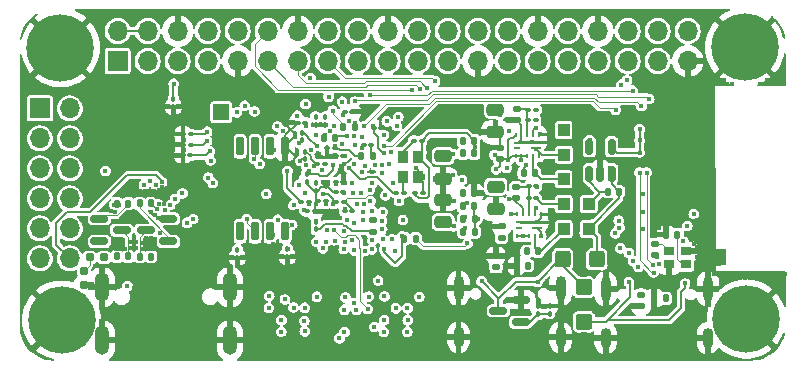
<source format=gbr>
%TF.GenerationSoftware,KiCad,Pcbnew,8.0.6*%
%TF.CreationDate,2024-11-19T20:15:16-08:00*%
%TF.ProjectId,SYNC-VT,53594e43-2d56-4542-9e6b-696361645f70,rev?*%
%TF.SameCoordinates,Original*%
%TF.FileFunction,Copper,L6,Bot*%
%TF.FilePolarity,Positive*%
%FSLAX46Y46*%
G04 Gerber Fmt 4.6, Leading zero omitted, Abs format (unit mm)*
G04 Created by KiCad (PCBNEW 8.0.6) date 2024-11-19 20:15:16*
%MOMM*%
%LPD*%
G01*
G04 APERTURE LIST*
G04 Aperture macros list*
%AMRoundRect*
0 Rectangle with rounded corners*
0 $1 Rounding radius*
0 $2 $3 $4 $5 $6 $7 $8 $9 X,Y pos of 4 corners*
0 Add a 4 corners polygon primitive as box body*
4,1,4,$2,$3,$4,$5,$6,$7,$8,$9,$2,$3,0*
0 Add four circle primitives for the rounded corners*
1,1,$1+$1,$2,$3*
1,1,$1+$1,$4,$5*
1,1,$1+$1,$6,$7*
1,1,$1+$1,$8,$9*
0 Add four rect primitives between the rounded corners*
20,1,$1+$1,$2,$3,$4,$5,0*
20,1,$1+$1,$4,$5,$6,$7,0*
20,1,$1+$1,$6,$7,$8,$9,0*
20,1,$1+$1,$8,$9,$2,$3,0*%
G04 Aperture macros list end*
%TA.AperFunction,ComponentPad*%
%ADD10O,1.250000X2.500000*%
%TD*%
%TA.AperFunction,ComponentPad*%
%ADD11R,1.350000X1.350000*%
%TD*%
%TA.AperFunction,ComponentPad*%
%ADD12R,1.700000X1.700000*%
%TD*%
%TA.AperFunction,ComponentPad*%
%ADD13O,1.700000X1.700000*%
%TD*%
%TA.AperFunction,ComponentPad*%
%ADD14C,5.700000*%
%TD*%
%TA.AperFunction,ComponentPad*%
%ADD15R,0.500000X0.900000*%
%TD*%
%TA.AperFunction,ComponentPad*%
%ADD16O,0.900000X2.000000*%
%TD*%
%TA.AperFunction,ComponentPad*%
%ADD17O,0.900000X1.700000*%
%TD*%
%TA.AperFunction,SMDPad,CuDef*%
%ADD18RoundRect,0.100000X0.130000X0.100000X-0.130000X0.100000X-0.130000X-0.100000X0.130000X-0.100000X0*%
%TD*%
%TA.AperFunction,SMDPad,CuDef*%
%ADD19RoundRect,0.140000X0.140000X0.170000X-0.140000X0.170000X-0.140000X-0.170000X0.140000X-0.170000X0*%
%TD*%
%TA.AperFunction,SMDPad,CuDef*%
%ADD20RoundRect,0.160000X0.160000X-0.197500X0.160000X0.197500X-0.160000X0.197500X-0.160000X-0.197500X0*%
%TD*%
%TA.AperFunction,SMDPad,CuDef*%
%ADD21RoundRect,0.100000X-0.100000X0.130000X-0.100000X-0.130000X0.100000X-0.130000X0.100000X0.130000X0*%
%TD*%
%TA.AperFunction,SMDPad,CuDef*%
%ADD22RoundRect,0.250000X-0.475000X0.250000X-0.475000X-0.250000X0.475000X-0.250000X0.475000X0.250000X0*%
%TD*%
%TA.AperFunction,SMDPad,CuDef*%
%ADD23R,1.000000X1.000000*%
%TD*%
%TA.AperFunction,SMDPad,CuDef*%
%ADD24RoundRect,0.100000X-0.130000X-0.100000X0.130000X-0.100000X0.130000X0.100000X-0.130000X0.100000X0*%
%TD*%
%TA.AperFunction,SMDPad,CuDef*%
%ADD25RoundRect,0.100000X0.100000X-0.130000X0.100000X0.130000X-0.100000X0.130000X-0.100000X-0.130000X0*%
%TD*%
%TA.AperFunction,SMDPad,CuDef*%
%ADD26RoundRect,0.160000X-0.197500X-0.160000X0.197500X-0.160000X0.197500X0.160000X-0.197500X0.160000X0*%
%TD*%
%TA.AperFunction,SMDPad,CuDef*%
%ADD27RoundRect,0.140000X-0.140000X-0.170000X0.140000X-0.170000X0.140000X0.170000X-0.140000X0.170000X0*%
%TD*%
%TA.AperFunction,SMDPad,CuDef*%
%ADD28RoundRect,0.250000X-0.450000X0.400000X-0.450000X-0.400000X0.450000X-0.400000X0.450000X0.400000X0*%
%TD*%
%TA.AperFunction,SMDPad,CuDef*%
%ADD29RoundRect,0.150000X-0.150000X0.650000X-0.150000X-0.650000X0.150000X-0.650000X0.150000X0.650000X0*%
%TD*%
%TA.AperFunction,SMDPad,CuDef*%
%ADD30RoundRect,0.147500X0.147500X0.172500X-0.147500X0.172500X-0.147500X-0.172500X0.147500X-0.172500X0*%
%TD*%
%TA.AperFunction,SMDPad,CuDef*%
%ADD31R,0.600000X0.250000*%
%TD*%
%TA.AperFunction,SMDPad,CuDef*%
%ADD32R,0.900000X0.250000*%
%TD*%
%TA.AperFunction,SMDPad,CuDef*%
%ADD33R,0.250000X0.450000*%
%TD*%
%TA.AperFunction,SMDPad,CuDef*%
%ADD34R,0.900000X1.100000*%
%TD*%
%TA.AperFunction,SMDPad,CuDef*%
%ADD35RoundRect,0.150000X-0.587500X-0.150000X0.587500X-0.150000X0.587500X0.150000X-0.587500X0.150000X0*%
%TD*%
%TA.AperFunction,SMDPad,CuDef*%
%ADD36RoundRect,0.150000X0.587500X0.150000X-0.587500X0.150000X-0.587500X-0.150000X0.587500X-0.150000X0*%
%TD*%
%TA.AperFunction,SMDPad,CuDef*%
%ADD37RoundRect,0.250000X0.475000X-0.250000X0.475000X0.250000X-0.475000X0.250000X-0.475000X-0.250000X0*%
%TD*%
%TA.AperFunction,SMDPad,CuDef*%
%ADD38RoundRect,0.140000X-0.170000X0.140000X-0.170000X-0.140000X0.170000X-0.140000X0.170000X0.140000X0*%
%TD*%
%TA.AperFunction,SMDPad,CuDef*%
%ADD39RoundRect,0.140000X0.170000X-0.140000X0.170000X0.140000X-0.170000X0.140000X-0.170000X-0.140000X0*%
%TD*%
%TA.AperFunction,SMDPad,CuDef*%
%ADD40RoundRect,0.147500X0.172500X-0.147500X0.172500X0.147500X-0.172500X0.147500X-0.172500X-0.147500X0*%
%TD*%
%TA.AperFunction,SMDPad,CuDef*%
%ADD41RoundRect,0.150000X0.150000X-0.512500X0.150000X0.512500X-0.150000X0.512500X-0.150000X-0.512500X0*%
%TD*%
%TA.AperFunction,SMDPad,CuDef*%
%ADD42RoundRect,0.250000X0.400000X0.450000X-0.400000X0.450000X-0.400000X-0.450000X0.400000X-0.450000X0*%
%TD*%
%TA.AperFunction,SMDPad,CuDef*%
%ADD43R,0.900000X0.800000*%
%TD*%
%TA.AperFunction,ViaPad*%
%ADD44C,0.400000*%
%TD*%
%TA.AperFunction,Conductor*%
%ADD45C,0.090000*%
%TD*%
%TA.AperFunction,Conductor*%
%ADD46C,0.200000*%
%TD*%
G04 APERTURE END LIST*
D10*
%TO.P,Jr1,S1,GND*%
%TO.N,GND*%
X90870000Y-58315000D03*
%TO.P,Jr1,S2,GND*%
X101720000Y-58315000D03*
%TO.P,Jr1,S3,GND*%
X90870000Y-62815000D03*
%TO.P,Jr1,S4,GND*%
X101720000Y-62815000D03*
%TD*%
D11*
%TO.P,J6,1,Pin_1*%
%TO.N,VMR*%
X101000000Y-43510000D03*
%TD*%
D12*
%TO.P,J4,1,Pin_1*%
%TO.N,I1P*%
X85620000Y-43180000D03*
D13*
%TO.P,J4,2,Pin_2*%
%TO.N,I1N*%
X88160000Y-43180000D03*
%TO.P,J4,3,Pin_3*%
%TO.N,O1P*%
X85620000Y-45720000D03*
%TO.P,J4,4,Pin_4*%
%TO.N,O1N*%
X88160000Y-45720000D03*
%TO.P,J4,5,Pin_5*%
%TO.N,O2P*%
X85620000Y-48260000D03*
%TO.P,J4,6,Pin_6*%
%TO.N,O2N*%
X88160000Y-48260000D03*
%TO.P,J4,7,Pin_7*%
%TO.N,I2P*%
X85620000Y-50800000D03*
%TO.P,J4,8,Pin_8*%
%TO.N,I2N*%
X88160000Y-50800000D03*
%TO.P,J4,9,Pin_9*%
%TO.N,IO5P*%
X85620000Y-53340000D03*
%TO.P,J4,10,Pin_10*%
%TO.N,IO5N*%
X88160000Y-53340000D03*
%TO.P,J4,11,Pin_11*%
%TO.N,IO6P*%
X85620000Y-55880000D03*
%TO.P,J4,12,Pin_12*%
%TO.N,IO6N*%
X88160000Y-55880000D03*
%TD*%
D14*
%TO.P,MT4,1,Pin_1*%
%TO.N,GND*%
X87380000Y-38020000D03*
%TD*%
%TO.P,MT3,1,Pin_1*%
%TO.N,GND*%
X145320000Y-37990000D03*
%TD*%
%TO.P,MT1,1,Pin_1*%
%TO.N,GND*%
X145440000Y-61000000D03*
%TD*%
D15*
%TO.P,ANT1,2*%
%TO.N,GND*%
X143258531Y-55779993D03*
%TD*%
D16*
%TO.P,J2,S1,SHIELD*%
%TO.N,GND*%
X133540000Y-58450000D03*
D17*
X133540000Y-62620000D03*
D16*
X142180000Y-58450000D03*
D17*
X142180000Y-62620000D03*
%TD*%
D16*
%TO.P,J3,S1,SHIELD*%
%TO.N,GND*%
X121080000Y-58385000D03*
D17*
X121080000Y-62555000D03*
D16*
X129720000Y-58385000D03*
D17*
X129720000Y-62555000D03*
%TD*%
D12*
%TO.P,J1,1,Pin_1*%
%TO.N,+3V3*%
X92220000Y-39160000D03*
D13*
%TO.P,J1,2,Pin_2*%
%TO.N,+5V*%
X92220000Y-36620000D03*
%TO.P,J1,3,Pin_3*%
%TO.N,GPIO0*%
X94760000Y-39160000D03*
%TO.P,J1,4,Pin_4*%
%TO.N,+5V*%
X94760000Y-36620000D03*
%TO.P,J1,5,Pin_5*%
%TO.N,GPIO1*%
X97300000Y-39160000D03*
%TO.P,J1,6,Pin_6*%
%TO.N,GND*%
X97300000Y-36620000D03*
%TO.P,J1,7,Pin_7*%
%TO.N,GPIO2*%
X99840000Y-39160000D03*
%TO.P,J1,8,Pin_8*%
%TO.N,GPIO27*%
X99840000Y-36620000D03*
%TO.P,J1,9,Pin_9*%
%TO.N,GND*%
X102380000Y-39160000D03*
%TO.P,J1,10,Pin_10*%
%TO.N,GPIO26*%
X102380000Y-36620000D03*
%TO.P,J1,11,Pin_11*%
%TO.N,GPIO3*%
X104920000Y-39160000D03*
%TO.P,J1,12,Pin_12*%
%TO.N,GPIO25*%
X104920000Y-36620000D03*
%TO.P,J1,13,Pin_13*%
%TO.N,GPIO4*%
X107460000Y-39160000D03*
%TO.P,J1,14,Pin_14*%
%TO.N,GND*%
X107460000Y-36620000D03*
%TO.P,J1,15,Pin_15*%
%TO.N,GPIO5*%
X110000000Y-39160000D03*
%TO.P,J1,16,Pin_16*%
%TO.N,GPIO24*%
X110000000Y-36620000D03*
%TO.P,J1,17,Pin_17*%
%TO.N,+3V3*%
X112540000Y-39160000D03*
%TO.P,J1,18,Pin_18*%
%TO.N,GPIO23*%
X112540000Y-36620000D03*
%TO.P,J1,19,Pin_19*%
%TO.N,GPIO6*%
X115080000Y-39160000D03*
%TO.P,J1,20,Pin_20*%
%TO.N,GND*%
X115080000Y-36620000D03*
%TO.P,J1,21,Pin_21*%
%TO.N,GPIO7*%
X117620000Y-39160000D03*
%TO.P,J1,22,Pin_22*%
%TO.N,GPIO22*%
X117620000Y-36620000D03*
%TO.P,J1,23,Pin_23*%
%TO.N,GPIO8*%
X120160000Y-39160000D03*
%TO.P,J1,24,Pin_24*%
%TO.N,GPIO21*%
X120160000Y-36620000D03*
%TO.P,J1,25,Pin_25*%
%TO.N,GND*%
X122700000Y-39160000D03*
%TO.P,J1,26,Pin_26*%
%TO.N,GPIO20*%
X122700000Y-36620000D03*
%TO.P,J1,27,Pin_27*%
%TO.N,GPIO9*%
X125240000Y-39160000D03*
%TO.P,J1,28,Pin_28*%
%TO.N,GPIO19*%
X125240000Y-36620000D03*
%TO.P,J1,29,Pin_29*%
%TO.N,GPIO10*%
X127780000Y-39160000D03*
%TO.P,J1,30,Pin_30*%
%TO.N,GND*%
X127780000Y-36620000D03*
%TO.P,J1,31,Pin_31*%
%TO.N,GPIO11*%
X130320000Y-39160000D03*
%TO.P,J1,32,Pin_32*%
%TO.N,GPIO18*%
X130320000Y-36620000D03*
%TO.P,J1,33,Pin_33*%
%TO.N,GPIO12*%
X132860000Y-39160000D03*
%TO.P,J1,34,Pin_34*%
%TO.N,GND*%
X132860000Y-36620000D03*
%TO.P,J1,35,Pin_35*%
%TO.N,GPIO13*%
X135400000Y-39160000D03*
%TO.P,J1,36,Pin_36*%
%TO.N,GPIO17*%
X135400000Y-36620000D03*
%TO.P,J1,37,Pin_37*%
%TO.N,GPIO14*%
X137940000Y-39160000D03*
%TO.P,J1,38,Pin_38*%
%TO.N,GPIO16*%
X137940000Y-36620000D03*
%TO.P,J1,39,Pin_39*%
%TO.N,GND*%
X140480000Y-39160000D03*
%TO.P,J1,40,Pin_40*%
%TO.N,GPIO15*%
X140480000Y-36620000D03*
%TD*%
D14*
%TO.P,MT2,1,Pin_1*%
%TO.N,GND*%
X87480000Y-61100000D03*
%TD*%
D18*
%TO.P,C11,1*%
%TO.N,+1V8*%
X127655002Y-49770000D03*
%TO.P,C11,2*%
%TO.N,Net-(U2-FB)*%
X127015002Y-49770000D03*
%TD*%
D19*
%TO.P,R31,1*%
%TO.N,+3V3*%
X95030000Y-51217500D03*
%TO.P,R31,2*%
%TO.N,Net-(Q2-S)*%
X94070000Y-51217500D03*
%TD*%
%TO.P,R26,1*%
%TO.N,+3V3*%
X122410002Y-51420000D03*
%TO.P,R26,2*%
%TO.N,MIO29*%
X121450002Y-51420000D03*
%TD*%
D20*
%TO.P,R33,1*%
%TO.N,GND*%
X89360000Y-58127500D03*
%TO.P,R33,2*%
%TO.N,Net-(R33-Pad2)*%
X89360000Y-56932500D03*
%TD*%
D21*
%TO.P,R11,1*%
%TO.N,+3V3*%
X107830000Y-45230000D03*
%TO.P,R11,2*%
%TO.N,Net-(U3A-INIT_B_0)*%
X107830000Y-45870000D03*
%TD*%
D22*
%TO.P,C9,1*%
%TO.N,+1V0*%
X124210002Y-43289998D03*
%TO.P,C9,2*%
%TO.N,GND*%
X124210002Y-45189998D03*
%TD*%
D23*
%TO.P,TP4,1,Pin_1*%
%TO.N,+1V8*%
X129990018Y-51280018D03*
%TD*%
D19*
%TO.P,R6,1*%
%TO.N,Net-(TP1-Pin_1)*%
X127810001Y-55285001D03*
%TO.P,R6,2*%
%TO.N,+3V3*%
X126850001Y-55285001D03*
%TD*%
D21*
%TO.P,C32,1*%
%TO.N,+3V3*%
X96940000Y-42385000D03*
%TO.P,C32,2*%
%TO.N,GND*%
X96940000Y-43025000D03*
%TD*%
%TO.P,FB1,1*%
%TO.N,VCCQ*%
X108050000Y-46850000D03*
%TO.P,FB1,2*%
%TO.N,+1V8*%
X108050000Y-47490000D03*
%TD*%
D24*
%TO.P,R12,1*%
%TO.N,+3V3*%
X107750000Y-51080000D03*
%TO.P,R12,2*%
%TO.N,Net-(U3A-PROGRAM_B_0)*%
X108390000Y-51080000D03*
%TD*%
D19*
%TO.P,R29,1*%
%TO.N,Net-(Q1-S)*%
X93120000Y-51227500D03*
%TO.P,R29,2*%
%TO.N,+3V3*%
X92160000Y-51227500D03*
%TD*%
D24*
%TO.P,R14,1*%
%TO.N,GND*%
X107470000Y-44380000D03*
%TO.P,R14,2*%
%TO.N,Net-(U3D-PS_MIO8_500)*%
X108110000Y-44380000D03*
%TD*%
D25*
%TO.P,C7,1*%
%TO.N,+3.3VA*%
X127850000Y-60580000D03*
%TO.P,C7,2*%
%TO.N,GND*%
X127850000Y-59940000D03*
%TD*%
D26*
%TO.P,R34,1*%
%TO.N,Net-(R33-Pad2)*%
X89850000Y-55790000D03*
%TO.P,R34,2*%
%TO.N,Net-(Jr1-HPD)*%
X91045000Y-55790000D03*
%TD*%
D19*
%TO.P,R18,1*%
%TO.N,+3V3*%
X110620000Y-45670000D03*
%TO.P,R18,2*%
%TO.N,SPI-D2*%
X109660000Y-45670000D03*
%TD*%
D27*
%TO.P,R23,1*%
%TO.N,+3V3*%
X116500002Y-54200000D03*
%TO.P,R23,2*%
%TO.N,Net-(R23-Pad2)*%
X117460002Y-54200000D03*
%TD*%
D24*
%TO.P,C25,1*%
%TO.N,+3V3*%
X113890000Y-44800000D03*
%TO.P,C25,2*%
%TO.N,GND*%
X114530000Y-44800000D03*
%TD*%
D28*
%TO.P,SS2FH10HM3/H2,1,K*%
%TO.N,+5V*%
X131700000Y-58320000D03*
%TO.P,SS2FH10HM3/H2,2,A*%
%TO.N,Net-(SS2FH10HM3/H2-A)*%
X131700000Y-61220000D03*
%TD*%
D25*
%TO.P,R13,1*%
%TO.N,Net-(D1-K)*%
X109000000Y-53395000D03*
%TO.P,R13,2*%
%TO.N,Net-(U3A-DONE_0)*%
X109000000Y-52755000D03*
%TD*%
D19*
%TO.P,R19,1*%
%TO.N,+3V3*%
X112290000Y-44730000D03*
%TO.P,R19,2*%
%TO.N,SPI-D3*%
X111330000Y-44730000D03*
%TD*%
%TO.P,C4,1*%
%TO.N,XTAL_P*%
X139620000Y-53850000D03*
%TO.P,C4,2*%
%TO.N,GND*%
X138660000Y-53850000D03*
%TD*%
D27*
%TO.P,C1,1*%
%TO.N,Net-(C1-Pad1)*%
X121460002Y-50340000D03*
%TO.P,C1,2*%
%TO.N,GND*%
X122420002Y-50340000D03*
%TD*%
D29*
%TO.P,U5,1,~{CS}*%
%TO.N,SPI-CS*%
X102585000Y-46370000D03*
%TO.P,U5,2,DO(IO1)*%
%TO.N,SPI-D1*%
X103855000Y-46370000D03*
%TO.P,U5,3,IO2*%
%TO.N,SPI-D2*%
X105125000Y-46370000D03*
%TO.P,U5,4,GND*%
%TO.N,GND*%
X106395000Y-46370000D03*
%TO.P,U5,5,DI(IO0)*%
%TO.N,SPI-D0*%
X106395000Y-53570000D03*
%TO.P,U5,6,CLK*%
%TO.N,SPI-CLK*%
X105125000Y-53570000D03*
%TO.P,U5,7,IO3*%
%TO.N,SPI-D3*%
X103855000Y-53570000D03*
%TO.P,U5,8,VCC*%
%TO.N,+3V3*%
X102585000Y-53570000D03*
%TD*%
D19*
%TO.P,R32,1*%
%TO.N,+5V*%
X95050000Y-55717500D03*
%TO.P,R32,2*%
%TO.N,HDMIscl*%
X94090000Y-55717500D03*
%TD*%
D18*
%TO.P,C5,1*%
%TO.N,+1V0*%
X127640002Y-43300000D03*
%TO.P,C5,2*%
%TO.N,Net-(U1-FB)*%
X127000002Y-43300000D03*
%TD*%
D30*
%TO.P,D2,1,K*%
%TO.N,Net-(D2-K)*%
X113835000Y-47240000D03*
%TO.P,D2,2,A*%
%TO.N,MIO7*%
X112865000Y-47240000D03*
%TD*%
D25*
%TO.P,R17,1*%
%TO.N,GND*%
X108980000Y-44550000D03*
%TO.P,R17,2*%
%TO.N,SPI-D1*%
X108980000Y-43910000D03*
%TD*%
D19*
%TO.P,R27,1*%
%TO.N,+3V3*%
X122410002Y-46990000D03*
%TO.P,R27,2*%
%TO.N,MIO30*%
X121450002Y-46990000D03*
%TD*%
%TO.P,R25,1*%
%TO.N,+3V3*%
X122460002Y-52530000D03*
%TO.P,R25,2*%
%TO.N,MIO33*%
X121500002Y-52530000D03*
%TD*%
D22*
%TO.P,C19,1*%
%TO.N,+1V0*%
X119770002Y-47220000D03*
%TO.P,C19,2*%
%TO.N,GND*%
X119770002Y-49120000D03*
%TD*%
D23*
%TO.P,TP7,1,Pin_1*%
%TO.N,+5VP*%
X132100000Y-53370000D03*
%TD*%
D24*
%TO.P,R1,1*%
%TO.N,Net-(U1-FB)*%
X126970002Y-44180000D03*
%TO.P,R1,2*%
%TO.N,+1V0*%
X127610002Y-44180000D03*
%TD*%
D22*
%TO.P,C12,1*%
%TO.N,+1V8*%
X124240000Y-49800000D03*
%TO.P,C12,2*%
%TO.N,GND*%
X124240000Y-51700000D03*
%TD*%
D23*
%TO.P,TP6,1,Pin_1*%
%TO.N,Net-(TP6-Pin_1)*%
X132110000Y-51280000D03*
%TD*%
D21*
%TO.P,C16,1*%
%TO.N,+1V8*%
X106590000Y-55085000D03*
%TO.P,C16,2*%
%TO.N,GND*%
X106590000Y-55725000D03*
%TD*%
D31*
%TO.P,U2,1,SW*%
%TO.N,unconnected-(U2-SW-Pad1)*%
X126200000Y-53310000D03*
D32*
%TO.P,U2,2,PGND*%
%TO.N,GND*%
X126350000Y-52810000D03*
D33*
%TO.P,U2,3,EN*%
%TO.N,+3V3*%
X126050000Y-52135001D03*
%TO.P,U2,4,AGND*%
%TO.N,GND*%
X126550002Y-52135001D03*
%TO.P,U2,5,FB*%
%TO.N,Net-(U2-FB)*%
X127050001Y-52135001D03*
%TO.P,U2,6,OUT_S*%
%TO.N,+1V8*%
X127550000Y-52135001D03*
%TO.P,U2,7,PGND*%
%TO.N,GND*%
X128050002Y-52135001D03*
D32*
%TO.P,U2,8,PGND*%
X127750002Y-52810000D03*
%TO.P,U2,9,OUT*%
%TO.N,+1V8*%
X127750002Y-53310000D03*
D33*
%TO.P,U2,10,OUT*%
X128050002Y-53984999D03*
%TO.P,U2,11,PG*%
%TO.N,Net-(TP1-Pin_1)*%
X127550000Y-53984999D03*
%TO.P,U2,12,IN*%
%TO.N,+3V3*%
X127050001Y-53984999D03*
%TO.P,U2,13,IN*%
X126550002Y-53984999D03*
%TO.P,U2,14,IN*%
X126050000Y-53984999D03*
%TD*%
D34*
%TO.P,X1,1,OE*%
%TO.N,+3V3*%
X117660002Y-47260000D03*
%TO.P,X1,2,GND*%
%TO.N,GND*%
X117660002Y-48960000D03*
%TO.P,X1,3,OUT*%
%TO.N,33.33Mhz*%
X116360002Y-48960000D03*
%TO.P,X1,4,Vcc*%
%TO.N,Net-(X1-Vcc)*%
X116360002Y-47260000D03*
%TD*%
D19*
%TO.P,R24,1*%
%TO.N,+3V3*%
X122460002Y-53630000D03*
%TO.P,R24,2*%
%TO.N,MIO32*%
X121500002Y-53630000D03*
%TD*%
D23*
%TO.P,TP5,1,Pin_1*%
%TO.N,+1V0*%
X129990018Y-47090018D03*
%TD*%
D35*
%TO.P,Q1,1,G*%
%TO.N,+3V3*%
X90682500Y-54420000D03*
%TO.P,Q1,2,S*%
%TO.N,Net-(Q1-S)*%
X90682500Y-52520000D03*
%TO.P,Q1,3,D*%
%TO.N,HDMIsda*%
X92557500Y-53470000D03*
%TD*%
D18*
%TO.P,C29,1*%
%TO.N,Net-(Ue1-VREFN)*%
X98395000Y-45350000D03*
%TO.P,C29,2*%
%TO.N,GND*%
X97755000Y-45350000D03*
%TD*%
D21*
%TO.P,C26,1*%
%TO.N,+3V3*%
X102360018Y-55160018D03*
%TO.P,C26,2*%
%TO.N,GND*%
X102360018Y-55800018D03*
%TD*%
D24*
%TO.P,C17,1*%
%TO.N,+1V8*%
X108260000Y-51880000D03*
%TO.P,C17,2*%
%TO.N,GND*%
X108900000Y-51880000D03*
%TD*%
D18*
%TO.P,R15,1*%
%TO.N,GND*%
X112090000Y-43460000D03*
%TO.P,R15,2*%
%TO.N,SPI-CLK*%
X111450000Y-43460000D03*
%TD*%
D23*
%TO.P,TP2,1,Pin_1*%
%TO.N,Net-(TP2-Pin_1)*%
X129980018Y-49170018D03*
%TD*%
D36*
%TO.P,Q2,1,G*%
%TO.N,+3V3*%
X96515000Y-52527500D03*
%TO.P,Q2,2,S*%
%TO.N,Net-(Q2-S)*%
X96515000Y-54427500D03*
%TO.P,Q2,3,D*%
%TO.N,HDMIscl*%
X94640000Y-53477500D03*
%TD*%
D37*
%TO.P,C13,1*%
%TO.N,+1V8*%
X119770002Y-52800000D03*
%TO.P,C13,2*%
%TO.N,GND*%
X119770002Y-50900000D03*
%TD*%
D38*
%TO.P,C6,1*%
%TO.N,XTAL_N*%
X137680000Y-54650000D03*
%TO.P,C6,2*%
%TO.N,GND*%
X137680000Y-55610000D03*
%TD*%
D18*
%TO.P,R22,1*%
%TO.N,Net-(D2-K)*%
X113710000Y-46260000D03*
%TO.P,R22,2*%
%TO.N,GND*%
X113070000Y-46260000D03*
%TD*%
D24*
%TO.P,R20,1*%
%TO.N,GND*%
X109950000Y-46510000D03*
%TO.P,R20,2*%
%TO.N,MIO7*%
X110590000Y-46510000D03*
%TD*%
%TO.P,C18,1*%
%TO.N,VCCQ*%
X109120000Y-47870000D03*
%TO.P,C18,2*%
%TO.N,GNDA*%
X109760000Y-47870000D03*
%TD*%
D18*
%TO.P,C24,1*%
%TO.N,+3V3*%
X109860000Y-51050000D03*
%TO.P,C24,2*%
%TO.N,GND*%
X109220000Y-51050000D03*
%TD*%
D39*
%TO.P,C8,1*%
%TO.N,+3V3*%
X124740002Y-54130000D03*
%TO.P,C8,2*%
%TO.N,GND*%
X124740002Y-53170000D03*
%TD*%
D21*
%TO.P,FB2,1*%
%TO.N,GNDA*%
X109010000Y-49520000D03*
%TO.P,FB2,2*%
%TO.N,GND*%
X109010000Y-50160000D03*
%TD*%
D18*
%TO.P,C30,1*%
%TO.N,VMR*%
X98405000Y-46230000D03*
%TO.P,C30,2*%
%TO.N,GND*%
X97765000Y-46230000D03*
%TD*%
%TO.P,C22,1*%
%TO.N,+1V0*%
X111310000Y-50250000D03*
%TO.P,C22,2*%
%TO.N,GND*%
X110670000Y-50250000D03*
%TD*%
D19*
%TO.P,R39,1*%
%TO.N,+5VP*%
X134670000Y-50210000D03*
%TO.P,R39,2*%
%TO.N,Net-(TP6-Pin_1)*%
X133710000Y-50210000D03*
%TD*%
D23*
%TO.P,TP1,1,Pin_1*%
%TO.N,Net-(TP1-Pin_1)*%
X129990018Y-53370018D03*
%TD*%
D19*
%TO.P,R4,1*%
%TO.N,Net-(TP2-Pin_1)*%
X127560002Y-48650000D03*
%TO.P,R4,2*%
%TO.N,+3V3*%
X126600002Y-48650000D03*
%TD*%
D18*
%TO.P,C31,1*%
%TO.N,Net-(Ue1-VREFP)*%
X98385000Y-47150000D03*
%TO.P,C31,2*%
%TO.N,GND*%
X97745000Y-47150000D03*
%TD*%
D19*
%TO.P,R28,1*%
%TO.N,+3V3*%
X122400002Y-45900000D03*
%TO.P,R28,2*%
%TO.N,MIO31*%
X121440002Y-45900000D03*
%TD*%
D39*
%TO.P,R2,1*%
%TO.N,GND*%
X125990002Y-44170000D03*
%TO.P,R2,2*%
%TO.N,Net-(U1-FB)*%
X125990002Y-43210000D03*
%TD*%
D23*
%TO.P,TP3,1,Pin_1*%
%TO.N,+3V3*%
X129980018Y-44990018D03*
%TD*%
D27*
%TO.P,R38,1*%
%TO.N,GND*%
X126010000Y-56480000D03*
%TO.P,R38,2*%
%TO.N,Net-(J3-CC2)*%
X126970000Y-56480000D03*
%TD*%
D24*
%TO.P,C15,1*%
%TO.N,+1V8*%
X110675000Y-49440000D03*
%TO.P,C15,2*%
%TO.N,GND*%
X111315000Y-49440000D03*
%TD*%
D18*
%TO.P,FB3,1*%
%TO.N,+3V3*%
X117955002Y-45910000D03*
%TO.P,FB3,2*%
%TO.N,Net-(X1-Vcc)*%
X117315002Y-45910000D03*
%TD*%
D25*
%TO.P,C28,1*%
%TO.N,+3.3VA*%
X128800000Y-60540000D03*
%TO.P,C28,2*%
%TO.N,GND*%
X128800000Y-59900000D03*
%TD*%
D24*
%TO.P,R3,1*%
%TO.N,Net-(U2-FB)*%
X127015001Y-50795001D03*
%TO.P,R3,2*%
%TO.N,+1V8*%
X127655001Y-50795001D03*
%TD*%
D19*
%TO.P,R30,1*%
%TO.N,HDMIsda*%
X93110000Y-55707500D03*
%TO.P,R30,2*%
%TO.N,+5V*%
X92150000Y-55707500D03*
%TD*%
D18*
%TO.P,C20,1*%
%TO.N,+1V0*%
X111330000Y-47240000D03*
%TO.P,C20,2*%
%TO.N,GND*%
X110690000Y-47240000D03*
%TD*%
D38*
%TO.P,R37,1*%
%TO.N,GND*%
X124250000Y-55650000D03*
%TO.P,R37,2*%
%TO.N,Net-(J3-CC1)*%
X124250000Y-56610000D03*
%TD*%
D24*
%TO.P,R21,1*%
%TO.N,Net-(U3D-PS_CLK_500)*%
X115800000Y-50320000D03*
%TO.P,R21,2*%
%TO.N,33.33Mhz*%
X116440000Y-50320000D03*
%TD*%
D40*
%TO.P,D1,1,K*%
%TO.N,Net-(D1-K)*%
X113800000Y-53610000D03*
%TO.P,D1,2,A*%
%TO.N,+3V3*%
X113800000Y-52640000D03*
%TD*%
D36*
%TO.P,U9,1,GND*%
%TO.N,GND*%
X126337500Y-59365000D03*
%TO.P,U9,2,VO*%
%TO.N,+3.3VA*%
X126337500Y-61265000D03*
%TO.P,U9,3,VI*%
%TO.N,+5V*%
X124462500Y-60315000D03*
%TD*%
D24*
%TO.P,C14,1*%
%TO.N,+1V8*%
X110740000Y-51060000D03*
%TO.P,C14,2*%
%TO.N,GND*%
X111380000Y-51060000D03*
%TD*%
D21*
%TO.P,C23,1*%
%TO.N,+1V0*%
X108220000Y-48730000D03*
%TO.P,C23,2*%
%TO.N,GND*%
X108220000Y-49370000D03*
%TD*%
D24*
%TO.P,C27,1*%
%TO.N,+3V3*%
X117410002Y-50300000D03*
%TO.P,C27,2*%
%TO.N,GND*%
X118050002Y-50300000D03*
%TD*%
D27*
%TO.P,R36,1*%
%TO.N,GND*%
X137650000Y-59240000D03*
%TO.P,R36,2*%
%TO.N,Net-(J2-CC2)*%
X138610000Y-59240000D03*
%TD*%
D25*
%TO.P,R16,1*%
%TO.N,GND*%
X109810000Y-44555000D03*
%TO.P,R16,2*%
%TO.N,SPI-D0*%
X109810000Y-43915000D03*
%TD*%
D39*
%TO.P,C10,1*%
%TO.N,+3V3*%
X124560002Y-47460000D03*
%TO.P,C10,2*%
%TO.N,GND*%
X124560002Y-46500000D03*
%TD*%
D24*
%TO.P,C21,1*%
%TO.N,+1V0*%
X111450000Y-51860000D03*
%TO.P,C21,2*%
%TO.N,GND*%
X112090000Y-51860000D03*
%TD*%
D31*
%TO.P,U1,1,SW*%
%TO.N,unconnected-(U1-SW-Pad1)*%
X126060002Y-46564999D03*
D32*
%TO.P,U1,2,PGND*%
%TO.N,GND*%
X126210002Y-46064999D03*
D33*
%TO.P,U1,3,EN*%
%TO.N,+3V3*%
X125910002Y-45390000D03*
%TO.P,U1,4,AGND*%
%TO.N,GND*%
X126410004Y-45390000D03*
%TO.P,U1,5,FB*%
%TO.N,Net-(U1-FB)*%
X126910003Y-45390000D03*
%TO.P,U1,6,OUT_S*%
%TO.N,+1V0*%
X127410002Y-45390000D03*
%TO.P,U1,7,PGND*%
%TO.N,GND*%
X127910004Y-45390000D03*
D32*
%TO.P,U1,8,PGND*%
X127610004Y-46064999D03*
%TO.P,U1,9,OUT*%
%TO.N,+1V0*%
X127610004Y-46564999D03*
D33*
%TO.P,U1,10,OUT*%
X127910004Y-47239998D03*
%TO.P,U1,11,PG*%
%TO.N,Net-(TP2-Pin_1)*%
X127410002Y-47239998D03*
%TO.P,U1,12,IN*%
%TO.N,+3V3*%
X126910003Y-47239998D03*
%TO.P,U1,13,IN*%
X126410004Y-47239998D03*
%TO.P,U1,14,IN*%
X125910002Y-47239998D03*
%TD*%
D41*
%TO.P,U10,1,VIN*%
%TO.N,+5VP*%
X134042500Y-48687500D03*
%TO.P,U10,2,GND*%
%TO.N,GND*%
X133092500Y-48687500D03*
%TO.P,U10,3,EN*%
%TO.N,Net-(TP6-Pin_1)*%
X132142500Y-48687500D03*
%TO.P,U10,4,VOUT*%
%TO.N,+3V3*%
X132142500Y-46412500D03*
%TO.P,U10,5,LX*%
%TO.N,Net-(U10-LX)*%
X134042500Y-46412500D03*
%TD*%
D39*
%TO.P,R35,1*%
%TO.N,GND*%
X136530000Y-59900000D03*
%TO.P,R35,2*%
%TO.N,Net-(J2-CC1)*%
X136530000Y-58940000D03*
%TD*%
%TO.P,R5,1*%
%TO.N,GND*%
X125940002Y-50800000D03*
%TO.P,R5,2*%
%TO.N,Net-(U2-FB)*%
X125940002Y-49840000D03*
%TD*%
D42*
%TO.P,SS2FH10HM3/H1,1,K*%
%TO.N,+5VP*%
X132790000Y-55940000D03*
%TO.P,SS2FH10HM3/H1,2,A*%
%TO.N,+5V*%
X129890000Y-55940000D03*
%TD*%
D43*
%TO.P,Y1,1,1*%
%TO.N,XTAL_P*%
X140310000Y-56340000D03*
%TO.P,Y1,2,2*%
%TO.N,GND*%
X138910000Y-56340000D03*
%TO.P,Y1,3,3*%
%TO.N,XTAL_N*%
X138910000Y-55240000D03*
%TO.P,Y1,4,4*%
%TO.N,GND*%
X140310000Y-55240000D03*
%TD*%
D44*
%TO.N,GND*%
X140240000Y-42950000D03*
X139180000Y-45740000D03*
X140280000Y-44890000D03*
X140310000Y-45760000D03*
X140254999Y-43920000D03*
X139110000Y-42930000D03*
X139124999Y-43900000D03*
X139150000Y-44870000D03*
X136410000Y-64100000D03*
X136420000Y-61960000D03*
X138350000Y-64060000D03*
X139210000Y-63020000D03*
X137380000Y-64085001D03*
X138360000Y-61920000D03*
X139230000Y-61890000D03*
X137390000Y-61945001D03*
X136400000Y-63090000D03*
X137370000Y-63075001D03*
X138340000Y-63050000D03*
X139220000Y-64030000D03*
X94980000Y-59860000D03*
X97120000Y-59870000D03*
X95020000Y-61800000D03*
X96060000Y-62660000D03*
X94994999Y-60830000D03*
X97160000Y-61810000D03*
X97190000Y-62680000D03*
X97134999Y-60840000D03*
X95990000Y-59850000D03*
X96004999Y-60820000D03*
X96030000Y-61790000D03*
X95050000Y-62670000D03*
X107248315Y-45601712D03*
X137879320Y-55787848D03*
X143123531Y-57169993D03*
X142253531Y-49159993D03*
X142253531Y-42759993D03*
X105410000Y-54670000D03*
X141290000Y-55320000D03*
X95030000Y-51930000D03*
X115334058Y-45255000D03*
X107090018Y-62060018D03*
X142613531Y-42179993D03*
X142603531Y-54359993D03*
X148323531Y-57159993D03*
X147323531Y-57519993D03*
X141660000Y-56010000D03*
X92030000Y-51950000D03*
X141290000Y-53430000D03*
X91820000Y-54340000D03*
X142253531Y-51159993D03*
X109820000Y-44600000D03*
X142253531Y-45959993D03*
X142613531Y-41379993D03*
X148123531Y-57519993D03*
X91640000Y-55030000D03*
X112140000Y-43430000D03*
X146123531Y-57519993D03*
X128600000Y-57805000D03*
X131390000Y-49930000D03*
X141060000Y-57870000D03*
X107410000Y-53460000D03*
X142253531Y-48759993D03*
X148393531Y-40759993D03*
X142253531Y-41559993D03*
X142253531Y-43559993D03*
X142613531Y-46579993D03*
X142603531Y-55959993D03*
X142613531Y-49779993D03*
X109240000Y-47070000D03*
X142613531Y-49379993D03*
X148603531Y-41109993D03*
X144923531Y-57529993D03*
X145723531Y-57519993D03*
X146600000Y-41100000D03*
X142253531Y-41959993D03*
X142613531Y-44979993D03*
X142613531Y-50179993D03*
X137971579Y-52040318D03*
X143923531Y-57169993D03*
X139380000Y-50440000D03*
X95574999Y-44950000D03*
X142253531Y-44359993D03*
X143193531Y-40729993D03*
X142613531Y-43379993D03*
X142253531Y-41159993D03*
X111420000Y-47880000D03*
X145123531Y-57169993D03*
X142253531Y-46759993D03*
X142253531Y-45159993D03*
X96110000Y-51240000D03*
X142613531Y-51379993D03*
X94600000Y-52777501D03*
X144210000Y-41100000D03*
X93434999Y-44940000D03*
X94500000Y-46770000D03*
X148203531Y-41109993D03*
X142613531Y-40979993D03*
X92440000Y-55050000D03*
X96755001Y-45880000D03*
X95630000Y-46790000D03*
X93620000Y-58400000D03*
X142253531Y-47159993D03*
X106508459Y-51255000D03*
X115141889Y-53745150D03*
X93380000Y-54470000D03*
X94340000Y-55060000D03*
X94110000Y-50170000D03*
X122940000Y-50330000D03*
X147593531Y-40759993D03*
X142603531Y-55159993D03*
X92840000Y-55060000D03*
X115750018Y-62086818D03*
X136670000Y-53360000D03*
X142613531Y-51779993D03*
X142613531Y-45779993D03*
X120648494Y-48802589D03*
X136530000Y-59940000D03*
X142253531Y-48359993D03*
X127950000Y-45370000D03*
X92900000Y-50160000D03*
X125320000Y-50830000D03*
X137940000Y-50430000D03*
X93780000Y-55030000D03*
X138030000Y-53300000D03*
X147003531Y-41109993D03*
X107435631Y-51870655D03*
X89350000Y-58120000D03*
X95600000Y-45920000D03*
X138910000Y-56310000D03*
X142613531Y-46979993D03*
X94750000Y-55060000D03*
X104358437Y-43932709D03*
X142253531Y-51559993D03*
X106060018Y-60060018D03*
X126330000Y-59370000D03*
X140390000Y-55240000D03*
X142253531Y-42359993D03*
X147723531Y-57519993D03*
X145523531Y-57169993D03*
X117515000Y-48210002D03*
X102370018Y-55800018D03*
X147403531Y-41109993D03*
X145923531Y-57159993D03*
X141290000Y-54920000D03*
X93790000Y-54460000D03*
X94650000Y-54177499D03*
X140740000Y-54320000D03*
X144723531Y-57169993D03*
X107278204Y-47105000D03*
X117720018Y-58080016D03*
X143523531Y-57169993D03*
X141280000Y-52630000D03*
X94510000Y-50190000D03*
X127750002Y-52784998D03*
X136710000Y-51950000D03*
X142253531Y-47559993D03*
X142613531Y-53379993D03*
X142613531Y-48979993D03*
X142253531Y-45559993D03*
X142613531Y-45379993D03*
X132050000Y-49990000D03*
X143403531Y-41079993D03*
X95150000Y-55060000D03*
X146923531Y-57519993D03*
X142613531Y-52979993D03*
X142603531Y-54759993D03*
X144323531Y-57169993D03*
X143803531Y-41079993D03*
X91380000Y-53210000D03*
X109019999Y-51258346D03*
X93420000Y-43970000D03*
X122200000Y-57805000D03*
X96210000Y-50830000D03*
X94360000Y-54540000D03*
X95050000Y-54180000D03*
X139390000Y-52020000D03*
X95320000Y-50180000D03*
X105625006Y-48424982D03*
X147523531Y-57159993D03*
X146523531Y-57519993D03*
X92500000Y-50160000D03*
X142613531Y-43779993D03*
X142603531Y-56759993D03*
X93460000Y-45910000D03*
X142723531Y-57169993D03*
X91837985Y-52785484D03*
X92610000Y-54480000D03*
X148523531Y-57519993D03*
X142613531Y-50979993D03*
X142613531Y-52579993D03*
X142253531Y-44759993D03*
X147803531Y-41109993D03*
X95560000Y-43980000D03*
X121690000Y-48140000D03*
X142253531Y-43159993D03*
X142613531Y-48579993D03*
X95560000Y-55060000D03*
X142253531Y-50759993D03*
X110600000Y-47100000D03*
X142603531Y-55559993D03*
X114805018Y-60185693D03*
X109060018Y-58070018D03*
X141900000Y-51550000D03*
X93370000Y-55030000D03*
X142613531Y-44179993D03*
X142613531Y-44579993D03*
X143723531Y-57529993D03*
X141290000Y-53030000D03*
X144523531Y-57529993D03*
X126020000Y-56425000D03*
X145323531Y-57529993D03*
X127850000Y-59910000D03*
X142613531Y-50579993D03*
X142203531Y-56809993D03*
X91370000Y-53610000D03*
X148723531Y-57159993D03*
X142613531Y-46179993D03*
X96715001Y-43940000D03*
X96730000Y-44910000D03*
X142613531Y-41779993D03*
X91230000Y-51800000D03*
X134660000Y-57870000D03*
X106580000Y-55750000D03*
X92220000Y-54460000D03*
X96950000Y-43080000D03*
X142253531Y-50359993D03*
X143590000Y-40730000D03*
X142613531Y-42579993D03*
X144123531Y-57529993D03*
X94910000Y-50180000D03*
X142253531Y-43959993D03*
X97775001Y-46270000D03*
X146323531Y-57159993D03*
X97720000Y-47150000D03*
X142613531Y-47779993D03*
X142603531Y-56359993D03*
X142613531Y-52179993D03*
X142810000Y-40660000D03*
X96785001Y-46750000D03*
X142253531Y-51959993D03*
X96000000Y-49790000D03*
X92614797Y-50618388D03*
X124240000Y-55650000D03*
X95700000Y-50060000D03*
X142613531Y-42979993D03*
X147923531Y-57159993D03*
X113784954Y-48520099D03*
X136740000Y-50380000D03*
X92040000Y-55040000D03*
X137640000Y-59240000D03*
X146723531Y-57159993D03*
X104078392Y-52095000D03*
X97740000Y-45350000D03*
X94470000Y-45900000D03*
X141290000Y-55720000D03*
X112874040Y-46497020D03*
X120660000Y-50972410D03*
X127269189Y-46014688D03*
X139400000Y-53110000D03*
X113087357Y-54078114D03*
X94444999Y-44930000D03*
X94430000Y-43960000D03*
X93490000Y-46780000D03*
X142253531Y-47959993D03*
X133090000Y-48700000D03*
X147993531Y-40759993D03*
X142253531Y-46359993D03*
X141300000Y-53840000D03*
X107359094Y-48458230D03*
X147123531Y-57159993D03*
X111452298Y-49459848D03*
X96350000Y-50420000D03*
X95340000Y-52210000D03*
X93710000Y-50170000D03*
X110775848Y-54937728D03*
X141010000Y-54630000D03*
X143323531Y-57529993D03*
X142253531Y-49959993D03*
X142613531Y-48179993D03*
X147190000Y-40760000D03*
X142613531Y-47379993D03*
X143003531Y-41079993D03*
X142003531Y-56299993D03*
X91620000Y-51880000D03*
X114610015Y-51070015D03*
X142253531Y-49559993D03*
X93310000Y-50160000D03*
X128810000Y-59870000D03*
X109866417Y-52475000D03*
%TO.N,+3V3*%
X109043749Y-54454475D03*
X109090018Y-59120020D03*
X114805018Y-55069984D03*
X112311138Y-44449536D03*
X124260000Y-48320000D03*
X124760002Y-54110000D03*
X91180000Y-48460000D03*
X122696202Y-52530000D03*
X91920000Y-51320000D03*
X126347073Y-47577916D03*
X111596233Y-45539134D03*
X116736329Y-62086818D03*
X108070018Y-62050018D03*
X106598022Y-48464925D03*
X114749585Y-46917900D03*
X125520000Y-52120000D03*
X113825000Y-44643022D03*
X126850001Y-55285001D03*
X95590000Y-51680000D03*
X108165961Y-47980000D03*
X132210000Y-46820000D03*
X90760000Y-54430000D03*
X106382244Y-59347118D03*
X96970000Y-41070000D03*
X109847056Y-51278357D03*
X113910000Y-52650000D03*
X92310000Y-51360000D03*
X117750018Y-59130018D03*
X124127400Y-47113558D03*
X108135449Y-42804898D03*
X102630018Y-53755000D03*
X115510000Y-49460000D03*
X122470002Y-46480000D03*
X116305338Y-54005336D03*
X132180000Y-45870000D03*
X112790157Y-50349848D03*
X111345403Y-53593590D03*
X100100000Y-47590000D03*
X102360018Y-55120018D03*
X114805018Y-59093327D03*
X95710000Y-51300000D03*
X109093909Y-46363909D03*
X129930018Y-45030018D03*
X132270000Y-46200000D03*
X112260000Y-47900000D03*
X95670000Y-52440000D03*
X126540000Y-53984999D03*
X125288463Y-47578590D03*
X126810000Y-47990000D03*
%TO.N,SPI-D1*%
X103782224Y-47470957D03*
X109038880Y-43882407D03*
X103815852Y-43437709D03*
%TO.N,SPI-CLK*%
X105410000Y-53880000D03*
X102989599Y-42934599D03*
X111266258Y-43770902D03*
%TO.N,SPI-D2*%
X105420000Y-46660000D03*
X109750000Y-45450000D03*
%TO.N,SPI-D0*%
X106220000Y-45120000D03*
X109746203Y-43924622D03*
X107010000Y-53060000D03*
%TO.N,SPI-D3*%
X103141480Y-52545000D03*
X102320000Y-43510000D03*
X110441217Y-43355071D03*
%TO.N,SPI-CS*%
X102625000Y-46950000D03*
X107422327Y-43780001D03*
%TO.N,+1V0*%
X127610004Y-46590001D03*
X110490000Y-47990000D03*
X127630002Y-44190000D03*
X127645163Y-44790239D03*
X111439077Y-51708823D03*
X108447320Y-48509940D03*
X125351991Y-45100709D03*
X111342572Y-50349848D03*
X107571458Y-49638230D03*
X127660002Y-43320000D03*
X124560000Y-43720000D03*
X111428829Y-47213104D03*
X107116258Y-51362714D03*
X120648494Y-47054175D03*
%TO.N,+1V8*%
X105782070Y-52593524D03*
X105746241Y-44704131D03*
X119540000Y-52750000D03*
X104802276Y-50415000D03*
X110680000Y-49570000D03*
X108028999Y-51781675D03*
X127655001Y-50795001D03*
X108118695Y-50368346D03*
X109646926Y-50388637D03*
X110482970Y-51247704D03*
X120671622Y-53157645D03*
X106640000Y-55090000D03*
X124260000Y-49800000D03*
X127640000Y-51590000D03*
X127720000Y-49850000D03*
X107670546Y-47593439D03*
X128075002Y-53984999D03*
X104230000Y-47870000D03*
%TO.N,GNDA*%
X109527751Y-48387701D03*
%TO.N,VCCQ*%
X108840000Y-48050000D03*
%TO.N,MIO7*%
X110630000Y-46340000D03*
%TO.N,POR_B*%
X125150000Y-48190000D03*
X110220000Y-45070000D03*
%TO.N,Net-(U3A-INIT_B_0)*%
X107610000Y-46130000D03*
%TO.N,Net-(U3A-PROGRAM_B_0)*%
X108411978Y-51258346D03*
%TO.N,Net-(U3A-DONE_0)*%
X109010001Y-52670001D03*
%TO.N,Net-(U3D-PS_MIO8_500)*%
X108145000Y-44627461D03*
%TO.N,Net-(U3D-PS_CLK_500)*%
X109040000Y-45450000D03*
X111840000Y-48239536D03*
%TO.N,Net-(C1-Pad1)*%
X121520000Y-50310000D03*
%TO.N,Net-(R23-Pad2)*%
X121830000Y-54610000D03*
%TO.N,MIO32*%
X121626140Y-53303824D03*
X115348073Y-46875294D03*
%TO.N,MIO33*%
X112195809Y-45516505D03*
X121664663Y-52375337D03*
%TO.N,GPIO21*%
X115215353Y-47847381D03*
%TO.N,+5V*%
X130330000Y-56400000D03*
X124970000Y-60310000D03*
X131700000Y-58320000D03*
X131250000Y-58790000D03*
X93051167Y-58209127D03*
X131280000Y-57820000D03*
X123940000Y-60300000D03*
X132140000Y-58780000D03*
X124462500Y-60315000D03*
X130310000Y-55430000D03*
X132120000Y-57810000D03*
X129470000Y-55440000D03*
X127780000Y-57840000D03*
X129890000Y-55940000D03*
X95050000Y-55710000D03*
X92160000Y-55710000D03*
X123030000Y-57800000D03*
X129440000Y-56410000D03*
%TO.N,GPIO19*%
X114600000Y-52670000D03*
X116370337Y-52630337D03*
%TO.N,GPIO27*%
X134355000Y-53750000D03*
X111810000Y-44260000D03*
X134850000Y-41175000D03*
%TO.N,GPIO6*%
X115010000Y-44270000D03*
%TO.N,MIO29*%
X112284100Y-46252752D03*
X121756313Y-51143687D03*
%TO.N,GPIO5*%
X119088148Y-40875859D03*
X116040276Y-51000276D03*
%TO.N,MIO30*%
X121450000Y-46990000D03*
X115855000Y-44664326D03*
%TO.N,MIO31*%
X121440000Y-45860000D03*
X112897694Y-45607020D03*
%TO.N,MIO28*%
X115976786Y-43899920D03*
X121380000Y-49230000D03*
%TO.N,RAM_DQ6*%
X111415702Y-62113710D03*
X109820018Y-54465915D03*
%TO.N,~{RAM_CS0}*%
X109960490Y-53475000D03*
X105030018Y-60050018D03*
%TO.N,RAM_DQ7*%
X111000018Y-62630018D03*
X109592944Y-55021819D03*
%TO.N,RAM_CLK*%
X113790018Y-54350018D03*
X114780018Y-61090018D03*
X106090018Y-61090018D03*
%TO.N,RAM_DQ0*%
X116760018Y-60080018D03*
X108070018Y-60050018D03*
X112440018Y-60230018D03*
X112247633Y-55191525D03*
%TO.N,RAM_DQ5*%
X110601040Y-54363755D03*
X111423631Y-60217288D03*
%TO.N,~{RAM_RST}*%
X105050018Y-59070018D03*
X113479373Y-59100018D03*
X112035434Y-54350000D03*
%TO.N,RAM_DQ2*%
X114270020Y-57752599D03*
X113740055Y-55116981D03*
%TO.N,~{RAM_CLK}*%
X114650018Y-54250018D03*
X114761343Y-62090856D03*
X106070018Y-62070018D03*
%TO.N,RAM_DQ1*%
X113153075Y-55241311D03*
X108024753Y-61164080D03*
X113940222Y-61668710D03*
X116780018Y-61090018D03*
%TO.N,RAM_DQ3*%
X111357633Y-55084456D03*
X111509300Y-59182548D03*
%TO.N,RWDS*%
X107110018Y-60030018D03*
X112266740Y-59655582D03*
X111438144Y-54483590D03*
X115780018Y-60090018D03*
%TO.N,~{RAM_CS1}*%
X110562045Y-53473755D03*
X113385018Y-60155397D03*
%TO.N,GPIO8*%
X114738712Y-45428726D03*
%TO.N,GPIO1*%
X110082430Y-42178400D03*
X110570000Y-44650000D03*
%TO.N,GPIO0*%
X111219932Y-46213107D03*
X111220000Y-42610000D03*
%TO.N,GPIO24*%
X113170411Y-48027244D03*
%TO.N,GPIO4*%
X114660000Y-51930000D03*
X118412318Y-41458157D03*
%TO.N,GPIO22*%
X114623894Y-47948269D03*
%TO.N,GPIO11*%
X115450000Y-54260000D03*
%TO.N,GPIO3*%
X113760000Y-51840000D03*
X117819236Y-41546898D03*
%TO.N,GPIO2*%
X114560000Y-48610000D03*
%TO.N,GPIO26*%
X134707596Y-53264532D03*
X108590000Y-46670000D03*
X108536218Y-40585000D03*
X135343869Y-40807427D03*
%TO.N,GPIO12*%
X115720000Y-55220000D03*
%TO.N,GPIO23*%
X114000076Y-47959988D03*
%TO.N,GPIO25*%
X113625000Y-50981021D03*
X117121086Y-41625494D03*
%TO.N,GPIO18*%
X114620000Y-53420000D03*
%TO.N,HDMIscl*%
X94090000Y-55710000D03*
%TO.N,Net-(Jr1-HPD)*%
X91120000Y-55810000D03*
%TO.N,HDMIsda*%
X93170000Y-55690000D03*
%TO.N,XTAL_P*%
X140290000Y-56350000D03*
%TO.N,XTAL_N*%
X138945000Y-55328798D03*
%TO.N,+3.3VA*%
X141005470Y-52127500D03*
X140440000Y-53120000D03*
X127840000Y-60600000D03*
X128820000Y-60550000D03*
X140102176Y-54440001D03*
X134656986Y-52666668D03*
X126870000Y-61260000D03*
X125810000Y-61260000D03*
X126320000Y-61260000D03*
X138059998Y-56360000D03*
%TO.N,USB-*%
X137015000Y-48600000D03*
X137533479Y-56469729D03*
%TO.N,Net-(J2-CC2)*%
X138680000Y-59230000D03*
%TO.N,Net-(J2-CC1)*%
X136590000Y-58870000D03*
%TO.N,USB+*%
X136415000Y-48602659D03*
X137592942Y-57066777D03*
%TO.N,SDIO_D1*%
X114781120Y-46318726D03*
X134390000Y-43280000D03*
X134780000Y-55010000D03*
%TO.N,SDIO_D3*%
X112315000Y-42588076D03*
X136307112Y-56584263D03*
X137220000Y-42390000D03*
%TO.N,SDIO_D0*%
X135513035Y-55419112D03*
X135820000Y-41670000D03*
X113550000Y-42025000D03*
%TO.N,SDIO_D2*%
X136560000Y-42970000D03*
X135864258Y-56104260D03*
X113078307Y-44662398D03*
%TO.N,Net-(J3-CC2)*%
X127040000Y-56460000D03*
%TO.N,Net-(J3-CC1)*%
X124240000Y-56610000D03*
%TO.N,Net-(SS2FH10HM3/H2-A)*%
X135510000Y-57870000D03*
X132150000Y-61720000D03*
X140260000Y-57990000D03*
X131290000Y-60760000D03*
X131710000Y-61260000D03*
X131260000Y-61730000D03*
X132130000Y-60750000D03*
%TO.N,Net-(U10-LX)*%
X136415000Y-44919792D03*
X136415000Y-46910286D03*
X136415000Y-45890000D03*
%TO.N,+5VP*%
X131770000Y-53700000D03*
X132800000Y-55970000D03*
X133945000Y-48259074D03*
X134645000Y-50190000D03*
X132430000Y-53020000D03*
X132430000Y-53700000D03*
X132380000Y-55470000D03*
X133220000Y-55460000D03*
X133240000Y-56430000D03*
X133945000Y-49178388D03*
X132350000Y-56440000D03*
X131780000Y-53030000D03*
%TO.N,D0+*%
X113562544Y-50078130D03*
X97700000Y-50370000D03*
%TO.N,D2+*%
X100270000Y-49490000D03*
X113790000Y-49520000D03*
%TO.N,CK-*%
X96190000Y-51750000D03*
X112960000Y-52640000D03*
X95780000Y-53710000D03*
%TO.N,CK+*%
X96660000Y-51340000D03*
X113000000Y-51920000D03*
%TO.N,D2-*%
X112895064Y-48560336D03*
X99890056Y-49025623D03*
%TO.N,D1+*%
X98620000Y-52545000D03*
X111624662Y-52598822D03*
%TO.N,D1-*%
X112240218Y-52885779D03*
X98090000Y-52850000D03*
%TO.N,D0-*%
X114890958Y-50539851D03*
X97070000Y-50860000D03*
%TO.N,unconnected-(U3B-IO_L6N_T0_VREF_34-PadJ11)*%
X112155290Y-50349848D03*
%TO.N,unconnected-(U3B-IO_L6P_T0_34-PadH11)*%
X112069807Y-49459848D03*
%TO.N,unconnected-(U3B-IO_L11P_T1_SRCC_34-PadK11)*%
X112450200Y-51247704D03*
%TO.N,unconnected-(U3B-IO_L11N_T1_SRCC_34-PadK12)*%
X113082561Y-51289515D03*
%TO.N,Net-(Ue1-VREFN)*%
X99790000Y-45150000D03*
%TO.N,VMR*%
X99785874Y-45907028D03*
%TO.N,Net-(Ue1-VREFP)*%
X100026750Y-46809643D03*
%TO.N,IO5N*%
X94950767Y-49330626D03*
%TO.N,IO6N*%
X95974207Y-49385702D03*
%TO.N,IO5P*%
X94450000Y-49670000D03*
%TO.N,IO6P*%
X95445717Y-49669780D03*
%TD*%
D45*
%TO.N,SDIO_D1*%
X115411274Y-46318726D02*
X114781120Y-46318726D01*
D46*
%TO.N,+3V3*%
X114264503Y-46531610D02*
X114650793Y-46917900D01*
X114650793Y-46917900D02*
X114749585Y-46917900D01*
X113890000Y-45230000D02*
X114264503Y-45604503D01*
X113890000Y-44800000D02*
X113890000Y-45230000D01*
D45*
%TO.N,SDIO_D1*%
X134230000Y-43120000D02*
X133020000Y-43120000D01*
X133020000Y-43120000D02*
X132444998Y-42544998D01*
X119185002Y-42544998D02*
X115411274Y-46318726D01*
D46*
%TO.N,+3V3*%
X114264503Y-45604503D02*
X114264503Y-46531610D01*
D45*
%TO.N,SDIO_D1*%
X132444998Y-42544998D02*
X119185002Y-42544998D01*
X134390000Y-43280000D02*
X134230000Y-43120000D01*
D46*
%TO.N,GND*%
X107248315Y-45601712D02*
X107163288Y-45601712D01*
X107163288Y-45601712D02*
X106395000Y-46370000D01*
X107130000Y-47105000D02*
X107278204Y-47105000D01*
X106395000Y-46370000D02*
X107130000Y-47105000D01*
X124560002Y-45539998D02*
X124210002Y-45189998D01*
X124560002Y-46500000D02*
X124560002Y-45539998D01*
X126855001Y-46064999D02*
X127218878Y-46064999D01*
X109474228Y-49854228D02*
X109168456Y-50160000D01*
X128050002Y-52135001D02*
X128050002Y-52484998D01*
X108220000Y-49569999D02*
X108220000Y-49370000D01*
D45*
X113440657Y-50536038D02*
X114076038Y-50536038D01*
D46*
X126410004Y-45864997D02*
X126210002Y-46064999D01*
X122930000Y-50340000D02*
X122420002Y-50340000D01*
X128050002Y-52484998D02*
X127750002Y-52784998D01*
X118050002Y-49350000D02*
X118050002Y-50300000D01*
X106395000Y-45455000D02*
X106395000Y-46370000D01*
X126350000Y-52810000D02*
X127750002Y-52810000D01*
X127930000Y-45390000D02*
X127950000Y-45370000D01*
D45*
X126010000Y-56480000D02*
X126010000Y-56435000D01*
X133092500Y-48687500D02*
X133092500Y-48697500D01*
X136530000Y-59900000D02*
X136530000Y-59940000D01*
D46*
X117660002Y-48355004D02*
X117515000Y-48210002D01*
D45*
X137701472Y-55610000D02*
X137680000Y-55610000D01*
D46*
X126855001Y-46064999D02*
X127610004Y-46064999D01*
X126550002Y-51690001D02*
X126500001Y-51640000D01*
D45*
X138660000Y-53850000D02*
X138660000Y-52728739D01*
D46*
X126410004Y-44590002D02*
X125990002Y-44170000D01*
X108900000Y-51880000D02*
X108900000Y-51370000D01*
D45*
X114076038Y-50536038D02*
X114610015Y-51070015D01*
D46*
X117660002Y-48960000D02*
X118050002Y-49350000D01*
X126845003Y-46064999D02*
X126850002Y-46060000D01*
X120303148Y-49120000D02*
X120620559Y-48802589D01*
X126410004Y-45390000D02*
X126410004Y-44590002D01*
X109019999Y-50169999D02*
X109019999Y-51258346D01*
X110670000Y-50250000D02*
X110440001Y-50250000D01*
D45*
X138910000Y-56340000D02*
X138910000Y-56310000D01*
D46*
X106395000Y-47494136D02*
X106395000Y-46370000D01*
X126500001Y-51640000D02*
X125690001Y-50830000D01*
X117660002Y-48960000D02*
X117660002Y-48355004D01*
X96940000Y-43025000D02*
X96940000Y-43070000D01*
X120587590Y-50900000D02*
X120660000Y-50972410D01*
X112090000Y-51652639D02*
X112090000Y-51860000D01*
X120620559Y-48802589D02*
X120648494Y-48802589D01*
X126850002Y-46060000D02*
X126855001Y-46064999D01*
X108810001Y-50160000D02*
X108220000Y-49569999D01*
D45*
X111380000Y-51060000D02*
X111645152Y-50794848D01*
X138660000Y-52728739D02*
X137971579Y-52040318D01*
X124250000Y-55650000D02*
X124240000Y-55650000D01*
D46*
X109820000Y-44600000D02*
X109030000Y-44600000D01*
X111380000Y-51060000D02*
X111497361Y-51060000D01*
X114530000Y-44800000D02*
X114879058Y-44800000D01*
X110440001Y-50250000D02*
X110044229Y-49854228D01*
X126210002Y-46064999D02*
X126845003Y-46064999D01*
X119770002Y-50900000D02*
X120587590Y-50900000D01*
D45*
X137650000Y-59240000D02*
X137640000Y-59240000D01*
X113181847Y-50794848D02*
X113440657Y-50536038D01*
D46*
X114879058Y-44800000D02*
X115334058Y-45255000D01*
X102360018Y-55800018D02*
X102370018Y-55800018D01*
X126410004Y-45390000D02*
X126410004Y-45864997D01*
X107359094Y-48458230D02*
X106395000Y-47494136D01*
D45*
X89357500Y-58127500D02*
X89350000Y-58120000D01*
D46*
X107470000Y-44380000D02*
X106395000Y-45455000D01*
X97745000Y-47150000D02*
X97720000Y-47150000D01*
X97765000Y-46230000D02*
X97765000Y-46259999D01*
D45*
X89360000Y-58127500D02*
X89357500Y-58127500D01*
D46*
X108900000Y-51370000D02*
X109220000Y-51050000D01*
D45*
X137879320Y-55787848D02*
X137701472Y-55610000D01*
D46*
X97755000Y-45350000D02*
X97740000Y-45350000D01*
X126550002Y-52135001D02*
X126550002Y-51690001D01*
X125690001Y-50830000D02*
X125320000Y-50830000D01*
X127218878Y-46064999D02*
X127269189Y-46014688D01*
X122940000Y-50330000D02*
X122930000Y-50340000D01*
X109168456Y-50160000D02*
X109010000Y-50160000D01*
D45*
X126010000Y-56435000D02*
X126020000Y-56425000D01*
D46*
X97765000Y-46259999D02*
X97775001Y-46270000D01*
X109010000Y-50160000D02*
X108810001Y-50160000D01*
D45*
X133092500Y-48697500D02*
X133090000Y-48700000D01*
X140310000Y-55240000D02*
X140390000Y-55240000D01*
D46*
X110044229Y-49854228D02*
X109474228Y-49854228D01*
D45*
X111645152Y-50794848D02*
X113181847Y-50794848D01*
D46*
X111497361Y-51060000D02*
X112090000Y-51652639D01*
X96940000Y-43070000D02*
X96950000Y-43080000D01*
%TO.N,+3V3*%
X118380000Y-50800000D02*
X118580002Y-50599998D01*
D45*
X95492500Y-51680000D02*
X95590000Y-51680000D01*
D46*
X125690001Y-45639999D02*
X125460002Y-45639999D01*
X122460002Y-52766200D02*
X122696202Y-52530000D01*
X108378397Y-45648397D02*
X109093909Y-46363909D01*
X118580002Y-50599998D02*
X118580002Y-48180000D01*
X118575002Y-45290000D02*
X121790002Y-45290000D01*
X125910002Y-45419998D02*
X125690001Y-45639999D01*
D45*
X96515000Y-52527500D02*
X96542500Y-52527500D01*
X90682500Y-54420000D02*
X90750000Y-54420000D01*
D46*
X124560002Y-47460000D02*
X125169873Y-47460000D01*
X112360000Y-44800000D02*
X112290000Y-44730000D01*
D45*
X95757500Y-52527500D02*
X95670000Y-52440000D01*
D46*
X117410002Y-50499999D02*
X117710003Y-50800000D01*
X106598022Y-49928022D02*
X106598022Y-48464925D01*
X114805018Y-55345018D02*
X115735000Y-56275000D01*
D45*
X96515000Y-52527500D02*
X95757500Y-52527500D01*
D46*
X110820000Y-45610000D02*
X110890866Y-45539134D01*
X107830000Y-45230000D02*
X108029999Y-45230000D01*
X129980018Y-44990018D02*
X129970018Y-44990018D01*
D45*
X90750000Y-54420000D02*
X90760000Y-54430000D01*
D46*
X124560002Y-47460000D02*
X124560002Y-48019998D01*
X125288463Y-45811538D02*
X125288463Y-47578590D01*
X122460002Y-53630000D02*
X122460002Y-52766200D01*
X122400002Y-45900000D02*
X122400002Y-46410000D01*
X115735000Y-56275000D02*
X116305338Y-55704662D01*
X127050001Y-53984999D02*
X126540000Y-53984999D01*
X132142500Y-46327500D02*
X132270000Y-46200000D01*
X125535001Y-52135001D02*
X125520000Y-52120000D01*
X117410002Y-50300000D02*
X117410002Y-50499999D01*
X126050000Y-52135001D02*
X125535001Y-52135001D01*
D45*
X92067500Y-51320000D02*
X91920000Y-51320000D01*
D46*
X110890866Y-45539134D02*
X111596233Y-45539134D01*
X122410002Y-51420000D02*
X122410002Y-52243800D01*
X125910002Y-47239998D02*
X126910003Y-47239998D01*
X107750000Y-51080000D02*
X106598022Y-49928022D01*
X126540000Y-53984999D02*
X126050000Y-53984999D01*
X122410002Y-52243800D02*
X122696202Y-52530000D01*
X126600002Y-48199998D02*
X126810000Y-47990000D01*
X126600002Y-48650000D02*
X126600002Y-48199998D01*
X125169873Y-47460000D02*
X125288463Y-47578590D01*
X121790002Y-45290000D02*
X122400002Y-45900000D01*
X124560002Y-48019998D02*
X124260000Y-48320000D01*
X96940000Y-42385000D02*
X96940000Y-41100000D01*
X126410004Y-47514985D02*
X126347073Y-47577916D01*
X117955002Y-46965000D02*
X117955002Y-45910000D01*
X114805018Y-55069984D02*
X114805018Y-55345018D01*
D45*
X95030000Y-51217500D02*
X95492500Y-51680000D01*
D46*
X125460002Y-45639999D02*
X125288463Y-45811538D01*
X108029999Y-45230000D02*
X108378397Y-45578398D01*
X125627055Y-47239998D02*
X125288463Y-47578590D01*
X117710003Y-50800000D02*
X118380000Y-50800000D01*
X129970018Y-44990018D02*
X129930018Y-45030018D01*
X117955002Y-45910000D02*
X118575002Y-45290000D01*
D45*
X96542500Y-52527500D02*
X96545000Y-52530000D01*
D46*
X122400002Y-46410000D02*
X122470002Y-46480000D01*
X125910002Y-47239998D02*
X125627055Y-47239998D01*
X116305338Y-55704662D02*
X116305338Y-54005336D01*
X96940000Y-41100000D02*
X96970000Y-41070000D01*
X122410002Y-46990000D02*
X122410002Y-46540000D01*
X124473842Y-47460000D02*
X124127400Y-47113558D01*
X126410004Y-47239998D02*
X126410004Y-47514985D01*
X108378397Y-45578398D02*
X108378397Y-45648397D01*
X122410002Y-46540000D02*
X122470002Y-46480000D01*
X132142500Y-46412500D02*
X132142500Y-46327500D01*
X117660002Y-47260000D02*
X118038260Y-46881742D01*
X118580002Y-48180000D02*
X117660002Y-47260000D01*
D45*
X92160000Y-51227500D02*
X92067500Y-51320000D01*
%TO.N,SPI-D1*%
X103855000Y-46370000D02*
X103855000Y-47398181D01*
X103855000Y-47398181D02*
X103782224Y-47470957D01*
%TO.N,SPI-D0*%
X106395000Y-53570000D02*
X106905000Y-53060000D01*
X106905000Y-53060000D02*
X107010000Y-53060000D01*
%TO.N,SPI-D3*%
X110441217Y-43641217D02*
X110441217Y-43355071D01*
X111280000Y-44480000D02*
X110441217Y-43641217D01*
D46*
%TO.N,33.33Mhz*%
X116360002Y-48960000D02*
X116360002Y-50240002D01*
%TO.N,Net-(X1-Vcc)*%
X116360002Y-46865000D02*
X117315002Y-45910000D01*
%TO.N,+1V0*%
X127645163Y-44794837D02*
X127645163Y-44790239D01*
X129990018Y-47090018D02*
X128135022Y-47090018D01*
X127410002Y-45390000D02*
X127410002Y-45029998D01*
X127640000Y-44800000D02*
X127645163Y-44794837D01*
X119770002Y-47220000D02*
X120482669Y-47220000D01*
X127410002Y-45029998D02*
X127640000Y-44800000D01*
X109162943Y-48730000D02*
X108220000Y-48730000D01*
X110490000Y-47990000D02*
X110490000Y-48370000D01*
X110490000Y-48370000D02*
X109972299Y-48887701D01*
X120482669Y-47220000D02*
X120648494Y-47054175D01*
X109320644Y-48887701D02*
X109162943Y-48730000D01*
X127910004Y-46864999D02*
X127910004Y-47239998D01*
X127610004Y-46564999D02*
X127812520Y-46767516D01*
X127812520Y-46767516D02*
X127910004Y-46864999D01*
X109972299Y-48887701D02*
X109320644Y-48887701D01*
X128135022Y-47090018D02*
X127812520Y-46767516D01*
%TO.N,+1V8*%
X110482970Y-50874514D02*
X109997093Y-50388637D01*
X129990018Y-51280018D02*
X128140018Y-51280018D01*
X120120373Y-53150371D02*
X120664348Y-53150371D01*
X107773985Y-47490000D02*
X107670546Y-47593439D01*
X120664348Y-53150371D02*
X120671622Y-53157645D01*
X128140018Y-51280018D02*
X127655001Y-50795001D01*
X127550000Y-52135001D02*
X127550000Y-51660002D01*
X127620002Y-51590000D02*
X127640000Y-51590000D01*
X119770002Y-52541629D02*
X119561631Y-52750000D01*
X119561631Y-52750000D02*
X119540000Y-52750000D01*
X109997093Y-50388637D02*
X109646926Y-50388637D01*
X108050000Y-47490000D02*
X107773985Y-47490000D01*
X127550000Y-51660002D02*
X127620002Y-51590000D01*
X127750002Y-53310000D02*
X128050002Y-53610000D01*
X110482970Y-51247704D02*
X110482970Y-50874514D01*
X128050002Y-53610000D02*
X128050002Y-53984999D01*
%TO.N,VCCQ*%
X108990000Y-47860000D02*
X108550000Y-47420000D01*
X108550000Y-47191544D02*
X108195456Y-46837000D01*
X108550000Y-47420000D02*
X108550000Y-47191544D01*
X109020000Y-47870000D02*
X108840000Y-48050000D01*
X109120000Y-47870000D02*
X109020000Y-47870000D01*
X108195456Y-46837000D02*
X108050000Y-46837000D01*
%TO.N,Net-(D1-K)*%
X111584789Y-53098822D02*
X112045967Y-53560000D01*
X110114924Y-52975000D02*
X110124924Y-52965000D01*
X111283733Y-52965000D02*
X111417555Y-53098822D01*
X109753383Y-52975000D02*
X110114924Y-52975000D01*
X112045967Y-53560000D02*
X113750000Y-53560000D01*
X111417555Y-53098822D02*
X111584789Y-53098822D01*
X113750000Y-53560000D02*
X113800000Y-53610000D01*
X109333383Y-53395000D02*
X109753383Y-52975000D01*
X110124924Y-52965000D02*
X111283733Y-52965000D01*
X109000000Y-53395000D02*
X109333383Y-53395000D01*
%TO.N,Net-(D2-K)*%
X113710000Y-46260000D02*
X113710000Y-47115000D01*
%TO.N,MIO7*%
X110809718Y-46510000D02*
X111012825Y-46713107D01*
X112353432Y-47240000D02*
X112865000Y-47240000D01*
X110590000Y-46510000D02*
X110809718Y-46510000D01*
X111012825Y-46713107D02*
X111826539Y-46713107D01*
X111826539Y-46713107D02*
X112353432Y-47240000D01*
%TO.N,Net-(U1-FB)*%
X126910003Y-45390000D02*
X126910003Y-43389999D01*
X125990002Y-43210000D02*
X126910002Y-43210000D01*
%TO.N,Net-(U2-FB)*%
X125940002Y-49840000D02*
X126945002Y-49840000D01*
X127015001Y-50795001D02*
X127015001Y-49770001D01*
X127050001Y-52135001D02*
X127050001Y-50830001D01*
%TO.N,Net-(TP2-Pin_1)*%
X129980018Y-49170018D02*
X128080020Y-49170018D01*
X127410002Y-47239998D02*
X127410002Y-48500000D01*
X128080020Y-49170018D02*
X127560002Y-48650000D01*
%TO.N,Net-(TP1-Pin_1)*%
X127550000Y-53984999D02*
X127550000Y-55025000D01*
X127550000Y-55025000D02*
X127810001Y-55285001D01*
X129990018Y-53370018D02*
X128075035Y-55285001D01*
X128075035Y-55285001D02*
X127810001Y-55285001D01*
%TO.N,Net-(U3A-INIT_B_0)*%
X107830000Y-45910000D02*
X107610000Y-46130000D01*
%TO.N,Net-(U3A-PROGRAM_B_0)*%
X108390000Y-51080000D02*
X108411978Y-51101978D01*
X108411978Y-51101978D02*
X108411978Y-51258346D01*
%TO.N,Net-(U3D-PS_MIO8_500)*%
X108110000Y-44380000D02*
X108110000Y-44592461D01*
X108110000Y-44592461D02*
X108145000Y-44627461D01*
%TO.N,Net-(U3D-PS_CLK_500)*%
X113176000Y-49146194D02*
X113302194Y-49020000D01*
X111850000Y-48290000D02*
X112706194Y-49146194D01*
X112706194Y-49146194D02*
X113176000Y-49146194D01*
X115498795Y-50320000D02*
X115800000Y-50320000D01*
X114198795Y-49020000D02*
X115498795Y-50320000D01*
X113302194Y-49020000D02*
X114198795Y-49020000D01*
D45*
%TO.N,Net-(R23-Pad2)*%
X121610000Y-54830000D02*
X121830000Y-54610000D01*
X117460002Y-54200000D02*
X118090002Y-54830000D01*
X118090002Y-54830000D02*
X121610000Y-54830000D01*
D46*
%TO.N,+5V*%
X124462500Y-60315000D02*
X124462500Y-59232500D01*
X129680000Y-55940000D02*
X129890000Y-55940000D01*
D45*
X92157500Y-55707500D02*
X92160000Y-55710000D01*
D46*
X92220000Y-36620000D02*
X94760000Y-36620000D01*
X124517500Y-59232500D02*
X125910000Y-57840000D01*
X127780000Y-57840000D02*
X129680000Y-55940000D01*
X125910000Y-57840000D02*
X127780000Y-57840000D01*
X124462500Y-59232500D02*
X124517500Y-59232500D01*
D45*
X95050000Y-55717500D02*
X95050000Y-55710000D01*
D46*
X129890000Y-55940000D02*
X129890000Y-56510000D01*
X129890000Y-56510000D02*
X131700000Y-58320000D01*
X124462500Y-59232500D02*
X123030000Y-57800000D01*
D45*
X92150000Y-55707500D02*
X92157500Y-55707500D01*
%TO.N,GPIO5*%
X118812783Y-40600494D02*
X119088148Y-40875859D01*
X110000000Y-39160000D02*
X111440494Y-40600494D01*
X111440494Y-40600494D02*
X118812783Y-40600494D01*
%TO.N,~{RAM_CS1}*%
X112315000Y-53905000D02*
X111663319Y-53905000D01*
X113385018Y-60155397D02*
X112708075Y-59478454D01*
X111663319Y-53905000D02*
X111529729Y-54038590D01*
X112691612Y-54975294D02*
X112691612Y-54281612D01*
X112708075Y-59478454D02*
X112708075Y-54991757D01*
X112691612Y-54281612D02*
X112315000Y-53905000D01*
X111123202Y-54034912D02*
X110562045Y-53473755D01*
X111157399Y-54034912D02*
X111123202Y-54034912D01*
X112708075Y-54991757D02*
X112691612Y-54975294D01*
X111161077Y-54038590D02*
X111157399Y-54034912D01*
X111529729Y-54038590D02*
X111161077Y-54038590D01*
%TO.N,GPIO4*%
X113234936Y-40890494D02*
X117794818Y-40890494D01*
X118362481Y-41458157D02*
X118412318Y-41458157D01*
X113095430Y-41030000D02*
X113234936Y-40890494D01*
X117794818Y-40890494D02*
X118362481Y-41458157D01*
X107460000Y-40362081D02*
X108127919Y-41030000D01*
X108127919Y-41030000D02*
X113095430Y-41030000D01*
X107460000Y-39160000D02*
X107460000Y-40362081D01*
%TO.N,GPIO3*%
X117452832Y-41180494D02*
X117819236Y-41546898D01*
X107080000Y-41320000D02*
X113215552Y-41320000D01*
X113215552Y-41320000D02*
X113355058Y-41180494D01*
X104920000Y-39160000D02*
X107080000Y-41320000D01*
X113355058Y-41180494D02*
X117452832Y-41180494D01*
%TO.N,GPIO25*%
X113365674Y-41580000D02*
X117075592Y-41580000D01*
X103825000Y-39625000D02*
X105810000Y-41610000D01*
X105810000Y-41610000D02*
X113335674Y-41610000D01*
X103825000Y-37715000D02*
X103825000Y-39625000D01*
X113335674Y-41610000D02*
X113365674Y-41580000D01*
X104920000Y-36620000D02*
X103825000Y-37715000D01*
X117075592Y-41580000D02*
X117121086Y-41625494D01*
%TO.N,HDMIscl*%
X94090000Y-54027500D02*
X94090000Y-55717500D01*
X94640000Y-53477500D02*
X94090000Y-54027500D01*
X94090000Y-55717500D02*
X94090000Y-55710000D01*
%TO.N,Net-(Jr1-HPD)*%
X91100000Y-55790000D02*
X91120000Y-55810000D01*
X91045000Y-55790000D02*
X91100000Y-55790000D01*
%TO.N,HDMIsda*%
X93152500Y-55707500D02*
X93170000Y-55690000D01*
X92557500Y-53470000D02*
X93110000Y-54022500D01*
X93110000Y-54022500D02*
X93110000Y-55707500D01*
X93110000Y-55707500D02*
X93152500Y-55707500D01*
%TO.N,Net-(Q1-S)*%
X92127500Y-52220000D02*
X90982500Y-52220000D01*
X93120000Y-51227500D02*
X92127500Y-52220000D01*
X90982500Y-52220000D02*
X90682500Y-52520000D01*
%TO.N,Net-(Q2-S)*%
X96515000Y-54427500D02*
X96515000Y-54052228D01*
X96515000Y-54052228D02*
X94070000Y-51607228D01*
X94070000Y-51607228D02*
X94070000Y-51217500D01*
%TO.N,Net-(R33-Pad2)*%
X89850000Y-56442500D02*
X89360000Y-56932500D01*
X89850000Y-55790000D02*
X89850000Y-56442500D01*
%TO.N,XTAL_P*%
X140070000Y-56340000D02*
X140310000Y-56340000D01*
X140310000Y-56340000D02*
X140300000Y-56340000D01*
X139620000Y-53850000D02*
X139615000Y-53855000D01*
X140300000Y-56340000D02*
X140290000Y-56350000D01*
X139615000Y-53855000D02*
X139615000Y-55885000D01*
X139615000Y-55885000D02*
X140070000Y-56340000D01*
%TO.N,XTAL_N*%
X138910000Y-55293798D02*
X138945000Y-55328798D01*
X137680000Y-54650000D02*
X138320000Y-54650000D01*
X138320000Y-54650000D02*
X138910000Y-55240000D01*
X138910000Y-55240000D02*
X138910000Y-55293798D01*
D46*
%TO.N,+3.3VA*%
X127890000Y-60540000D02*
X127850000Y-60580000D01*
X128800000Y-60540000D02*
X127890000Y-60540000D01*
X127165000Y-61265000D02*
X127850000Y-60580000D01*
X126337500Y-61265000D02*
X127165000Y-61265000D01*
D45*
%TO.N,USB-*%
X137533479Y-56469729D02*
X137015000Y-55951250D01*
X137015000Y-55951250D02*
X137015000Y-48600000D01*
%TO.N,USB+*%
X137592942Y-57066777D02*
X137492806Y-57066777D01*
X136415000Y-55988971D02*
X136415000Y-48602659D01*
X137492806Y-57066777D02*
X136415000Y-55988971D01*
%TO.N,SDIO_D3*%
X118944758Y-41964998D02*
X132685242Y-41964998D01*
X112433076Y-42470000D02*
X118439756Y-42470000D01*
X118439756Y-42470000D02*
X118944758Y-41964998D01*
X137000000Y-42170000D02*
X137220000Y-42390000D01*
X132685242Y-41964998D02*
X132890244Y-42170000D01*
X132890244Y-42170000D02*
X137000000Y-42170000D01*
X112315000Y-42588076D02*
X112433076Y-42470000D01*
%TO.N,SDIO_D0*%
X113595000Y-42070000D02*
X118429634Y-42070000D01*
X118429634Y-42070000D02*
X118829634Y-41670000D01*
X113550000Y-42025000D02*
X113595000Y-42070000D01*
X118829634Y-41670000D02*
X135820000Y-41670000D01*
%TO.N,SDIO_D2*%
X113078307Y-44662398D02*
X114980705Y-42760000D01*
X136220000Y-42630000D02*
X136560000Y-42970000D01*
X114980705Y-42760000D02*
X118559878Y-42760000D01*
X119064880Y-42254998D02*
X132565120Y-42254998D01*
X118559878Y-42760000D02*
X119064880Y-42254998D01*
X132940122Y-42630000D02*
X136220000Y-42630000D01*
X132565120Y-42254998D02*
X132940122Y-42630000D01*
%TO.N,Net-(J3-CC2)*%
X126970000Y-56480000D02*
X127020000Y-56480000D01*
X127020000Y-56480000D02*
X127040000Y-56460000D01*
%TO.N,Net-(J3-CC1)*%
X124250000Y-56610000D02*
X124240000Y-56610000D01*
D46*
%TO.N,Net-(SS2FH10HM3/H2-A)*%
X138910000Y-61090000D02*
X139890000Y-60110000D01*
X131700000Y-61220000D02*
X133528528Y-61220000D01*
X139890000Y-60110000D02*
X139890000Y-58740000D01*
X140260000Y-58370000D02*
X140260000Y-57990000D01*
X133658528Y-61090000D02*
X138910000Y-61090000D01*
X133528528Y-61220000D02*
X135570000Y-59178528D01*
X133528528Y-61220000D02*
X133658528Y-61090000D01*
X135570000Y-59178528D02*
X135570000Y-57930000D01*
X135570000Y-57930000D02*
X135510000Y-57870000D01*
X139890000Y-58740000D02*
X140260000Y-58370000D01*
%TO.N,Net-(U10-LX)*%
X134042500Y-46412500D02*
X134540286Y-46910286D01*
X134540286Y-46910286D02*
X136415000Y-46910286D01*
X136415000Y-44919792D02*
X136415000Y-46910286D01*
%TO.N,Net-(TP6-Pin_1)*%
X132142500Y-49349999D02*
X132142500Y-48687500D01*
X133002501Y-50387499D02*
X133002501Y-50210000D01*
X133710000Y-50210000D02*
X133002501Y-50210000D01*
X132110000Y-51280000D02*
X133002501Y-50387499D01*
X133002501Y-50210000D02*
X132142500Y-49349999D01*
%TO.N,+5VP*%
X134042500Y-48687500D02*
X134042500Y-49582500D01*
X132790000Y-54060000D02*
X132100000Y-53370000D01*
X132790000Y-55940000D02*
X132790000Y-54060000D01*
X132100000Y-53370000D02*
X134670000Y-50800000D01*
X134042500Y-49582500D02*
X134670000Y-50210000D01*
X134670000Y-50800000D02*
X134670000Y-50210000D01*
%TO.N,Net-(Ue1-VREFN)*%
X98395000Y-45350000D02*
X99590000Y-45350000D01*
X99590000Y-45350000D02*
X99790000Y-45150000D01*
%TO.N,VMR*%
X99462902Y-46230000D02*
X99785874Y-45907028D01*
X98405000Y-46230000D02*
X99462902Y-46230000D01*
%TO.N,Net-(Ue1-VREFP)*%
X98385000Y-47150000D02*
X99686393Y-47150000D01*
X99686393Y-47150000D02*
X100026750Y-46809643D01*
%TO.N,IO6N*%
X87920000Y-51950000D02*
X89920000Y-51950000D01*
X93050000Y-48820000D02*
X95504207Y-48820000D01*
X95504207Y-48820000D02*
X95974207Y-49290000D01*
X87010000Y-52860000D02*
X87920000Y-51950000D01*
X88160000Y-55880000D02*
X87010000Y-54730000D01*
X89920000Y-51950000D02*
X93050000Y-48820000D01*
X87010000Y-54730000D02*
X87010000Y-52860000D01*
D45*
%TO.N,SPI-D3*%
X103855000Y-53570000D02*
X103141480Y-52856480D01*
X103141480Y-52856480D02*
X103141480Y-52545000D01*
%TD*%
%TA.AperFunction,Conductor*%
%TO.N,GND*%
G36*
X113265750Y-53932174D02*
G01*
X113279358Y-53950904D01*
X113301497Y-53994354D01*
X113372047Y-54064904D01*
X113393721Y-54117230D01*
X113387034Y-54147970D01*
X113353320Y-54221792D01*
X113334885Y-54350018D01*
X113353320Y-54478241D01*
X113353320Y-54478242D01*
X113353321Y-54478244D01*
X113407136Y-54596081D01*
X113462158Y-54659581D01*
X113480043Y-54713319D01*
X113454692Y-54763966D01*
X113446244Y-54770290D01*
X113442006Y-54773013D01*
X113442004Y-54773015D01*
X113415390Y-54803729D01*
X113364743Y-54829080D01*
X113338617Y-54826271D01*
X113217847Y-54790811D01*
X113088303Y-54790811D01*
X113088302Y-54790811D01*
X113081956Y-54792674D01*
X113025643Y-54786616D01*
X112990108Y-54742514D01*
X112987112Y-54721670D01*
X112987112Y-54242707D01*
X112987111Y-54242706D01*
X112985269Y-54235833D01*
X112973122Y-54190499D01*
X112966975Y-54167556D01*
X112966973Y-54167551D01*
X112953779Y-54144698D01*
X112928071Y-54100171D01*
X112873053Y-54045153D01*
X112864726Y-54036826D01*
X112843052Y-53984500D01*
X112864726Y-53932174D01*
X112917052Y-53910500D01*
X113213424Y-53910500D01*
X113265750Y-53932174D01*
G37*
%TD.AperFunction*%
%TA.AperFunction,Conductor*%
G36*
X120887828Y-45662174D02*
G01*
X120909502Y-45714500D01*
X120909502Y-46100734D01*
X120923985Y-46192175D01*
X120923985Y-46192177D01*
X120980143Y-46302391D01*
X121071729Y-46393977D01*
X121070592Y-46395113D01*
X121096774Y-46437837D01*
X121083553Y-46492910D01*
X121076011Y-46501740D01*
X120990142Y-46587608D01*
X120969462Y-46628196D01*
X120926394Y-46664979D01*
X120869932Y-46660534D01*
X120863521Y-46656853D01*
X120837562Y-46640170D01*
X120713266Y-46603675D01*
X120615451Y-46603675D01*
X120571104Y-46588915D01*
X120569359Y-46587609D01*
X120494774Y-46531774D01*
X120487332Y-46526203D01*
X120487331Y-46526202D01*
X120352489Y-46475910D01*
X120352486Y-46475909D01*
X120352485Y-46475909D01*
X120292875Y-46469500D01*
X119247128Y-46469500D01*
X119187516Y-46475909D01*
X119052672Y-46526202D01*
X119052671Y-46526203D01*
X118937456Y-46612454D01*
X118851205Y-46727669D01*
X118851204Y-46727670D01*
X118800912Y-46862512D01*
X118800911Y-46862517D01*
X118794502Y-46922126D01*
X118794502Y-47517873D01*
X118800911Y-47577485D01*
X118851204Y-47712329D01*
X118851205Y-47712330D01*
X118851206Y-47712331D01*
X118937456Y-47827546D01*
X119032930Y-47899018D01*
X119052671Y-47913796D01*
X119052672Y-47913797D01*
X119115975Y-47937407D01*
X119187519Y-47964091D01*
X119247129Y-47970500D01*
X120292874Y-47970499D01*
X120352485Y-47964091D01*
X120465656Y-47921881D01*
X120487331Y-47913797D01*
X120487331Y-47913796D01*
X120487333Y-47913796D01*
X120602548Y-47827546D01*
X120688798Y-47712331D01*
X120690279Y-47708362D01*
X120710576Y-47653940D01*
X120739093Y-47577483D01*
X120742732Y-47543632D01*
X120769875Y-47493924D01*
X120795462Y-47480540D01*
X120837563Y-47468179D01*
X120926420Y-47411073D01*
X120982157Y-47401018D01*
X121018753Y-47421001D01*
X121077611Y-47479859D01*
X121187827Y-47536017D01*
X121279267Y-47550500D01*
X121620736Y-47550499D01*
X121712177Y-47536017D01*
X121822393Y-47479859D01*
X121877676Y-47424576D01*
X121930002Y-47402902D01*
X121982328Y-47424576D01*
X122037611Y-47479859D01*
X122147827Y-47536017D01*
X122239267Y-47550500D01*
X122580736Y-47550499D01*
X122672177Y-47536017D01*
X122782393Y-47479859D01*
X122869861Y-47392391D01*
X122926019Y-47282175D01*
X122940502Y-47190735D01*
X122940501Y-46789266D01*
X122939512Y-46783024D01*
X122935429Y-46757240D01*
X122926019Y-46697825D01*
X122910429Y-46667228D01*
X122905362Y-46612778D01*
X122906696Y-46608231D01*
X122906699Y-46608226D01*
X122925135Y-46480000D01*
X122907954Y-46360500D01*
X122906699Y-46351773D01*
X122887510Y-46309756D01*
X122885487Y-46253155D01*
X122888877Y-46245441D01*
X122916019Y-46192175D01*
X122930502Y-46100735D01*
X122930501Y-45825268D01*
X122952175Y-45772943D01*
X123004501Y-45751269D01*
X123056827Y-45772943D01*
X123067484Y-45786421D01*
X123142685Y-45908341D01*
X123142688Y-45908345D01*
X123266655Y-46032312D01*
X123266658Y-46032314D01*
X123415880Y-46124355D01*
X123582305Y-46179503D01*
X123682089Y-46189697D01*
X123731942Y-46216577D01*
X123733132Y-46220554D01*
X123733296Y-46220432D01*
X123755497Y-46250000D01*
X124736002Y-46250000D01*
X124788328Y-46271674D01*
X124810002Y-46324000D01*
X124810002Y-46676000D01*
X124788328Y-46728326D01*
X124736002Y-46750000D01*
X124416693Y-46750000D01*
X124376686Y-46738253D01*
X124316468Y-46699553D01*
X124192172Y-46663058D01*
X124062628Y-46663058D01*
X123938331Y-46699553D01*
X123878114Y-46738253D01*
X123838107Y-46750000D01*
X123755497Y-46750000D01*
X123767069Y-46789833D01*
X123760853Y-46846128D01*
X123751936Y-46858933D01*
X123744519Y-46867493D01*
X123744518Y-46867494D01*
X123690702Y-46985334D01*
X123672267Y-47113558D01*
X123690702Y-47241781D01*
X123690702Y-47241782D01*
X123690703Y-47241784D01*
X123744518Y-47359621D01*
X123829351Y-47457525D01*
X123938331Y-47527562D01*
X123938333Y-47527563D01*
X123938332Y-47527563D01*
X123946347Y-47529916D01*
X123990449Y-47565452D01*
X123999502Y-47600917D01*
X123999502Y-47630734D01*
X124013985Y-47722175D01*
X124013986Y-47722179D01*
X124068194Y-47828568D01*
X124072638Y-47885030D01*
X124042268Y-47924415D01*
X123961956Y-47976029D01*
X123961950Y-47976034D01*
X123877119Y-48073935D01*
X123877118Y-48073936D01*
X123877118Y-48073937D01*
X123861459Y-48108226D01*
X123823302Y-48191776D01*
X123804867Y-48320000D01*
X123823302Y-48448223D01*
X123823302Y-48448224D01*
X123823303Y-48448226D01*
X123877118Y-48566063D01*
X123961951Y-48663967D01*
X124070931Y-48734004D01*
X124195228Y-48770500D01*
X124324772Y-48770500D01*
X124449069Y-48734004D01*
X124558049Y-48663967D01*
X124642882Y-48566063D01*
X124676806Y-48491779D01*
X124718257Y-48453187D01*
X124774858Y-48455208D01*
X124800044Y-48474062D01*
X124851947Y-48533963D01*
X124851948Y-48533964D01*
X124851951Y-48533967D01*
X124960931Y-48604004D01*
X125085228Y-48640500D01*
X125214772Y-48640500D01*
X125339069Y-48604004D01*
X125448049Y-48533967D01*
X125532882Y-48436063D01*
X125586697Y-48318226D01*
X125605133Y-48190000D01*
X125586697Y-48061774D01*
X125564103Y-48012302D01*
X125562083Y-47955702D01*
X125582959Y-47925635D01*
X125586506Y-47922560D01*
X125586512Y-47922557D01*
X125671345Y-47824653D01*
X125701438Y-47758756D01*
X125742891Y-47720164D01*
X125768751Y-47715498D01*
X125867092Y-47715498D01*
X125919418Y-47737172D01*
X125934404Y-47758756D01*
X125964191Y-47823979D01*
X126049024Y-47921883D01*
X126158004Y-47991920D01*
X126210872Y-48007443D01*
X126213719Y-48008279D01*
X126257820Y-48043817D01*
X126264351Y-48098435D01*
X126259484Y-48116599D01*
X126231507Y-48157309D01*
X126227613Y-48160138D01*
X126140144Y-48247607D01*
X126083984Y-48357827D01*
X126083984Y-48357829D01*
X126069502Y-48449263D01*
X126069502Y-48850734D01*
X126083985Y-48942175D01*
X126083985Y-48942177D01*
X126120002Y-49012862D01*
X126140143Y-49052391D01*
X126227611Y-49139859D01*
X126337827Y-49196017D01*
X126429267Y-49210500D01*
X126707020Y-49210499D01*
X126759346Y-49232173D01*
X126781020Y-49284499D01*
X126759346Y-49336825D01*
X126739521Y-49350980D01*
X126678518Y-49380802D01*
X126591495Y-49467826D01*
X126539169Y-49489500D01*
X126482404Y-49489500D01*
X126430078Y-49467826D01*
X126342394Y-49380142D01*
X126342393Y-49380141D01*
X126232177Y-49323983D01*
X126232174Y-49323982D01*
X126232173Y-49323982D01*
X126140738Y-49309500D01*
X125739267Y-49309500D01*
X125647826Y-49323983D01*
X125647824Y-49323983D01*
X125537610Y-49380141D01*
X125450144Y-49467607D01*
X125393984Y-49577827D01*
X125393984Y-49577829D01*
X125379502Y-49669263D01*
X125379502Y-50010734D01*
X125389053Y-50071033D01*
X125391855Y-50088729D01*
X125392017Y-50089748D01*
X125378795Y-50144820D01*
X125371254Y-50153650D01*
X125338342Y-50186562D01*
X125286016Y-50208236D01*
X125233690Y-50186562D01*
X125212016Y-50134236D01*
X125212438Y-50126344D01*
X125215500Y-50097873D01*
X125215499Y-49502128D01*
X125209091Y-49442517D01*
X125202161Y-49423937D01*
X125158797Y-49307670D01*
X125158796Y-49307669D01*
X125154882Y-49302441D01*
X125072546Y-49192454D01*
X124957331Y-49106204D01*
X124957330Y-49106203D01*
X124957329Y-49106202D01*
X124822487Y-49055910D01*
X124822484Y-49055909D01*
X124822483Y-49055909D01*
X124762873Y-49049500D01*
X123717126Y-49049500D01*
X123657514Y-49055909D01*
X123522670Y-49106202D01*
X123522669Y-49106203D01*
X123407454Y-49192454D01*
X123321203Y-49307669D01*
X123321202Y-49307670D01*
X123270910Y-49442512D01*
X123270909Y-49442517D01*
X123264500Y-49502126D01*
X123264500Y-49833476D01*
X123242826Y-49885802D01*
X123190500Y-49907476D01*
X123138174Y-49885802D01*
X123126805Y-49871145D01*
X123069721Y-49774622D01*
X122955379Y-49660280D01*
X122816198Y-49577968D01*
X122670002Y-49535494D01*
X122670002Y-50090000D01*
X123197184Y-50090000D01*
X123249510Y-50111674D01*
X123269328Y-50153101D01*
X123269845Y-50152980D01*
X123270405Y-50155353D01*
X123270759Y-50156093D01*
X123270909Y-50157483D01*
X123270910Y-50157488D01*
X123321202Y-50292329D01*
X123321203Y-50292330D01*
X123326839Y-50299859D01*
X123407454Y-50407546D01*
X123490211Y-50469498D01*
X123522669Y-50493796D01*
X123522670Y-50493797D01*
X123633605Y-50535172D01*
X123657517Y-50544091D01*
X123717127Y-50550500D01*
X124762872Y-50550499D01*
X124822483Y-50544091D01*
X124897708Y-50516034D01*
X124957329Y-50493797D01*
X124957331Y-50493796D01*
X124964381Y-50488518D01*
X125028738Y-50440340D01*
X125083614Y-50426333D01*
X125132323Y-50455232D01*
X125146331Y-50510110D01*
X125144146Y-50520224D01*
X125132857Y-50559081D01*
X125132857Y-50559082D01*
X125130002Y-50595363D01*
X125130002Y-50694935D01*
X125108328Y-50747261D01*
X125056002Y-50768935D01*
X125032726Y-50765179D01*
X124867698Y-50710494D01*
X124764975Y-50700000D01*
X124490000Y-50700000D01*
X124490000Y-51876000D01*
X124468326Y-51928326D01*
X124416000Y-51950000D01*
X124064000Y-51950000D01*
X124011674Y-51928326D01*
X123990000Y-51876000D01*
X123990000Y-50700000D01*
X123715029Y-50700000D01*
X123715023Y-50700001D01*
X123612303Y-50710494D01*
X123445878Y-50765642D01*
X123296656Y-50857683D01*
X123296652Y-50857686D01*
X123224498Y-50929840D01*
X123172172Y-50951514D01*
X123119846Y-50929840D01*
X123098172Y-50877514D01*
X123108477Y-50839844D01*
X123152034Y-50766193D01*
X123197146Y-50610916D01*
X123198793Y-50590000D01*
X122244002Y-50590000D01*
X122191676Y-50568326D01*
X122170002Y-50516000D01*
X122170002Y-49535494D01*
X122023805Y-49577968D01*
X121884624Y-49660280D01*
X121773653Y-49771251D01*
X121721327Y-49792925D01*
X121709751Y-49792014D01*
X121630739Y-49779500D01*
X121610253Y-49779500D01*
X121557927Y-49757826D01*
X121536253Y-49705500D01*
X121557927Y-49653174D01*
X121570242Y-49643249D01*
X121678049Y-49573967D01*
X121762882Y-49476063D01*
X121816697Y-49358226D01*
X121835133Y-49230000D01*
X121816697Y-49101774D01*
X121762882Y-48983937D01*
X121678049Y-48886033D01*
X121609254Y-48841821D01*
X121569068Y-48815995D01*
X121444772Y-48779500D01*
X121315228Y-48779500D01*
X121190931Y-48815995D01*
X121108062Y-48869252D01*
X121052325Y-48879308D01*
X121005802Y-48847006D01*
X120994438Y-48814519D01*
X120984507Y-48717302D01*
X120929359Y-48550878D01*
X120837318Y-48401656D01*
X120837316Y-48401653D01*
X120713349Y-48277686D01*
X120713345Y-48277683D01*
X120564123Y-48185642D01*
X120397699Y-48130494D01*
X120294977Y-48120000D01*
X120020002Y-48120000D01*
X120020002Y-51899999D01*
X120294973Y-51899999D01*
X120294978Y-51899998D01*
X120397698Y-51889505D01*
X120564123Y-51834357D01*
X120713345Y-51742316D01*
X120713348Y-51742314D01*
X120805243Y-51650419D01*
X120857569Y-51628745D01*
X120909895Y-51650419D01*
X120930658Y-51691169D01*
X120933985Y-51712175D01*
X120933985Y-51712177D01*
X120984939Y-51812178D01*
X120990143Y-51822391D01*
X121077611Y-51909859D01*
X121106289Y-51924471D01*
X121143072Y-51967537D01*
X121138629Y-52023999D01*
X121125020Y-52042731D01*
X121040144Y-52127607D01*
X120983984Y-52237827D01*
X120983984Y-52237829D01*
X120969502Y-52329263D01*
X120969502Y-52678187D01*
X120947828Y-52730513D01*
X120895502Y-52752187D01*
X120864759Y-52745499D01*
X120860684Y-52743638D01*
X120798653Y-52725424D01*
X120754553Y-52689886D01*
X120745501Y-52654422D01*
X120745501Y-52502126D01*
X120742205Y-52471465D01*
X120739093Y-52442517D01*
X120739091Y-52442512D01*
X120688799Y-52307670D01*
X120688798Y-52307669D01*
X120672854Y-52286371D01*
X120602548Y-52192454D01*
X120503579Y-52118366D01*
X120487332Y-52106203D01*
X120487331Y-52106202D01*
X120352489Y-52055910D01*
X120352486Y-52055909D01*
X120352485Y-52055909D01*
X120292875Y-52049500D01*
X119247128Y-52049500D01*
X119187516Y-52055909D01*
X119052672Y-52106202D01*
X119052671Y-52106203D01*
X118937456Y-52192454D01*
X118851205Y-52307669D01*
X118851204Y-52307670D01*
X118800912Y-52442512D01*
X118800911Y-52442517D01*
X118794502Y-52502126D01*
X118794502Y-53097873D01*
X118800911Y-53157485D01*
X118851204Y-53292329D01*
X118851205Y-53292330D01*
X118863476Y-53308722D01*
X118937456Y-53407546D01*
X119048171Y-53490427D01*
X119052671Y-53493796D01*
X119052672Y-53493797D01*
X119160474Y-53534004D01*
X119187519Y-53544091D01*
X119247129Y-53550500D01*
X120292874Y-53550499D01*
X120352485Y-53544091D01*
X120372946Y-53536459D01*
X120429547Y-53538480D01*
X120438814Y-53543540D01*
X120456391Y-53554836D01*
X120482553Y-53571649D01*
X120606850Y-53608145D01*
X120736394Y-53608145D01*
X120860691Y-53571649D01*
X120860695Y-53571645D01*
X120864753Y-53569793D01*
X120921354Y-53567764D01*
X120962811Y-53606353D01*
X120969502Y-53637102D01*
X120969502Y-53830734D01*
X120983985Y-53922175D01*
X120983985Y-53922177D01*
X121036884Y-54025995D01*
X121040143Y-54032391D01*
X121127611Y-54119859D01*
X121237827Y-54176017D01*
X121329267Y-54190500D01*
X121435363Y-54190499D01*
X121487688Y-54212173D01*
X121509363Y-54264498D01*
X121491289Y-54312958D01*
X121447121Y-54363932D01*
X121447119Y-54363934D01*
X121432180Y-54396646D01*
X121394916Y-54478244D01*
X121391105Y-54486588D01*
X121389719Y-54485955D01*
X121357880Y-54525454D01*
X121322425Y-54534500D01*
X118243054Y-54534500D01*
X118190728Y-54512826D01*
X118012175Y-54334273D01*
X117990501Y-54281947D01*
X117990501Y-53999265D01*
X117987450Y-53979999D01*
X117976019Y-53907825D01*
X117976018Y-53907823D01*
X117976018Y-53907822D01*
X117941809Y-53840684D01*
X117919861Y-53797609D01*
X117832393Y-53710141D01*
X117722177Y-53653983D01*
X117722174Y-53653982D01*
X117722173Y-53653982D01*
X117630738Y-53639500D01*
X117289267Y-53639500D01*
X117197826Y-53653983D01*
X117197824Y-53653983D01*
X117087610Y-53710141D01*
X117032328Y-53765424D01*
X116980002Y-53787098D01*
X116927676Y-53765424D01*
X116872394Y-53710142D01*
X116872393Y-53710141D01*
X116762177Y-53653983D01*
X116762174Y-53653982D01*
X116762173Y-53653982D01*
X116670739Y-53639500D01*
X116670737Y-53639500D01*
X116591086Y-53639500D01*
X116551079Y-53627753D01*
X116548964Y-53626394D01*
X116521121Y-53608500D01*
X116494406Y-53591331D01*
X116370110Y-53554836D01*
X116240566Y-53554836D01*
X116116269Y-53591331D01*
X116007292Y-53661367D01*
X116007288Y-53661370D01*
X115922457Y-53759271D01*
X115868637Y-53877117D01*
X115867507Y-53880967D01*
X115831961Y-53925061D01*
X115775648Y-53931106D01*
X115752706Y-53918576D01*
X115752502Y-53918895D01*
X115735275Y-53907824D01*
X115692371Y-53880251D01*
X115639068Y-53845995D01*
X115514772Y-53809500D01*
X115385228Y-53809500D01*
X115260931Y-53845995D01*
X115151954Y-53916031D01*
X115151946Y-53916037D01*
X115110258Y-53964149D01*
X115059612Y-53989500D01*
X115005873Y-53971614D01*
X114998408Y-53964149D01*
X114963681Y-53924071D01*
X114948070Y-53906054D01*
X114948068Y-53906053D01*
X114948067Y-53906051D01*
X114919380Y-53887615D01*
X114887079Y-53841093D01*
X114897135Y-53785356D01*
X114914518Y-53767976D01*
X114914048Y-53767434D01*
X114918045Y-53763970D01*
X114918045Y-53763969D01*
X114918049Y-53763967D01*
X115002882Y-53666063D01*
X115056697Y-53548226D01*
X115075133Y-53420000D01*
X115056697Y-53291774D01*
X115002882Y-53173937D01*
X115002880Y-53173935D01*
X115002880Y-53173934D01*
X115002878Y-53173932D01*
X114930772Y-53090716D01*
X114923148Y-53081918D01*
X114905263Y-53028180D01*
X114923148Y-52985000D01*
X114982882Y-52916063D01*
X115036697Y-52798226D01*
X115055133Y-52670000D01*
X115049430Y-52630337D01*
X115915204Y-52630337D01*
X115933639Y-52758560D01*
X115933639Y-52758561D01*
X115933640Y-52758563D01*
X115987455Y-52876400D01*
X116072288Y-52974304D01*
X116181268Y-53044341D01*
X116305565Y-53080837D01*
X116435109Y-53080837D01*
X116559406Y-53044341D01*
X116668386Y-52974304D01*
X116753219Y-52876400D01*
X116807034Y-52758563D01*
X116825470Y-52630337D01*
X116807034Y-52502111D01*
X116753219Y-52384274D01*
X116668386Y-52286370D01*
X116595455Y-52239500D01*
X116559405Y-52216332D01*
X116435109Y-52179837D01*
X116305565Y-52179837D01*
X116181268Y-52216332D01*
X116072291Y-52286368D01*
X116072287Y-52286371D01*
X115987456Y-52384272D01*
X115933639Y-52502113D01*
X115915204Y-52630337D01*
X115049430Y-52630337D01*
X115036697Y-52541774D01*
X114982882Y-52423937D01*
X114946455Y-52381898D01*
X114928571Y-52328160D01*
X114953922Y-52277513D01*
X114954168Y-52277329D01*
X114958045Y-52273970D01*
X114958045Y-52273969D01*
X114958049Y-52273967D01*
X115042882Y-52176063D01*
X115096697Y-52058226D01*
X115115133Y-51930000D01*
X115096697Y-51801774D01*
X115042882Y-51683937D01*
X114958049Y-51586033D01*
X114860615Y-51523416D01*
X114849068Y-51515995D01*
X114724772Y-51479500D01*
X114595228Y-51479500D01*
X114470931Y-51515995D01*
X114361954Y-51586031D01*
X114361950Y-51586034D01*
X114291533Y-51667301D01*
X114240886Y-51692652D01*
X114187147Y-51674767D01*
X114168295Y-51649583D01*
X114142882Y-51593937D01*
X114058049Y-51496033D01*
X113949069Y-51425996D01*
X113949068Y-51425995D01*
X113947981Y-51425297D01*
X113915679Y-51378774D01*
X113925735Y-51323037D01*
X113932056Y-51314592D01*
X114007882Y-51227084D01*
X114061697Y-51109247D01*
X114080133Y-50981021D01*
X114061697Y-50852795D01*
X114007882Y-50734958D01*
X113923049Y-50637054D01*
X113821446Y-50571758D01*
X113789146Y-50525236D01*
X113799202Y-50469498D01*
X113821445Y-50447255D01*
X113860593Y-50422097D01*
X113945426Y-50324193D01*
X113999241Y-50206356D01*
X114017677Y-50078130D01*
X114003313Y-49978223D01*
X114002210Y-49970553D01*
X114016217Y-49915675D01*
X114035446Y-49897771D01*
X114088049Y-49863967D01*
X114172882Y-49766063D01*
X114215228Y-49673337D01*
X114256679Y-49634745D01*
X114313280Y-49636766D01*
X114334866Y-49651753D01*
X114702138Y-50019025D01*
X114723812Y-50071351D01*
X114702138Y-50123677D01*
X114689819Y-50133603D01*
X114685235Y-50136550D01*
X114592912Y-50195882D01*
X114592908Y-50195885D01*
X114508077Y-50293786D01*
X114508076Y-50293787D01*
X114508076Y-50293788D01*
X114488384Y-50336906D01*
X114454260Y-50411627D01*
X114435825Y-50539851D01*
X114454260Y-50668074D01*
X114454260Y-50668075D01*
X114454261Y-50668077D01*
X114508076Y-50785914D01*
X114592909Y-50883818D01*
X114701889Y-50953855D01*
X114826186Y-50990351D01*
X114955730Y-50990351D01*
X115080027Y-50953855D01*
X115189007Y-50883818D01*
X115273840Y-50785914D01*
X115313082Y-50699985D01*
X115354533Y-50661393D01*
X115411134Y-50663414D01*
X115432720Y-50678401D01*
X115463517Y-50709198D01*
X115559287Y-50756017D01*
X115573770Y-50763097D01*
X115572203Y-50766301D01*
X115606941Y-50794975D01*
X115612332Y-50851355D01*
X115608893Y-50860412D01*
X115603578Y-50872048D01*
X115585143Y-51000276D01*
X115603578Y-51128499D01*
X115603578Y-51128500D01*
X115603579Y-51128502D01*
X115657394Y-51246339D01*
X115742227Y-51344243D01*
X115851207Y-51414280D01*
X115975504Y-51450776D01*
X116105048Y-51450776D01*
X116229345Y-51414280D01*
X116338325Y-51344243D01*
X116423158Y-51246339D01*
X116476973Y-51128502D01*
X116495409Y-51000276D01*
X116478665Y-50883816D01*
X116476973Y-50872048D01*
X116475483Y-50866975D01*
X116478105Y-50866204D01*
X116476411Y-50818633D01*
X116515009Y-50777184D01*
X116545743Y-50770500D01*
X116603254Y-50770500D01*
X116603260Y-50770500D01*
X116671393Y-50760573D01*
X116776483Y-50709198D01*
X116859198Y-50626483D01*
X116863945Y-50616771D01*
X116906397Y-50579280D01*
X116962925Y-50582788D01*
X116986154Y-50602460D01*
X116986468Y-50602147D01*
X116990252Y-50605931D01*
X116990651Y-50606269D01*
X116990803Y-50606482D01*
X117073519Y-50689198D01*
X117121117Y-50712467D01*
X117140943Y-50726622D01*
X117494790Y-51080469D01*
X117551899Y-51113441D01*
X117574715Y-51126614D01*
X117574717Y-51126614D01*
X117574718Y-51126615D01*
X117581761Y-51128502D01*
X117663856Y-51150499D01*
X117663857Y-51150500D01*
X117663859Y-51150500D01*
X118426145Y-51150500D01*
X118443845Y-51145756D01*
X118452977Y-51143310D01*
X118509130Y-51150702D01*
X118543609Y-51195634D01*
X118545748Y-51207268D01*
X118555496Y-51302696D01*
X118610644Y-51469121D01*
X118702685Y-51618343D01*
X118702688Y-51618347D01*
X118826655Y-51742314D01*
X118826658Y-51742316D01*
X118975880Y-51834357D01*
X119142304Y-51889505D01*
X119245027Y-51899999D01*
X119520002Y-51899999D01*
X119520002Y-49370000D01*
X119004502Y-49370000D01*
X118952176Y-49348326D01*
X118930502Y-49296000D01*
X118930502Y-48944000D01*
X118952176Y-48891674D01*
X119004502Y-48870000D01*
X119520002Y-48870000D01*
X119520002Y-48120000D01*
X119245031Y-48120000D01*
X119245025Y-48120001D01*
X119142303Y-48130494D01*
X119021400Y-48170557D01*
X118964913Y-48166442D01*
X118927880Y-48123589D01*
X118926654Y-48119495D01*
X118906616Y-48044712D01*
X118898670Y-48030949D01*
X118886286Y-48009500D01*
X118860473Y-47964790D01*
X118860472Y-47964789D01*
X118860471Y-47964787D01*
X118382176Y-47486492D01*
X118360502Y-47434166D01*
X118360502Y-47042304D01*
X118364548Y-47021965D01*
X118363618Y-47021716D01*
X118364874Y-47017030D01*
X118388760Y-46927885D01*
X118388760Y-46835598D01*
X118388760Y-46835596D01*
X118388759Y-46835595D01*
X118384714Y-46820500D01*
X118364874Y-46746454D01*
X118363619Y-46741770D01*
X118364546Y-46741521D01*
X118360502Y-46721180D01*
X118360502Y-46685327D01*
X118358647Y-46676000D01*
X118345968Y-46612260D01*
X118345641Y-46611770D01*
X118317973Y-46570360D01*
X118305502Y-46529249D01*
X118305502Y-46315833D01*
X118327176Y-46263507D01*
X118345265Y-46245418D01*
X118374200Y-46216483D01*
X118425575Y-46111393D01*
X118435502Y-46043260D01*
X118435502Y-45955833D01*
X118457176Y-45903507D01*
X118698509Y-45662174D01*
X118750835Y-45640500D01*
X120835502Y-45640500D01*
X120887828Y-45662174D01*
G37*
%TD.AperFunction*%
%TA.AperFunction,Conductor*%
G36*
X110847301Y-51607280D02*
G01*
X110940549Y-51678833D01*
X110968867Y-51727883D01*
X110969500Y-51737541D01*
X110969500Y-51993264D01*
X110979427Y-52061393D01*
X110979427Y-52061394D01*
X111030801Y-52166482D01*
X111030802Y-52166483D01*
X111113517Y-52249198D01*
X111192278Y-52287702D01*
X111229768Y-52330154D01*
X111227091Y-52384923D01*
X111187964Y-52470598D01*
X111176400Y-52551031D01*
X111147500Y-52599740D01*
X111103153Y-52614500D01*
X110078780Y-52614500D01*
X110050868Y-52621979D01*
X110031716Y-52624500D01*
X109707239Y-52624500D01*
X109650451Y-52639716D01*
X109650450Y-52639715D01*
X109618098Y-52648385D01*
X109618090Y-52648388D01*
X109568675Y-52676918D01*
X109512522Y-52684310D01*
X109467589Y-52649832D01*
X109458428Y-52623365D01*
X109446698Y-52541775D01*
X109445981Y-52540206D01*
X109442672Y-52528970D01*
X109442268Y-52529096D01*
X109440573Y-52523613D01*
X109440573Y-52523607D01*
X109430758Y-52503532D01*
X109427249Y-52447005D01*
X109452195Y-52412322D01*
X109457919Y-52407929D01*
X109457922Y-52407927D01*
X109554099Y-52282587D01*
X109614556Y-52136630D01*
X109622012Y-52080000D01*
X108814500Y-52080000D01*
X108762174Y-52058326D01*
X108740500Y-52006000D01*
X108740500Y-51754000D01*
X108762174Y-51701674D01*
X108814500Y-51680000D01*
X109617025Y-51680000D01*
X109652994Y-51690562D01*
X109653176Y-51690164D01*
X109655943Y-51691428D01*
X109657033Y-51691748D01*
X109657987Y-51692361D01*
X109782284Y-51728857D01*
X109911828Y-51728857D01*
X110036125Y-51692361D01*
X110145105Y-51622324D01*
X110145107Y-51622320D01*
X110148853Y-51619914D01*
X110204591Y-51609858D01*
X110228868Y-51619914D01*
X110276335Y-51650419D01*
X110293901Y-51661708D01*
X110418198Y-51698204D01*
X110547742Y-51698204D01*
X110672039Y-51661708D01*
X110762246Y-51603735D01*
X110817981Y-51593679D01*
X110847301Y-51607280D01*
G37*
%TD.AperFunction*%
%TA.AperFunction,Conductor*%
G36*
X110159608Y-49222813D02*
G01*
X110194087Y-49267745D01*
X110195836Y-49297565D01*
X110194501Y-49306727D01*
X110194500Y-49306746D01*
X110194500Y-49573267D01*
X110199455Y-49607271D01*
X110185551Y-49662175D01*
X110171277Y-49676646D01*
X110112077Y-49722073D01*
X110112070Y-49722080D01*
X110015902Y-49847408D01*
X110015901Y-49847409D01*
X109970345Y-49957393D01*
X109930296Y-49997441D01*
X109873659Y-49997441D01*
X109861977Y-49991330D01*
X109835995Y-49974633D01*
X109835992Y-49974632D01*
X109835989Y-49974630D01*
X109748966Y-49949078D01*
X109704866Y-49913540D01*
X109696447Y-49887734D01*
X109694556Y-49873371D01*
X109694555Y-49873367D01*
X109634099Y-49727412D01*
X109634097Y-49727408D01*
X109537929Y-49602080D01*
X109537926Y-49602076D01*
X109489450Y-49564878D01*
X109461133Y-49515828D01*
X109460500Y-49506171D01*
X109460500Y-49356746D01*
X109460500Y-49356740D01*
X109455565Y-49322869D01*
X109469469Y-49267966D01*
X109518123Y-49238974D01*
X109528792Y-49238201D01*
X110018444Y-49238201D01*
X110039753Y-49232491D01*
X110103457Y-49215421D01*
X110159608Y-49222813D01*
G37*
%TD.AperFunction*%
%TA.AperFunction,Conductor*%
G36*
X111948634Y-47337482D02*
G01*
X111970219Y-47352469D01*
X112025975Y-47408225D01*
X112047649Y-47460551D01*
X112025975Y-47512877D01*
X112013659Y-47522802D01*
X111981246Y-47543633D01*
X111961951Y-47556033D01*
X111961950Y-47556034D01*
X111877118Y-47653936D01*
X111877115Y-47653940D01*
X111835029Y-47746095D01*
X111793577Y-47784689D01*
X111778253Y-47788600D01*
X111775233Y-47789034D01*
X111650931Y-47825531D01*
X111541954Y-47895567D01*
X111541950Y-47895570D01*
X111457119Y-47993471D01*
X111403302Y-48111312D01*
X111384867Y-48239536D01*
X111403302Y-48367759D01*
X111403302Y-48367760D01*
X111403303Y-48367762D01*
X111457118Y-48485599D01*
X111541951Y-48583503D01*
X111584855Y-48611076D01*
X111617157Y-48657598D01*
X111607101Y-48713335D01*
X111560578Y-48745637D01*
X111535189Y-48746695D01*
X111515000Y-48744037D01*
X111515000Y-49566000D01*
X111493326Y-49618326D01*
X111441000Y-49640000D01*
X111229500Y-49640000D01*
X111177174Y-49618326D01*
X111155500Y-49566000D01*
X111155500Y-49306746D01*
X111155500Y-49306740D01*
X111145573Y-49238607D01*
X111142583Y-49232491D01*
X111122519Y-49191448D01*
X111115000Y-49158948D01*
X111115000Y-48744039D01*
X111028370Y-48755443D01*
X111028367Y-48755444D01*
X110882412Y-48815900D01*
X110757072Y-48912077D01*
X110757070Y-48912079D01*
X110719880Y-48960548D01*
X110670831Y-48988867D01*
X110661172Y-48989500D01*
X110544834Y-48989500D01*
X110492508Y-48967826D01*
X110470834Y-48915500D01*
X110492508Y-48863174D01*
X110628183Y-48727499D01*
X110770470Y-48585212D01*
X110816614Y-48505288D01*
X110840499Y-48416146D01*
X110840500Y-48416146D01*
X110840500Y-48301034D01*
X110858575Y-48252574D01*
X110866687Y-48243213D01*
X110872882Y-48236063D01*
X110926697Y-48118226D01*
X110945133Y-47990000D01*
X110945133Y-47989998D01*
X110945133Y-47987047D01*
X110945782Y-47985477D01*
X110945886Y-47984761D01*
X110946068Y-47984787D01*
X110966807Y-47934721D01*
X110990815Y-47918680D01*
X111122587Y-47864099D01*
X111247927Y-47767922D01*
X111247929Y-47767920D01*
X111285120Y-47719452D01*
X111334169Y-47691133D01*
X111343828Y-47690500D01*
X111493254Y-47690500D01*
X111493260Y-47690500D01*
X111561393Y-47680573D01*
X111666483Y-47629198D01*
X111749198Y-47546483D01*
X111761981Y-47520333D01*
X111772526Y-47504388D01*
X111811711Y-47459167D01*
X111850582Y-47374051D01*
X111892032Y-47335461D01*
X111948634Y-47337482D01*
G37*
%TD.AperFunction*%
%TA.AperFunction,Conductor*%
G36*
X118207828Y-48731674D02*
G01*
X118229502Y-48784000D01*
X118229502Y-49136000D01*
X118207828Y-49188326D01*
X118155502Y-49210000D01*
X117484002Y-49210000D01*
X117431676Y-49188326D01*
X117410002Y-49136000D01*
X117410002Y-48784000D01*
X117431676Y-48731674D01*
X117484002Y-48710000D01*
X118155502Y-48710000D01*
X118207828Y-48731674D01*
G37*
%TD.AperFunction*%
%TA.AperFunction,Conductor*%
G36*
X113654118Y-48253252D02*
G01*
X113670056Y-48267058D01*
X113702023Y-48303951D01*
X113702024Y-48303952D01*
X113702027Y-48303955D01*
X113785846Y-48357822D01*
X113811007Y-48373992D01*
X113935304Y-48410488D01*
X114048151Y-48410488D01*
X114100477Y-48432162D01*
X114122151Y-48484488D01*
X114121398Y-48495019D01*
X114111184Y-48566062D01*
X114105923Y-48602659D01*
X114105438Y-48606031D01*
X114076538Y-48654740D01*
X114032191Y-48669500D01*
X113419902Y-48669500D01*
X113367576Y-48647826D01*
X113345902Y-48595500D01*
X113346655Y-48584969D01*
X113346866Y-48583501D01*
X113350197Y-48560336D01*
X113342076Y-48503854D01*
X113356083Y-48448976D01*
X113375313Y-48431072D01*
X113468460Y-48371211D01*
X113553293Y-48273307D01*
X113553293Y-48273306D01*
X113556759Y-48269307D01*
X113558566Y-48270873D01*
X113598378Y-48243213D01*
X113654118Y-48253252D01*
G37*
%TD.AperFunction*%
%TA.AperFunction,Conductor*%
G36*
X110087826Y-46331674D02*
G01*
X110109500Y-46384000D01*
X110109500Y-46643264D01*
X110114270Y-46676000D01*
X110119427Y-46711393D01*
X110142481Y-46758551D01*
X110150000Y-46791051D01*
X110150000Y-47040000D01*
X110490000Y-47040000D01*
X110490000Y-47034500D01*
X110511674Y-46982174D01*
X110564000Y-46960500D01*
X110733884Y-46960500D01*
X110786210Y-46982174D01*
X110797613Y-46993577D01*
X110817218Y-47004896D01*
X110851697Y-47049828D01*
X110853446Y-47079649D01*
X110849501Y-47106729D01*
X110849500Y-47106746D01*
X110849500Y-47366000D01*
X110827826Y-47418326D01*
X110775500Y-47440000D01*
X110030140Y-47440000D01*
X109997641Y-47432481D01*
X109991393Y-47429427D01*
X109923264Y-47419500D01*
X109923260Y-47419500D01*
X109596740Y-47419500D01*
X109596735Y-47419500D01*
X109528606Y-47429427D01*
X109528604Y-47429428D01*
X109472500Y-47456855D01*
X109415971Y-47460364D01*
X109407500Y-47456855D01*
X109351395Y-47429428D01*
X109351393Y-47429427D01*
X109283264Y-47419500D01*
X109283260Y-47419500D01*
X109075834Y-47419500D01*
X109023508Y-47397826D01*
X108922174Y-47296492D01*
X108900500Y-47244166D01*
X108900500Y-47145398D01*
X108900499Y-47145397D01*
X108900475Y-47145306D01*
X108880824Y-47071968D01*
X108888216Y-47015817D01*
X108896376Y-47004357D01*
X108915597Y-46982174D01*
X108972882Y-46916063D01*
X108999549Y-46857668D01*
X109041001Y-46819075D01*
X109066862Y-46814409D01*
X109158682Y-46814409D01*
X109168009Y-46811669D01*
X109180985Y-46807860D01*
X109237297Y-46813913D01*
X109270201Y-46850544D01*
X109295899Y-46912586D01*
X109392075Y-47037924D01*
X109517412Y-47134099D01*
X109663367Y-47194555D01*
X109663370Y-47194556D01*
X109750000Y-47205960D01*
X109750000Y-46384000D01*
X109771674Y-46331674D01*
X109824000Y-46310000D01*
X110035500Y-46310000D01*
X110087826Y-46331674D01*
G37*
%TD.AperFunction*%
%TA.AperFunction,Conductor*%
G36*
X123221457Y-42862172D02*
G01*
X123243131Y-42914498D01*
X123241147Y-42931521D01*
X123240910Y-42932521D01*
X123234502Y-42992124D01*
X123234502Y-43587871D01*
X123240911Y-43647483D01*
X123291204Y-43782327D01*
X123291205Y-43782328D01*
X123292189Y-43783642D01*
X123377456Y-43897544D01*
X123484146Y-43977412D01*
X123492671Y-43983794D01*
X123492672Y-43983795D01*
X123575384Y-44014644D01*
X123627519Y-44034089D01*
X123687129Y-44040498D01*
X124207819Y-44040497D01*
X124257465Y-44061061D01*
X124257951Y-44060501D01*
X124259634Y-44061959D01*
X124260145Y-44062171D01*
X124261257Y-44063366D01*
X124261950Y-44063966D01*
X124261951Y-44063967D01*
X124370931Y-44134004D01*
X124406849Y-44144550D01*
X124450950Y-44180087D01*
X124460002Y-44215553D01*
X124460002Y-45365998D01*
X124438328Y-45418324D01*
X124386002Y-45439998D01*
X122985003Y-45439998D01*
X122985003Y-45444099D01*
X122963329Y-45496425D01*
X122911003Y-45518099D01*
X122858677Y-45496425D01*
X122772394Y-45410142D01*
X122772393Y-45410141D01*
X122662177Y-45353983D01*
X122662174Y-45353982D01*
X122662173Y-45353982D01*
X122570739Y-45339500D01*
X122570737Y-45339500D01*
X122365836Y-45339500D01*
X122313510Y-45317826D01*
X122005214Y-45009530D01*
X121925290Y-44963386D01*
X121925286Y-44963385D01*
X121904806Y-44957897D01*
X121836148Y-44939500D01*
X121836146Y-44939500D01*
X118528858Y-44939500D01*
X118460196Y-44957897D01*
X118439717Y-44963385D01*
X118439709Y-44963388D01*
X118359793Y-45009528D01*
X117931494Y-45437826D01*
X117879168Y-45459500D01*
X117791737Y-45459500D01*
X117723608Y-45469427D01*
X117723606Y-45469428D01*
X117667502Y-45496855D01*
X117610973Y-45500364D01*
X117602502Y-45496855D01*
X117546397Y-45469428D01*
X117546395Y-45469427D01*
X117478266Y-45459500D01*
X117478262Y-45459500D01*
X117151742Y-45459500D01*
X117151737Y-45459500D01*
X117083608Y-45469427D01*
X117083607Y-45469427D01*
X116978519Y-45520801D01*
X116895803Y-45603517D01*
X116844429Y-45708605D01*
X116844429Y-45708606D01*
X116834502Y-45776735D01*
X116834502Y-45864166D01*
X116812828Y-45916492D01*
X116291494Y-46437826D01*
X116239168Y-46459500D01*
X115885327Y-46459500D01*
X115878754Y-46460807D01*
X115823206Y-46449754D01*
X115791744Y-46402659D01*
X115802797Y-46347111D01*
X115811992Y-46335907D01*
X117257877Y-44890022D01*
X122985002Y-44890022D01*
X122985002Y-44939998D01*
X123960002Y-44939998D01*
X123960002Y-44189998D01*
X123685031Y-44189998D01*
X123685025Y-44189999D01*
X123582305Y-44200492D01*
X123415880Y-44255640D01*
X123266658Y-44347681D01*
X123142685Y-44471654D01*
X123050644Y-44620876D01*
X122995496Y-44787300D01*
X122985002Y-44890022D01*
X117257877Y-44890022D01*
X119285728Y-42862172D01*
X119338054Y-42840498D01*
X123169131Y-42840498D01*
X123221457Y-42862172D01*
G37*
%TD.AperFunction*%
%TA.AperFunction,Conductor*%
G36*
X118130274Y-43077174D02*
G01*
X118151948Y-43129500D01*
X118130274Y-43181826D01*
X116390198Y-44921901D01*
X116337872Y-44943575D01*
X116285546Y-44921901D01*
X116263872Y-44869575D01*
X116270559Y-44838836D01*
X116291697Y-44792552D01*
X116310133Y-44664326D01*
X116291697Y-44536100D01*
X116237882Y-44418263D01*
X116209971Y-44386052D01*
X116192087Y-44332314D01*
X116217438Y-44281667D01*
X116225885Y-44275344D01*
X116274835Y-44243887D01*
X116359668Y-44145983D01*
X116413483Y-44028146D01*
X116431919Y-43899920D01*
X116413483Y-43771694D01*
X116359668Y-43653857D01*
X116274835Y-43555953D01*
X116203331Y-43510000D01*
X116165854Y-43485915D01*
X116041558Y-43449420D01*
X115912014Y-43449420D01*
X115787717Y-43485915D01*
X115678740Y-43555951D01*
X115678736Y-43555954D01*
X115593905Y-43653855D01*
X115540088Y-43771696D01*
X115521653Y-43899920D01*
X115533599Y-43983010D01*
X115519592Y-44037888D01*
X115470883Y-44066788D01*
X115416005Y-44052781D01*
X115396139Y-44028128D01*
X115395740Y-44028385D01*
X115393354Y-44024672D01*
X115393039Y-44024281D01*
X115392882Y-44023937D01*
X115308049Y-43926033D01*
X115213467Y-43865249D01*
X115199068Y-43855995D01*
X115074772Y-43819500D01*
X114945228Y-43819500D01*
X114820931Y-43855995D01*
X114711954Y-43926031D01*
X114711950Y-43926034D01*
X114627119Y-44023935D01*
X114573302Y-44141776D01*
X114554867Y-44270000D01*
X114573302Y-44398223D01*
X114573302Y-44398224D01*
X114573303Y-44398226D01*
X114627118Y-44516063D01*
X114711951Y-44613967D01*
X114820931Y-44684004D01*
X114945228Y-44720500D01*
X115074772Y-44720500D01*
X115199069Y-44684004D01*
X115288607Y-44626461D01*
X115344342Y-44616406D01*
X115390865Y-44648707D01*
X115401859Y-44678184D01*
X115418302Y-44792549D01*
X115418302Y-44792550D01*
X115418303Y-44792552D01*
X115472118Y-44910389D01*
X115556951Y-45008293D01*
X115665931Y-45078330D01*
X115790228Y-45114826D01*
X115919772Y-45114826D01*
X116034440Y-45081157D01*
X116090752Y-45087212D01*
X116126290Y-45131312D01*
X116120235Y-45187625D01*
X116107613Y-45204486D01*
X115310548Y-46001552D01*
X115258222Y-46023226D01*
X115154960Y-46023226D01*
X115102634Y-46001552D01*
X115099034Y-45997685D01*
X115079172Y-45974762D01*
X115079170Y-45974761D01*
X115079169Y-45974759D01*
X114997620Y-45922350D01*
X114965319Y-45875829D01*
X114975375Y-45820092D01*
X114997619Y-45797847D01*
X115036761Y-45772693D01*
X115121594Y-45674789D01*
X115175409Y-45556952D01*
X115193845Y-45428726D01*
X115175409Y-45300500D01*
X115169106Y-45286700D01*
X115167084Y-45230102D01*
X115177715Y-45210907D01*
X115184097Y-45202590D01*
X115184101Y-45202582D01*
X115244556Y-45056630D01*
X115252012Y-45000000D01*
X114888282Y-45000000D01*
X114867434Y-44997003D01*
X114803484Y-44978226D01*
X114673940Y-44978226D01*
X114609990Y-44997003D01*
X114589142Y-45000000D01*
X114444500Y-45000000D01*
X114392174Y-44978326D01*
X114370500Y-44926000D01*
X114370500Y-44666746D01*
X114370500Y-44666740D01*
X114360573Y-44598607D01*
X114349436Y-44575826D01*
X114337519Y-44551448D01*
X114330000Y-44518948D01*
X114330000Y-44104039D01*
X114243370Y-44115443D01*
X114238687Y-44116699D01*
X114238137Y-44114648D01*
X114188651Y-44114643D01*
X114148607Y-44074590D01*
X114148613Y-44017953D01*
X114164651Y-43993953D01*
X114238605Y-43920000D01*
X115081432Y-43077174D01*
X115133758Y-43055500D01*
X118077948Y-43055500D01*
X118130274Y-43077174D01*
G37*
%TD.AperFunction*%
%TA.AperFunction,Conductor*%
G36*
X108731448Y-44357518D02*
G01*
X108778607Y-44380573D01*
X108846740Y-44390500D01*
X108846746Y-44390500D01*
X109113254Y-44390500D01*
X109113260Y-44390500D01*
X109181393Y-44380573D01*
X109228551Y-44357518D01*
X109261051Y-44350000D01*
X109518721Y-44350000D01*
X109551221Y-44357519D01*
X109556634Y-44360165D01*
X109608607Y-44385573D01*
X109676740Y-44395500D01*
X109676746Y-44395500D01*
X109936000Y-44395500D01*
X109988326Y-44417174D01*
X110010000Y-44469500D01*
X110010000Y-44629039D01*
X109988326Y-44681365D01*
X109976009Y-44691291D01*
X109921953Y-44726031D01*
X109921945Y-44726038D01*
X109918980Y-44729461D01*
X109868333Y-44754812D01*
X109863056Y-44755000D01*
X109102652Y-44755000D01*
X109090581Y-44750000D01*
X108667915Y-44750000D01*
X108615589Y-44728326D01*
X108593915Y-44676000D01*
X108594668Y-44665469D01*
X108594672Y-44665443D01*
X108600133Y-44627461D01*
X108588608Y-44547303D01*
X108588629Y-44526102D01*
X108590091Y-44516064D01*
X108590500Y-44513260D01*
X108590500Y-44424000D01*
X108612174Y-44371674D01*
X108664500Y-44350000D01*
X108698949Y-44350000D01*
X108731448Y-44357518D01*
G37*
%TD.AperFunction*%
%TA.AperFunction,Conductor*%
G36*
X125149929Y-43877573D02*
G01*
X125164763Y-43892385D01*
X125185497Y-43920000D01*
X126166002Y-43920000D01*
X126218328Y-43941674D01*
X126240002Y-43994000D01*
X126240002Y-44346000D01*
X126218328Y-44398326D01*
X126166002Y-44420000D01*
X125211002Y-44420000D01*
X125158676Y-44398326D01*
X125137002Y-44346000D01*
X125137002Y-44337599D01*
X125137001Y-44337598D01*
X125004123Y-44255640D01*
X124858028Y-44207228D01*
X124815176Y-44170195D01*
X124811061Y-44113707D01*
X124841298Y-44074731D01*
X124858049Y-44063967D01*
X124922653Y-43989408D01*
X124934222Y-43978635D01*
X125042548Y-43897544D01*
X125046345Y-43892471D01*
X125095050Y-43863570D01*
X125149929Y-43877573D01*
G37*
%TD.AperFunction*%
%TA.AperFunction,Conductor*%
G36*
X114430978Y-42787174D02*
G01*
X114452652Y-42839500D01*
X114430978Y-42891826D01*
X113132581Y-44190224D01*
X113080255Y-44211898D01*
X113013535Y-44211898D01*
X112889239Y-44248393D01*
X112826016Y-44289023D01*
X112770279Y-44299078D01*
X112723756Y-44266775D01*
X112718701Y-44257516D01*
X112694020Y-44203473D01*
X112614859Y-44112115D01*
X112596975Y-44058378D01*
X112622326Y-44007731D01*
X112625740Y-44004947D01*
X112647922Y-43987927D01*
X112744099Y-43862587D01*
X112804556Y-43716630D01*
X112812012Y-43660000D01*
X112004500Y-43660000D01*
X111952174Y-43638326D01*
X111930500Y-43586000D01*
X111930500Y-43334000D01*
X111952174Y-43281674D01*
X112004500Y-43260000D01*
X112812011Y-43260000D01*
X112812011Y-43259999D01*
X112804556Y-43203371D01*
X112804555Y-43203367D01*
X112744099Y-43057412D01*
X112668278Y-42958601D01*
X112653619Y-42903894D01*
X112671061Y-42865092D01*
X112697882Y-42834139D01*
X112708757Y-42810327D01*
X112709474Y-42808758D01*
X112750927Y-42770165D01*
X112776786Y-42765500D01*
X114378652Y-42765500D01*
X114430978Y-42787174D01*
G37*
%TD.AperFunction*%
%TA.AperFunction,Conductor*%
G36*
X144038293Y-34782174D02*
G01*
X144059967Y-34834500D01*
X144038293Y-34886826D01*
X144017039Y-34901661D01*
X143748521Y-35025890D01*
X143437267Y-35213165D01*
X143148064Y-35433012D01*
X143148063Y-35433013D01*
X143131888Y-35448334D01*
X143131888Y-35448335D01*
X144379301Y-36695748D01*
X144277670Y-36769588D01*
X144099588Y-36947670D01*
X144025748Y-37049301D01*
X142780969Y-35804522D01*
X142649172Y-35959687D01*
X142445313Y-36260356D01*
X142275156Y-36581307D01*
X142140704Y-36918753D01*
X142140698Y-36918773D01*
X142043515Y-37268793D01*
X142043514Y-37268795D01*
X141984746Y-37627274D01*
X141984745Y-37627278D01*
X141965080Y-37989990D01*
X141965080Y-37990009D01*
X141984745Y-38352721D01*
X141984746Y-38352725D01*
X142043514Y-38711204D01*
X142043515Y-38711206D01*
X142140698Y-39061226D01*
X142140704Y-39061246D01*
X142275156Y-39398692D01*
X142445313Y-39719643D01*
X142649172Y-40020312D01*
X142780970Y-40175475D01*
X144025747Y-38930697D01*
X144099588Y-39032330D01*
X144277670Y-39210412D01*
X144379301Y-39284251D01*
X143131888Y-40531664D01*
X143148073Y-40546995D01*
X143437267Y-40766834D01*
X143748521Y-40954109D01*
X144078221Y-41106645D01*
X144235606Y-41159673D01*
X144278272Y-41196920D01*
X144282104Y-41253427D01*
X144244857Y-41296093D01*
X144211774Y-41303799D01*
X142833531Y-41299992D01*
X142859922Y-55049999D01*
X142859923Y-55050000D01*
X143668657Y-55077568D01*
X143720214Y-55101012D01*
X143740136Y-55151383D01*
X143742474Y-56369144D01*
X143720900Y-56421511D01*
X143671833Y-56443210D01*
X142862668Y-56479975D01*
X142863531Y-56929993D01*
X148695806Y-56953993D01*
X148748041Y-56975882D01*
X148769500Y-57027992D01*
X148769500Y-59926607D01*
X148747826Y-59978933D01*
X148695500Y-60000607D01*
X148643174Y-59978933D01*
X148624198Y-59946405D01*
X148619305Y-59928785D01*
X148619295Y-59928753D01*
X148484843Y-59591307D01*
X148314686Y-59270356D01*
X148110827Y-58969687D01*
X147979028Y-58814523D01*
X146734251Y-60059300D01*
X146660412Y-59957670D01*
X146482330Y-59779588D01*
X146380697Y-59705747D01*
X147628110Y-58458334D01*
X147611926Y-58443005D01*
X147322732Y-58223165D01*
X147011478Y-58035890D01*
X146681778Y-57883354D01*
X146337548Y-57767371D01*
X146337526Y-57767364D01*
X145982772Y-57689277D01*
X145982763Y-57689276D01*
X145621645Y-57650001D01*
X145621623Y-57650000D01*
X145258377Y-57650000D01*
X145258354Y-57650001D01*
X144897236Y-57689276D01*
X144897227Y-57689277D01*
X144542473Y-57767364D01*
X144542451Y-57767371D01*
X144198221Y-57883354D01*
X143868521Y-58035890D01*
X143557267Y-58223165D01*
X143268073Y-58443004D01*
X143173000Y-58533060D01*
X143173000Y-58626000D01*
X143151326Y-58678326D01*
X143099000Y-58700000D01*
X142480000Y-58700000D01*
X142480000Y-58200000D01*
X143130000Y-58200000D01*
X143130000Y-57806434D01*
X143093493Y-57622900D01*
X143093490Y-57622890D01*
X143021880Y-57450008D01*
X142917913Y-57294410D01*
X142785589Y-57162086D01*
X142629991Y-57058119D01*
X142457107Y-56986508D01*
X142457101Y-56986507D01*
X142430000Y-56981115D01*
X142430000Y-57733011D01*
X142420060Y-57715795D01*
X142364205Y-57659940D01*
X142295796Y-57620444D01*
X142219496Y-57600000D01*
X142140504Y-57600000D01*
X142064204Y-57620444D01*
X141995795Y-57659940D01*
X141939940Y-57715795D01*
X141930000Y-57733011D01*
X141930000Y-56981115D01*
X141929999Y-56981115D01*
X141902898Y-56986507D01*
X141902892Y-56986508D01*
X141730008Y-57058119D01*
X141574410Y-57162086D01*
X141574409Y-57162088D01*
X141442088Y-57294409D01*
X141442086Y-57294410D01*
X141338119Y-57450008D01*
X141266509Y-57622890D01*
X141266506Y-57622900D01*
X141230000Y-57806434D01*
X141230000Y-58200000D01*
X141880000Y-58200000D01*
X141880000Y-58700000D01*
X141237861Y-58700000D01*
X141185535Y-58678326D01*
X141173775Y-58663000D01*
X141169741Y-58656013D01*
X141150500Y-58622686D01*
X141057314Y-58529500D01*
X141021111Y-58508598D01*
X140943190Y-58463610D01*
X140943181Y-58463606D01*
X140815894Y-58429500D01*
X140815892Y-58429500D01*
X140684500Y-58429500D01*
X140632174Y-58407826D01*
X140610500Y-58355500D01*
X140610500Y-58301034D01*
X140628575Y-58252574D01*
X140642881Y-58236064D01*
X140642880Y-58236064D01*
X140642882Y-58236063D01*
X140696697Y-58118226D01*
X140715133Y-57990000D01*
X140696697Y-57861774D01*
X140642882Y-57743937D01*
X140558049Y-57646033D01*
X140478547Y-57594940D01*
X140449068Y-57575995D01*
X140324772Y-57539500D01*
X140195228Y-57539500D01*
X140070931Y-57575995D01*
X139961954Y-57646031D01*
X139961950Y-57646034D01*
X139877119Y-57743935D01*
X139823302Y-57861776D01*
X139804867Y-57990000D01*
X139823302Y-58118223D01*
X139823302Y-58118224D01*
X139823303Y-58118226D01*
X139835058Y-58143965D01*
X139862400Y-58203836D01*
X139864421Y-58260438D01*
X139847413Y-58286903D01*
X139609530Y-58524787D01*
X139593187Y-58553095D01*
X139565835Y-58600470D01*
X139564610Y-58602591D01*
X139563386Y-58604711D01*
X139563384Y-58604716D01*
X139539500Y-58693853D01*
X139539500Y-59934166D01*
X139517826Y-59986492D01*
X138786492Y-60717826D01*
X138734166Y-60739500D01*
X137044975Y-60739500D01*
X136992649Y-60717826D01*
X136970975Y-60665500D01*
X136992649Y-60613174D01*
X137007306Y-60601805D01*
X137095377Y-60549719D01*
X137209719Y-60435377D01*
X137292031Y-60296196D01*
X137337144Y-60140916D01*
X137338836Y-60119422D01*
X137364549Y-60068958D01*
X137370636Y-60066979D01*
X137370431Y-60066706D01*
X137400000Y-60044505D01*
X137900000Y-60044505D01*
X138046196Y-60002031D01*
X138185377Y-59919719D01*
X138296348Y-59808748D01*
X138348674Y-59787074D01*
X138360249Y-59787984D01*
X138439265Y-59800500D01*
X138780734Y-59800499D01*
X138872175Y-59786017D01*
X138982391Y-59729859D01*
X139069859Y-59642391D01*
X139126017Y-59532175D01*
X139140500Y-59440735D01*
X139140499Y-59039266D01*
X139126017Y-58947825D01*
X139126016Y-58947823D01*
X139126016Y-58947822D01*
X139094099Y-58885182D01*
X139069859Y-58837609D01*
X138982391Y-58750141D01*
X138872175Y-58693983D01*
X138872172Y-58693982D01*
X138872171Y-58693982D01*
X138780736Y-58679500D01*
X138439265Y-58679500D01*
X138360251Y-58692015D01*
X138305178Y-58678793D01*
X138296349Y-58671252D01*
X138185377Y-58560280D01*
X138046196Y-58477968D01*
X137900000Y-58435494D01*
X137900000Y-60044505D01*
X137400000Y-60044505D01*
X137400000Y-58435494D01*
X137253803Y-58477968D01*
X137114620Y-58560282D01*
X137110941Y-58563136D01*
X137109722Y-58561565D01*
X137063558Y-58580674D01*
X137011250Y-58559000D01*
X136932392Y-58480142D01*
X136932391Y-58480141D01*
X136822175Y-58423983D01*
X136822172Y-58423982D01*
X136822171Y-58423982D01*
X136730736Y-58409500D01*
X136329265Y-58409500D01*
X136237824Y-58423983D01*
X136237822Y-58423983D01*
X136127608Y-58480141D01*
X136046826Y-58560924D01*
X135994500Y-58582598D01*
X135942174Y-58560924D01*
X135920500Y-58508598D01*
X135920500Y-58071684D01*
X135927187Y-58040945D01*
X135946697Y-57998226D01*
X135965133Y-57870000D01*
X135946697Y-57741774D01*
X135892882Y-57623937D01*
X135808049Y-57526033D01*
X135714684Y-57466031D01*
X135699068Y-57455995D01*
X135574772Y-57419500D01*
X135445228Y-57419500D01*
X135320931Y-57455995D01*
X135211954Y-57526031D01*
X135211950Y-57526034D01*
X135127119Y-57623935D01*
X135073302Y-57741776D01*
X135054867Y-57870000D01*
X135073302Y-57998223D01*
X135073302Y-57998224D01*
X135073303Y-57998226D01*
X135126836Y-58115446D01*
X135127119Y-58116065D01*
X135127121Y-58116067D01*
X135201425Y-58201819D01*
X135219500Y-58250279D01*
X135219500Y-58382258D01*
X135197826Y-58434584D01*
X135145500Y-58456258D01*
X135126348Y-58453737D01*
X135035892Y-58429500D01*
X134904108Y-58429500D01*
X134904106Y-58429500D01*
X134776818Y-58463606D01*
X134776809Y-58463610D01*
X134662685Y-58529500D01*
X134569500Y-58622685D01*
X134555155Y-58647532D01*
X134554009Y-58649518D01*
X134546225Y-58663000D01*
X134501292Y-58697478D01*
X134482139Y-58700000D01*
X133840000Y-58700000D01*
X133840000Y-58200000D01*
X134490000Y-58200000D01*
X134490000Y-57806434D01*
X134453493Y-57622900D01*
X134453490Y-57622890D01*
X134381880Y-57450008D01*
X134277913Y-57294410D01*
X134145589Y-57162086D01*
X133989991Y-57058119D01*
X133817107Y-56986508D01*
X133817101Y-56986507D01*
X133790000Y-56981115D01*
X133790000Y-57733011D01*
X133780060Y-57715795D01*
X133724205Y-57659940D01*
X133655796Y-57620444D01*
X133579496Y-57600000D01*
X133500504Y-57600000D01*
X133424204Y-57620444D01*
X133355795Y-57659940D01*
X133299940Y-57715795D01*
X133290000Y-57733011D01*
X133290000Y-56958249D01*
X133285076Y-56949038D01*
X133301516Y-56894839D01*
X133337871Y-56870781D01*
X133429069Y-56844004D01*
X133538049Y-56773967D01*
X133622882Y-56676063D01*
X133676697Y-56558226D01*
X133695133Y-56430000D01*
X133691252Y-56403011D01*
X133690499Y-56392479D01*
X133690499Y-55442126D01*
X133687450Y-55413767D01*
X133684091Y-55382517D01*
X133682530Y-55378331D01*
X133633797Y-55247670D01*
X133633796Y-55247669D01*
X133631951Y-55245204D01*
X133547546Y-55132454D01*
X133451428Y-55060500D01*
X133432330Y-55046203D01*
X133432329Y-55046202D01*
X133335265Y-55010000D01*
X134324867Y-55010000D01*
X134343302Y-55138223D01*
X134343302Y-55138224D01*
X134343303Y-55138226D01*
X134397118Y-55256063D01*
X134481951Y-55353967D01*
X134590931Y-55424004D01*
X134715228Y-55460500D01*
X134844774Y-55460500D01*
X134886632Y-55448209D01*
X134969069Y-55424004D01*
X134969072Y-55424001D01*
X134973036Y-55422838D01*
X135029349Y-55428892D01*
X135064887Y-55472991D01*
X135067132Y-55483309D01*
X135076337Y-55547335D01*
X135076337Y-55547336D01*
X135076338Y-55547338D01*
X135130153Y-55665175D01*
X135214986Y-55763079D01*
X135323966Y-55833116D01*
X135388210Y-55851979D01*
X135390920Y-55852775D01*
X135435021Y-55888313D01*
X135441076Y-55944625D01*
X135437387Y-55954516D01*
X135427560Y-55976034D01*
X135409125Y-56104260D01*
X135427560Y-56232483D01*
X135427560Y-56232484D01*
X135427561Y-56232486D01*
X135481376Y-56350323D01*
X135566209Y-56448227D01*
X135675189Y-56518264D01*
X135799486Y-56554760D01*
X135799488Y-56554760D01*
X135804232Y-56556153D01*
X135848333Y-56591691D01*
X135856632Y-56616625D01*
X135870414Y-56712486D01*
X135870414Y-56712487D01*
X135870415Y-56712489D01*
X135924230Y-56830326D01*
X136009063Y-56928230D01*
X136118043Y-56998267D01*
X136242340Y-57034763D01*
X136371884Y-57034763D01*
X136496181Y-56998267D01*
X136605161Y-56928230D01*
X136689994Y-56830326D01*
X136692261Y-56825360D01*
X136733710Y-56786765D01*
X136790311Y-56788783D01*
X136811901Y-56803772D01*
X137130955Y-57122826D01*
X137151875Y-57164618D01*
X137154570Y-57183354D01*
X137156245Y-57195003D01*
X137210060Y-57312840D01*
X137294893Y-57410744D01*
X137403873Y-57480781D01*
X137528170Y-57517277D01*
X137657714Y-57517277D01*
X137782011Y-57480781D01*
X137890991Y-57410744D01*
X137975824Y-57312840D01*
X138029639Y-57195003D01*
X138031696Y-57180694D01*
X138060594Y-57131985D01*
X138115471Y-57117976D01*
X138149290Y-57131983D01*
X138217911Y-57183353D01*
X138217912Y-57183354D01*
X138352619Y-57233596D01*
X138352624Y-57233597D01*
X138412171Y-57240000D01*
X138660000Y-57240000D01*
X138660000Y-56164000D01*
X138681674Y-56111674D01*
X138734000Y-56090000D01*
X139086000Y-56090000D01*
X139138326Y-56111674D01*
X139160000Y-56164000D01*
X139160000Y-57240000D01*
X139407829Y-57240000D01*
X139467375Y-57233597D01*
X139467380Y-57233596D01*
X139602087Y-57183354D01*
X139602088Y-57183353D01*
X139717187Y-57097190D01*
X139774857Y-57020153D01*
X139823566Y-56991253D01*
X139834097Y-56990500D01*
X140784672Y-56990500D01*
X140784674Y-56990500D01*
X140857740Y-56975966D01*
X140940601Y-56920601D01*
X140995966Y-56837740D01*
X141010500Y-56764674D01*
X141010500Y-56114097D01*
X141032174Y-56061771D01*
X141040154Y-56054857D01*
X141117186Y-55997191D01*
X141117188Y-55997189D01*
X141203353Y-55882088D01*
X141203354Y-55882087D01*
X141253596Y-55747380D01*
X141253597Y-55747375D01*
X141260000Y-55687828D01*
X141260000Y-55490000D01*
X140134000Y-55490000D01*
X140081674Y-55468326D01*
X140060000Y-55416000D01*
X140060000Y-55064000D01*
X140081674Y-55011674D01*
X140134000Y-54990000D01*
X141260000Y-54990000D01*
X141260000Y-54792171D01*
X141253597Y-54732624D01*
X141253596Y-54732619D01*
X141203354Y-54597912D01*
X141203353Y-54597911D01*
X141117188Y-54482811D01*
X141002088Y-54396646D01*
X141002087Y-54396645D01*
X140867380Y-54346403D01*
X140867375Y-54346402D01*
X140807829Y-54340000D01*
X140599320Y-54340000D01*
X140546994Y-54318326D01*
X140532007Y-54296741D01*
X140523673Y-54278492D01*
X140485058Y-54193938D01*
X140400225Y-54096034D01*
X140291245Y-54025997D01*
X140291242Y-54025995D01*
X140291241Y-54025994D01*
X140203651Y-54000276D01*
X140159551Y-53964738D01*
X140150499Y-53929277D01*
X140150499Y-53649266D01*
X140150062Y-53646509D01*
X140146145Y-53621774D01*
X140144554Y-53611728D01*
X140157776Y-53556657D01*
X140206067Y-53527064D01*
X140248390Y-53532843D01*
X140250928Y-53534002D01*
X140250931Y-53534004D01*
X140375228Y-53570500D01*
X140504772Y-53570500D01*
X140629069Y-53534004D01*
X140738049Y-53463967D01*
X140822882Y-53366063D01*
X140876697Y-53248226D01*
X140895133Y-53120000D01*
X140876697Y-52991774D01*
X140822882Y-52873937D01*
X140738049Y-52776033D01*
X140653463Y-52721673D01*
X140629068Y-52705995D01*
X140504772Y-52669500D01*
X140375228Y-52669500D01*
X140250931Y-52705995D01*
X140141954Y-52776031D01*
X140141950Y-52776034D01*
X140057119Y-52873935D01*
X140057118Y-52873936D01*
X140057118Y-52873937D01*
X140044405Y-52901774D01*
X140003302Y-52991776D01*
X139984867Y-53120000D01*
X140001219Y-53233735D01*
X139987212Y-53288613D01*
X139938503Y-53317513D01*
X139894379Y-53310201D01*
X139882175Y-53303983D01*
X139882172Y-53303982D01*
X139882171Y-53303982D01*
X139790736Y-53289500D01*
X139449265Y-53289500D01*
X139370251Y-53302015D01*
X139315178Y-53288793D01*
X139306349Y-53281252D01*
X139195377Y-53170280D01*
X139056196Y-53087968D01*
X138910000Y-53045494D01*
X138910000Y-54026000D01*
X138888326Y-54078326D01*
X138836000Y-54100000D01*
X137875897Y-54100000D01*
X137833718Y-54119443D01*
X137830816Y-54119500D01*
X137479264Y-54119500D01*
X137396075Y-54132676D01*
X137341003Y-54119454D01*
X137311411Y-54071162D01*
X137310500Y-54059587D01*
X137310500Y-53600000D01*
X137881209Y-53600000D01*
X138410000Y-53600000D01*
X138410000Y-53045494D01*
X138263803Y-53087968D01*
X138124622Y-53170280D01*
X138010280Y-53284622D01*
X137927968Y-53423803D01*
X137882855Y-53579083D01*
X137881209Y-53600000D01*
X137310500Y-53600000D01*
X137310500Y-52127500D01*
X140550337Y-52127500D01*
X140568772Y-52255723D01*
X140568772Y-52255724D01*
X140568773Y-52255726D01*
X140622588Y-52373563D01*
X140707421Y-52471467D01*
X140816401Y-52541504D01*
X140940698Y-52578000D01*
X141070242Y-52578000D01*
X141194539Y-52541504D01*
X141303519Y-52471467D01*
X141388352Y-52373563D01*
X141442167Y-52255726D01*
X141460603Y-52127500D01*
X141442167Y-51999274D01*
X141388352Y-51881437D01*
X141303519Y-51783533D01*
X141205346Y-51720441D01*
X141194538Y-51713495D01*
X141070242Y-51677000D01*
X140940698Y-51677000D01*
X140816401Y-51713495D01*
X140707424Y-51783531D01*
X140707420Y-51783534D01*
X140622589Y-51881435D01*
X140622588Y-51881436D01*
X140622588Y-51881437D01*
X140618903Y-51889505D01*
X140568772Y-51999276D01*
X140550337Y-52127500D01*
X137310500Y-52127500D01*
X137310500Y-48974508D01*
X137328574Y-48926049D01*
X137397882Y-48846063D01*
X137451697Y-48728226D01*
X137470133Y-48600000D01*
X137451697Y-48471774D01*
X137397882Y-48353937D01*
X137313049Y-48256033D01*
X137213060Y-48191774D01*
X137204068Y-48185995D01*
X137079772Y-48149500D01*
X136950228Y-48149500D01*
X136825931Y-48185995D01*
X136752938Y-48232905D01*
X136697201Y-48242961D01*
X136672924Y-48232905D01*
X136604068Y-48188654D01*
X136479772Y-48152159D01*
X136350228Y-48152159D01*
X136225931Y-48188654D01*
X136116954Y-48258690D01*
X136116950Y-48258693D01*
X136032119Y-48356594D01*
X136032118Y-48356595D01*
X136032118Y-48356596D01*
X136025443Y-48371212D01*
X135978302Y-48474435D01*
X135959867Y-48602659D01*
X135978302Y-48730882D01*
X135978302Y-48730883D01*
X135978303Y-48730885D01*
X136031334Y-48847006D01*
X136032119Y-48848724D01*
X136032121Y-48848726D01*
X136060696Y-48881703D01*
X136101425Y-48928708D01*
X136119500Y-48977167D01*
X136119500Y-55610833D01*
X136097826Y-55663159D01*
X136045500Y-55684833D01*
X136024652Y-55681836D01*
X135986371Y-55670596D01*
X135942271Y-55635058D01*
X135936216Y-55578745D01*
X135939907Y-55568851D01*
X135940533Y-55567481D01*
X135949732Y-55547338D01*
X135968168Y-55419112D01*
X135949732Y-55290886D01*
X135895917Y-55173049D01*
X135811084Y-55075145D01*
X135734608Y-55025997D01*
X135702103Y-55005107D01*
X135577807Y-54968612D01*
X135448263Y-54968612D01*
X135319997Y-55006273D01*
X135263684Y-55000218D01*
X135228146Y-54956118D01*
X135225902Y-54945800D01*
X135225853Y-54945462D01*
X135216697Y-54881774D01*
X135162882Y-54763937D01*
X135078049Y-54666033D01*
X134996384Y-54613550D01*
X134969068Y-54595995D01*
X134844772Y-54559500D01*
X134715228Y-54559500D01*
X134590931Y-54595995D01*
X134481954Y-54666031D01*
X134481950Y-54666034D01*
X134397119Y-54763935D01*
X134397118Y-54763936D01*
X134397118Y-54763937D01*
X134373413Y-54815843D01*
X134343302Y-54881776D01*
X134324867Y-55010000D01*
X133335265Y-55010000D01*
X133297487Y-54995910D01*
X133297484Y-54995909D01*
X133297483Y-54995909D01*
X133267678Y-54992704D01*
X133237874Y-54989500D01*
X133237873Y-54989500D01*
X133214500Y-54989500D01*
X133162174Y-54967826D01*
X133140500Y-54915500D01*
X133140500Y-54013854D01*
X133140499Y-54013853D01*
X133137276Y-54001826D01*
X133119940Y-53937124D01*
X133116615Y-53924715D01*
X133116613Y-53924710D01*
X133070471Y-53844791D01*
X133070470Y-53844790D01*
X133070469Y-53844788D01*
X133005212Y-53779531D01*
X132975681Y-53750000D01*
X133899867Y-53750000D01*
X133918302Y-53878223D01*
X133918302Y-53878224D01*
X133918303Y-53878226D01*
X133972118Y-53996063D01*
X134056951Y-54093967D01*
X134165931Y-54164004D01*
X134290228Y-54200500D01*
X134419772Y-54200500D01*
X134544069Y-54164004D01*
X134653049Y-54093967D01*
X134737882Y-53996063D01*
X134791697Y-53878226D01*
X134810133Y-53750000D01*
X134810132Y-53749997D01*
X134810278Y-53748987D01*
X134839178Y-53700278D01*
X134862677Y-53688515D01*
X134896665Y-53678536D01*
X135005645Y-53608499D01*
X135090478Y-53510595D01*
X135144293Y-53392758D01*
X135162729Y-53264532D01*
X135144293Y-53136306D01*
X135090478Y-53018469D01*
X135056854Y-52979664D01*
X135038970Y-52925928D01*
X135045469Y-52900466D01*
X135050722Y-52888965D01*
X135093683Y-52794894D01*
X135112119Y-52666668D01*
X135093683Y-52538442D01*
X135039868Y-52420605D01*
X134955035Y-52322701D01*
X134879203Y-52273967D01*
X134846054Y-52252663D01*
X134721758Y-52216168D01*
X134592214Y-52216168D01*
X134467917Y-52252663D01*
X134358940Y-52322699D01*
X134358936Y-52322702D01*
X134274105Y-52420603D01*
X134220288Y-52538444D01*
X134201853Y-52666668D01*
X134220288Y-52794891D01*
X134220288Y-52794892D01*
X134220289Y-52794894D01*
X134274104Y-52912731D01*
X134305560Y-52949034D01*
X134307726Y-52951533D01*
X134325611Y-53005271D01*
X134319113Y-53030733D01*
X134270898Y-53136308D01*
X134252317Y-53265544D01*
X134223416Y-53314253D01*
X134199920Y-53326015D01*
X134165933Y-53335995D01*
X134165928Y-53335997D01*
X134056954Y-53406031D01*
X134056950Y-53406034D01*
X133972119Y-53503935D01*
X133972118Y-53503936D01*
X133972118Y-53503937D01*
X133958917Y-53532843D01*
X133918302Y-53621776D01*
X133899867Y-53750000D01*
X132975681Y-53750000D01*
X132895738Y-53670056D01*
X132874818Y-53628263D01*
X132866697Y-53571774D01*
X132857186Y-53550949D01*
X132850500Y-53520210D01*
X132850500Y-53199789D01*
X132857186Y-53169051D01*
X132866697Y-53148226D01*
X132871460Y-53115094D01*
X132892379Y-53073301D01*
X134950470Y-51015212D01*
X134996614Y-50935288D01*
X134999104Y-50925996D01*
X135020500Y-50846144D01*
X135020500Y-50752402D01*
X135042174Y-50700076D01*
X135085250Y-50657000D01*
X135129859Y-50612391D01*
X135186017Y-50502175D01*
X135200500Y-50410735D01*
X135200499Y-50009266D01*
X135199456Y-50002683D01*
X135195583Y-49978226D01*
X135186017Y-49917825D01*
X135186016Y-49917823D01*
X135186016Y-49917822D01*
X135151458Y-49850000D01*
X135129859Y-49807609D01*
X135042391Y-49720141D01*
X134932175Y-49663983D01*
X134932172Y-49663982D01*
X134932171Y-49663982D01*
X134840737Y-49649500D01*
X134840735Y-49649500D01*
X134635834Y-49649500D01*
X134583508Y-49627826D01*
X134509613Y-49553931D01*
X134487939Y-49501605D01*
X134509613Y-49449279D01*
X134513852Y-49445040D01*
X134520550Y-49438342D01*
X134578146Y-49325304D01*
X134593000Y-49231519D01*
X134592999Y-48143482D01*
X134589280Y-48120001D01*
X134578146Y-48049695D01*
X134578145Y-48049693D01*
X134540613Y-47976033D01*
X134520550Y-47936658D01*
X134430842Y-47846950D01*
X134317804Y-47789354D01*
X134317802Y-47789353D01*
X134317801Y-47789353D01*
X134224019Y-47774500D01*
X133860979Y-47774500D01*
X133860978Y-47774501D01*
X133812115Y-47782239D01*
X133757043Y-47769016D01*
X133748215Y-47761476D01*
X133644056Y-47657317D01*
X133502699Y-47573718D01*
X133344993Y-47527900D01*
X133342500Y-47527703D01*
X133342500Y-48863500D01*
X133320826Y-48915826D01*
X133268500Y-48937500D01*
X132916500Y-48937500D01*
X132864174Y-48915826D01*
X132842500Y-48863500D01*
X132842500Y-47527703D01*
X132842499Y-47527703D01*
X132840006Y-47527900D01*
X132682300Y-47573718D01*
X132540943Y-47657317D01*
X132436785Y-47761475D01*
X132384459Y-47783149D01*
X132372884Y-47782238D01*
X132324021Y-47774500D01*
X131960980Y-47774500D01*
X131867195Y-47789353D01*
X131867193Y-47789354D01*
X131754157Y-47846950D01*
X131664451Y-47936656D01*
X131664450Y-47936658D01*
X131609394Y-48044712D01*
X131606853Y-48049698D01*
X131592000Y-48143480D01*
X131592000Y-49231519D01*
X131606853Y-49325304D01*
X131606854Y-49325306D01*
X131657109Y-49423935D01*
X131664450Y-49438342D01*
X131754158Y-49528050D01*
X131799202Y-49551001D01*
X131867191Y-49585644D01*
X131867193Y-49585644D01*
X131867196Y-49585646D01*
X131867198Y-49585646D01*
X131872732Y-49587444D01*
X131871869Y-49590099D01*
X131902339Y-49605520D01*
X132543242Y-50246423D01*
X132564916Y-50298749D01*
X132543242Y-50351075D01*
X132386492Y-50507826D01*
X132334166Y-50529500D01*
X131585326Y-50529500D01*
X131536615Y-50539189D01*
X131512259Y-50544034D01*
X131429399Y-50599398D01*
X131429398Y-50599399D01*
X131374034Y-50682259D01*
X131371513Y-50694935D01*
X131359500Y-50755326D01*
X131359500Y-51804674D01*
X131368311Y-51848967D01*
X131374034Y-51877740D01*
X131428720Y-51959586D01*
X131429399Y-51960601D01*
X131512260Y-52015966D01*
X131585326Y-52030500D01*
X131585328Y-52030500D01*
X132634672Y-52030500D01*
X132634674Y-52030500D01*
X132707740Y-52015966D01*
X132790601Y-51960601D01*
X132845966Y-51877740D01*
X132860500Y-51804674D01*
X132860500Y-51055834D01*
X132882174Y-51003508D01*
X133209390Y-50676292D01*
X133261716Y-50654618D01*
X133314042Y-50676292D01*
X133337609Y-50699859D01*
X133447825Y-50756017D01*
X133539265Y-50770500D01*
X133880734Y-50770499D01*
X133972175Y-50756017D01*
X134057693Y-50712442D01*
X134114154Y-50707999D01*
X134157222Y-50744781D01*
X134161666Y-50801243D01*
X134143614Y-50830703D01*
X132426492Y-52547826D01*
X132374166Y-52569500D01*
X132365228Y-52569500D01*
X132240929Y-52605996D01*
X132238196Y-52607753D01*
X132198190Y-52619500D01*
X131991641Y-52619500D01*
X131970793Y-52616503D01*
X131969071Y-52615997D01*
X131969069Y-52615996D01*
X131844772Y-52579500D01*
X131715228Y-52579500D01*
X131590931Y-52615996D01*
X131590930Y-52615996D01*
X131587523Y-52616997D01*
X131578869Y-52618678D01*
X131578892Y-52618791D01*
X131575328Y-52619500D01*
X131575326Y-52619500D01*
X131550190Y-52624500D01*
X131502259Y-52634034D01*
X131419399Y-52689398D01*
X131419398Y-52689399D01*
X131364034Y-52772259D01*
X131349500Y-52845327D01*
X131349500Y-52872105D01*
X131344189Y-52896518D01*
X131344794Y-52896696D01*
X131343302Y-52901775D01*
X131324867Y-53030000D01*
X131343302Y-53158227D01*
X131344793Y-53163301D01*
X131344188Y-53163478D01*
X131349500Y-53187892D01*
X131349500Y-53520210D01*
X131342813Y-53550950D01*
X131333303Y-53571774D01*
X131333302Y-53571777D01*
X131314867Y-53700000D01*
X131333302Y-53828223D01*
X131333302Y-53828224D01*
X131333303Y-53828226D01*
X131342813Y-53849049D01*
X131349500Y-53879790D01*
X131349500Y-53894674D01*
X131363320Y-53964149D01*
X131364034Y-53967740D01*
X131413767Y-54042173D01*
X131419399Y-54050601D01*
X131502260Y-54105966D01*
X131575326Y-54120500D01*
X131592414Y-54120500D01*
X131613262Y-54123497D01*
X131644524Y-54132676D01*
X131705228Y-54150500D01*
X131834772Y-54150500D01*
X131926738Y-54123497D01*
X131947586Y-54120500D01*
X132252414Y-54120500D01*
X132273262Y-54123497D01*
X132370306Y-54151991D01*
X132369899Y-54153376D01*
X132405524Y-54171205D01*
X132417826Y-54183507D01*
X132439500Y-54235833D01*
X132439500Y-54915500D01*
X132417826Y-54967826D01*
X132365503Y-54989500D01*
X132342127Y-54989500D01*
X132282514Y-54995909D01*
X132147670Y-55046202D01*
X132147669Y-55046203D01*
X132032454Y-55132454D01*
X131946203Y-55247669D01*
X131946202Y-55247670D01*
X131895910Y-55382512D01*
X131895909Y-55382517D01*
X131889500Y-55442126D01*
X131889500Y-56437873D01*
X131895909Y-56497481D01*
X131895910Y-56497486D01*
X131904882Y-56521543D01*
X131908793Y-56536867D01*
X131911865Y-56558226D01*
X131913303Y-56568226D01*
X131967118Y-56686063D01*
X132051951Y-56783967D01*
X132160931Y-56854004D01*
X132285228Y-56890500D01*
X132445423Y-56890500D01*
X132445425Y-56890499D01*
X133122658Y-56890499D01*
X133174984Y-56912173D01*
X133196658Y-56964499D01*
X133174984Y-57016825D01*
X133150977Y-57032866D01*
X133090006Y-57058120D01*
X132934410Y-57162086D01*
X132934409Y-57162088D01*
X132802088Y-57294409D01*
X132802086Y-57294410D01*
X132698120Y-57450006D01*
X132649979Y-57566231D01*
X132609931Y-57606279D01*
X132553293Y-57606279D01*
X132522372Y-57582259D01*
X132507546Y-57562454D01*
X132507545Y-57562453D01*
X132507542Y-57562450D01*
X132496981Y-57554544D01*
X132485402Y-57543764D01*
X132418052Y-57466036D01*
X132418050Y-57466035D01*
X132418049Y-57466033D01*
X132332019Y-57410745D01*
X132309068Y-57395995D01*
X132184772Y-57359500D01*
X132055228Y-57359500D01*
X131930930Y-57395996D01*
X131930929Y-57395996D01*
X131912636Y-57407753D01*
X131872629Y-57419500D01*
X131511810Y-57419500D01*
X131471804Y-57407753D01*
X131469070Y-57405996D01*
X131469071Y-57405996D01*
X131344772Y-57369500D01*
X131275834Y-57369500D01*
X131223508Y-57347826D01*
X130682476Y-56806794D01*
X130660802Y-56754468D01*
X130675562Y-56710121D01*
X130693572Y-56686063D01*
X130733796Y-56632331D01*
X130736688Y-56624579D01*
X130757705Y-56568227D01*
X130784091Y-56497483D01*
X130790500Y-56437873D01*
X130790499Y-55442128D01*
X130790039Y-55437853D01*
X130787450Y-55413767D01*
X130784091Y-55382517D01*
X130778464Y-55367430D01*
X130733797Y-55247671D01*
X130733795Y-55247668D01*
X130731950Y-55245204D01*
X130722537Y-55232630D01*
X130708282Y-55213587D01*
X130700207Y-55199978D01*
X130699398Y-55198207D01*
X130692882Y-55183937D01*
X130678272Y-55167076D01*
X130608052Y-55086036D01*
X130608050Y-55086035D01*
X130608049Y-55086033D01*
X130514631Y-55025997D01*
X130499068Y-55015995D01*
X130374772Y-54979500D01*
X130245228Y-54979500D01*
X130221376Y-54986503D01*
X130200529Y-54989500D01*
X129405227Y-54989500D01*
X129388941Y-54994281D01*
X129385132Y-54995290D01*
X129382517Y-54995908D01*
X129381722Y-54996205D01*
X129376722Y-54997868D01*
X129280937Y-55025993D01*
X129280927Y-55025997D01*
X129258686Y-55040290D01*
X129252228Y-55043524D01*
X129252308Y-55043670D01*
X129247669Y-55046202D01*
X129238752Y-55052878D01*
X129234415Y-55055889D01*
X129171952Y-55096032D01*
X129171950Y-55096033D01*
X129160257Y-55109528D01*
X129148681Y-55120305D01*
X129132455Y-55132452D01*
X129132453Y-55132454D01*
X129046203Y-55247669D01*
X129046202Y-55247670D01*
X128995910Y-55382512D01*
X128995909Y-55382517D01*
X128989500Y-55442126D01*
X128989500Y-56104165D01*
X128967826Y-56156491D01*
X127755523Y-57368794D01*
X127719900Y-57386627D01*
X127720306Y-57388009D01*
X127590933Y-57425995D01*
X127590931Y-57425995D01*
X127590931Y-57425996D01*
X127510394Y-57477753D01*
X127470389Y-57489500D01*
X125863854Y-57489500D01*
X125776507Y-57512905D01*
X125775437Y-57513191D01*
X125774711Y-57513386D01*
X125694791Y-57559528D01*
X124542326Y-58711992D01*
X124490000Y-58733666D01*
X124437674Y-58711992D01*
X123495739Y-57770057D01*
X123474818Y-57728261D01*
X123469213Y-57689276D01*
X123466697Y-57671774D01*
X123412882Y-57553937D01*
X123328049Y-57456033D01*
X123252924Y-57407753D01*
X123219068Y-57385995D01*
X123094772Y-57349500D01*
X122965228Y-57349500D01*
X122840931Y-57385995D01*
X122731954Y-57456031D01*
X122731950Y-57456034D01*
X122647119Y-57553935D01*
X122647118Y-57553936D01*
X122647118Y-57553937D01*
X122637044Y-57575995D01*
X122593302Y-57671776D01*
X122574867Y-57800000D01*
X122593302Y-57928223D01*
X122593302Y-57928224D01*
X122593303Y-57928226D01*
X122647118Y-58046063D01*
X122731951Y-58143967D01*
X122825109Y-58203836D01*
X122840931Y-58214004D01*
X122970306Y-58251991D01*
X122969899Y-58253376D01*
X123005523Y-58271205D01*
X124090326Y-59356008D01*
X124112000Y-59408334D01*
X124112000Y-59690500D01*
X124090326Y-59742826D01*
X124038000Y-59764500D01*
X123843480Y-59764500D01*
X123749695Y-59779353D01*
X123749693Y-59779354D01*
X123636657Y-59836950D01*
X123546951Y-59926656D01*
X123489353Y-60039698D01*
X123474500Y-60133480D01*
X123474500Y-60496519D01*
X123489353Y-60590304D01*
X123489354Y-60590306D01*
X123536785Y-60683392D01*
X123546950Y-60703342D01*
X123636658Y-60793050D01*
X123749696Y-60850646D01*
X123843481Y-60865500D01*
X125081518Y-60865499D01*
X125081519Y-60865499D01*
X125175304Y-60850646D01*
X125175306Y-60850645D01*
X125177419Y-60849568D01*
X125288342Y-60793050D01*
X125378050Y-60703342D01*
X125435646Y-60590304D01*
X125450500Y-60496519D01*
X125450499Y-60203421D01*
X125472173Y-60151096D01*
X125524499Y-60129422D01*
X125545145Y-60132360D01*
X125647508Y-60162099D01*
X125684359Y-60165000D01*
X126087500Y-60165000D01*
X126087500Y-59615000D01*
X125102704Y-59615000D01*
X125102900Y-59617493D01*
X125118113Y-59669855D01*
X125111898Y-59726150D01*
X125067696Y-59761562D01*
X125047051Y-59764500D01*
X124887000Y-59764500D01*
X124834674Y-59742826D01*
X124813000Y-59690500D01*
X124813000Y-59463333D01*
X124834674Y-59411007D01*
X125109007Y-59136674D01*
X125161333Y-59115000D01*
X126087500Y-59115000D01*
X126087500Y-58565000D01*
X125859332Y-58565000D01*
X125807006Y-58543326D01*
X125785332Y-58491000D01*
X125807005Y-58438675D01*
X126033507Y-58212174D01*
X126085833Y-58190500D01*
X127470389Y-58190500D01*
X127510394Y-58202246D01*
X127590931Y-58254004D01*
X127715228Y-58290500D01*
X127844772Y-58290500D01*
X127969069Y-58254004D01*
X128078049Y-58183967D01*
X128162882Y-58086063D01*
X128216697Y-57968226D01*
X128224818Y-57911736D01*
X128245737Y-57869943D01*
X128719321Y-57396359D01*
X128771646Y-57374686D01*
X128823972Y-57396360D01*
X128845646Y-57448686D01*
X128840013Y-57477004D01*
X128806509Y-57557890D01*
X128806506Y-57557900D01*
X128770000Y-57741434D01*
X128770000Y-58135000D01*
X129420000Y-58135000D01*
X129420000Y-58635000D01*
X128777861Y-58635000D01*
X128725535Y-58613326D01*
X128713775Y-58598000D01*
X128700533Y-58575064D01*
X128690500Y-58557686D01*
X128597314Y-58464500D01*
X128586634Y-58458334D01*
X128483190Y-58398610D01*
X128483181Y-58398606D01*
X128355894Y-58364500D01*
X128355892Y-58364500D01*
X128224108Y-58364500D01*
X128224106Y-58364500D01*
X128096818Y-58398606D01*
X128096809Y-58398610D01*
X127982685Y-58464500D01*
X127889500Y-58557685D01*
X127823610Y-58671809D01*
X127823606Y-58671818D01*
X127789500Y-58799105D01*
X127789500Y-58930894D01*
X127823606Y-59058181D01*
X127823610Y-59058190D01*
X127841580Y-59089314D01*
X127889500Y-59172314D01*
X127982686Y-59265500D01*
X128002793Y-59277109D01*
X128012999Y-59283001D01*
X128047478Y-59327933D01*
X128050000Y-59347087D01*
X128050000Y-59740000D01*
X128057000Y-59740000D01*
X128075326Y-59721674D01*
X128127652Y-59700000D01*
X129470000Y-59700000D01*
X129470000Y-59101988D01*
X129479940Y-59119205D01*
X129535795Y-59175060D01*
X129604204Y-59214556D01*
X129680504Y-59235000D01*
X129759496Y-59235000D01*
X129835796Y-59214556D01*
X129904205Y-59175060D01*
X129960060Y-59119205D01*
X129970000Y-59101988D01*
X129970000Y-59853883D01*
X129997097Y-59848493D01*
X129997111Y-59848489D01*
X130169991Y-59776880D01*
X130325589Y-59672913D01*
X130325591Y-59672912D01*
X130457912Y-59540591D01*
X130457913Y-59540589D01*
X130561880Y-59384991D01*
X130633490Y-59212109D01*
X130633493Y-59212099D01*
X130670000Y-59028565D01*
X130670000Y-59002718D01*
X130691674Y-58950392D01*
X130744000Y-58928718D01*
X130796326Y-58950392D01*
X130803240Y-58958371D01*
X130806203Y-58962329D01*
X130806204Y-58962331D01*
X130892454Y-59077546D01*
X130913534Y-59093326D01*
X130916280Y-59095382D01*
X130927854Y-59106157D01*
X130951951Y-59133967D01*
X131060931Y-59204004D01*
X131185228Y-59240500D01*
X131314773Y-59240500D01*
X131372678Y-59223497D01*
X131393527Y-59220499D01*
X132030526Y-59220499D01*
X132051374Y-59223496D01*
X132075228Y-59230500D01*
X132204772Y-59230500D01*
X132329069Y-59194004D01*
X132344316Y-59184205D01*
X132346894Y-59182548D01*
X132361043Y-59175464D01*
X132392331Y-59163796D01*
X132482527Y-59096275D01*
X132537402Y-59082268D01*
X132586111Y-59111167D01*
X132599450Y-59141078D01*
X132626506Y-59277099D01*
X132626509Y-59277109D01*
X132698119Y-59449991D01*
X132802086Y-59605589D01*
X132934410Y-59737913D01*
X133090008Y-59841880D01*
X133262888Y-59913489D01*
X133262902Y-59913493D01*
X133289999Y-59918883D01*
X133290000Y-59918883D01*
X133290000Y-59166988D01*
X133299940Y-59184205D01*
X133355795Y-59240060D01*
X133424204Y-59279556D01*
X133500504Y-59300000D01*
X133579496Y-59300000D01*
X133655796Y-59279556D01*
X133724205Y-59240060D01*
X133780060Y-59184205D01*
X133790000Y-59166988D01*
X133790000Y-59918883D01*
X133817097Y-59913493D01*
X133817111Y-59913489D01*
X133989991Y-59841880D01*
X134145589Y-59737913D01*
X134145591Y-59737912D01*
X134277912Y-59605591D01*
X134277913Y-59605589D01*
X134381880Y-59449991D01*
X134453489Y-59277111D01*
X134453910Y-59275724D01*
X134454221Y-59275344D01*
X134454883Y-59273747D01*
X134455367Y-59273947D01*
X134489833Y-59231937D01*
X134546196Y-59226376D01*
X134577053Y-59244867D01*
X134662686Y-59330500D01*
X134741636Y-59376082D01*
X134743784Y-59377322D01*
X134778263Y-59422256D01*
X134770870Y-59478408D01*
X134759110Y-59493734D01*
X133432908Y-60819937D01*
X133405021Y-60847825D01*
X133352695Y-60869500D01*
X132724499Y-60869500D01*
X132672173Y-60847826D01*
X132650499Y-60795500D01*
X132650499Y-60772126D01*
X132647696Y-60746051D01*
X132644091Y-60712517D01*
X132640642Y-60703269D01*
X132593797Y-60577670D01*
X132593796Y-60577669D01*
X132591037Y-60573983D01*
X132507546Y-60462454D01*
X132392331Y-60376204D01*
X132374288Y-60369474D01*
X132360147Y-60362395D01*
X132319068Y-60335995D01*
X132194772Y-60299500D01*
X132065228Y-60299500D01*
X132007318Y-60316503D01*
X131986471Y-60319500D01*
X131399471Y-60319500D01*
X131378624Y-60316503D01*
X131354772Y-60309500D01*
X131225228Y-60309500D01*
X131225226Y-60309500D01*
X131191189Y-60319493D01*
X131178255Y-60322066D01*
X131142517Y-60325909D01*
X131142512Y-60325910D01*
X131007670Y-60376202D01*
X131007669Y-60376203D01*
X130892454Y-60462454D01*
X130806203Y-60577669D01*
X130806202Y-60577670D01*
X130755910Y-60712512D01*
X130755909Y-60712517D01*
X130749500Y-60772126D01*
X130749500Y-61667873D01*
X130755909Y-61727485D01*
X130806202Y-61862329D01*
X130806203Y-61862330D01*
X130850094Y-61920961D01*
X130858165Y-61934564D01*
X130865442Y-61950498D01*
X130877117Y-61976062D01*
X130961947Y-62073963D01*
X130961948Y-62073964D01*
X130961951Y-62073967D01*
X131070931Y-62144004D01*
X131195228Y-62180500D01*
X131324775Y-62180500D01*
X131324775Y-62180499D01*
X131332455Y-62178244D01*
X131449069Y-62144004D01*
X131451674Y-62142330D01*
X131467364Y-62132247D01*
X131507372Y-62120499D01*
X131918188Y-62120499D01*
X131958191Y-62132243D01*
X131960931Y-62134004D01*
X132085228Y-62170500D01*
X132214772Y-62170500D01*
X132339069Y-62134004D01*
X132448049Y-62063967D01*
X132465392Y-62043951D01*
X132516037Y-62018599D01*
X132569776Y-62036483D01*
X132595129Y-62087129D01*
X132593896Y-62106846D01*
X132590000Y-62126433D01*
X132590000Y-62370000D01*
X133240000Y-62370000D01*
X133240000Y-62870000D01*
X132590000Y-62870000D01*
X132590000Y-63113565D01*
X132626506Y-63297099D01*
X132626509Y-63297109D01*
X132698119Y-63469991D01*
X132802086Y-63625589D01*
X132934410Y-63757913D01*
X133090008Y-63861880D01*
X133262888Y-63933489D01*
X133262902Y-63933493D01*
X133289999Y-63938883D01*
X133290000Y-63938883D01*
X133290000Y-63186988D01*
X133299940Y-63204205D01*
X133355795Y-63260060D01*
X133424204Y-63299556D01*
X133500504Y-63320000D01*
X133579496Y-63320000D01*
X133655796Y-63299556D01*
X133724205Y-63260060D01*
X133780060Y-63204205D01*
X133790000Y-63186988D01*
X133790000Y-63938883D01*
X133817097Y-63933493D01*
X133817111Y-63933489D01*
X133989991Y-63861880D01*
X134145589Y-63757913D01*
X134145591Y-63757912D01*
X134277912Y-63625591D01*
X134277913Y-63625589D01*
X134381880Y-63469991D01*
X134453490Y-63297109D01*
X134453493Y-63297099D01*
X134490000Y-63113565D01*
X134490000Y-62870000D01*
X133840000Y-62870000D01*
X133840000Y-62370000D01*
X134490000Y-62370000D01*
X134490000Y-62126434D01*
X134453493Y-61942900D01*
X134453490Y-61942890D01*
X134381880Y-61770008D01*
X134277913Y-61614410D01*
X134230329Y-61566826D01*
X134208655Y-61514500D01*
X134230329Y-61462174D01*
X134282655Y-61440500D01*
X138956146Y-61440500D01*
X138956146Y-61440499D01*
X139045288Y-61416614D01*
X139056496Y-61410143D01*
X139125212Y-61370470D01*
X140170469Y-60325212D01*
X140216614Y-60245288D01*
X140218405Y-60238605D01*
X140240500Y-60156144D01*
X140240500Y-59306966D01*
X140262174Y-59254640D01*
X140314500Y-59232966D01*
X140366826Y-59254640D01*
X140442686Y-59330500D01*
X140556814Y-59396392D01*
X140684105Y-59430499D01*
X140684106Y-59430500D01*
X140684108Y-59430500D01*
X140815894Y-59430500D01*
X140815894Y-59430499D01*
X140943186Y-59396392D01*
X141057314Y-59330500D01*
X141142947Y-59244866D01*
X141195272Y-59223193D01*
X141247598Y-59244867D01*
X141264949Y-59273816D01*
X141265117Y-59273747D01*
X141265584Y-59274876D01*
X141266085Y-59275711D01*
X141266507Y-59277104D01*
X141338119Y-59449991D01*
X141442086Y-59605589D01*
X141574410Y-59737913D01*
X141730008Y-59841880D01*
X141902888Y-59913489D01*
X141902902Y-59913493D01*
X141929999Y-59918883D01*
X141930000Y-59918883D01*
X141930000Y-59166988D01*
X141939940Y-59184205D01*
X141995795Y-59240060D01*
X142064204Y-59279556D01*
X142140504Y-59300000D01*
X142219496Y-59300000D01*
X142295796Y-59279556D01*
X142364205Y-59240060D01*
X142420060Y-59184205D01*
X142430000Y-59166988D01*
X142430000Y-59919000D01*
X142408326Y-59971326D01*
X142356000Y-59993000D01*
X142242866Y-59993000D01*
X142163514Y-60278797D01*
X142104746Y-60637274D01*
X142104745Y-60637278D01*
X142085080Y-60999990D01*
X142085080Y-61000009D01*
X142096103Y-61203318D01*
X142077294Y-61256740D01*
X142036649Y-61279902D01*
X141902900Y-61306506D01*
X141902890Y-61306509D01*
X141730008Y-61378119D01*
X141574410Y-61482086D01*
X141574409Y-61482088D01*
X141442088Y-61614409D01*
X141442086Y-61614410D01*
X141338119Y-61770008D01*
X141266509Y-61942890D01*
X141266506Y-61942900D01*
X141230000Y-62126434D01*
X141230000Y-62370000D01*
X141880000Y-62370000D01*
X141880000Y-62870000D01*
X141230000Y-62870000D01*
X141230000Y-63113565D01*
X141266506Y-63297099D01*
X141266509Y-63297109D01*
X141338119Y-63469991D01*
X141442086Y-63625589D01*
X141574410Y-63757913D01*
X141730008Y-63861880D01*
X141902888Y-63933489D01*
X141902902Y-63933493D01*
X141929999Y-63938883D01*
X141930000Y-63938883D01*
X141930000Y-63186988D01*
X141939940Y-63204205D01*
X141995795Y-63260060D01*
X142064204Y-63299556D01*
X142140504Y-63320000D01*
X142219496Y-63320000D01*
X142295796Y-63299556D01*
X142364205Y-63260060D01*
X142420060Y-63204205D01*
X142430000Y-63186988D01*
X142430000Y-63938883D01*
X142457097Y-63933493D01*
X142457111Y-63933489D01*
X142629991Y-63861880D01*
X142785589Y-63757913D01*
X142785591Y-63757912D01*
X142917912Y-63625591D01*
X142917913Y-63625589D01*
X143021878Y-63469995D01*
X143024206Y-63464374D01*
X143064250Y-63424321D01*
X143120887Y-63424315D01*
X143143465Y-63438961D01*
X143268073Y-63556995D01*
X143557267Y-63776834D01*
X143868521Y-63964109D01*
X144198221Y-64116645D01*
X144542451Y-64232628D01*
X144542473Y-64232635D01*
X144897227Y-64310722D01*
X144897236Y-64310723D01*
X145258354Y-64349998D01*
X145258377Y-64350000D01*
X145621623Y-64350000D01*
X145621645Y-64349998D01*
X145982763Y-64310723D01*
X145982772Y-64310722D01*
X146337526Y-64232635D01*
X146337548Y-64232628D01*
X146681778Y-64116645D01*
X147011478Y-63964109D01*
X147322732Y-63776834D01*
X147611929Y-63556992D01*
X147611933Y-63556989D01*
X147628111Y-63541664D01*
X146380698Y-62294251D01*
X146482330Y-62220412D01*
X146660412Y-62042330D01*
X146734251Y-61940698D01*
X147979028Y-63185475D01*
X148110827Y-63030312D01*
X148314686Y-62729643D01*
X148484843Y-62408692D01*
X148556012Y-62230073D01*
X148595514Y-62189486D01*
X148652146Y-62188719D01*
X148692733Y-62228221D01*
X148697704Y-62269896D01*
X148697493Y-62271134D01*
X148695653Y-62279186D01*
X148607940Y-62583650D01*
X148605199Y-62591484D01*
X148483949Y-62884205D01*
X148480349Y-62891681D01*
X148327085Y-63168993D01*
X148322669Y-63176020D01*
X148139328Y-63434414D01*
X148134155Y-63440902D01*
X147923025Y-63677157D01*
X147917157Y-63683025D01*
X147680902Y-63894155D01*
X147674414Y-63899328D01*
X147416020Y-64082669D01*
X147408993Y-64087085D01*
X147131681Y-64240349D01*
X147124205Y-64243949D01*
X146831484Y-64365199D01*
X146823650Y-64367940D01*
X146519186Y-64455653D01*
X146511097Y-64457499D01*
X146198745Y-64510571D01*
X146190498Y-64511501D01*
X145872066Y-64529384D01*
X145867917Y-64529500D01*
X102362146Y-64529500D01*
X102309820Y-64507826D01*
X102288146Y-64455500D01*
X102309820Y-64403174D01*
X102318650Y-64395633D01*
X102452885Y-64298104D01*
X102578104Y-64172885D01*
X102682187Y-64029628D01*
X102762578Y-63871851D01*
X102762580Y-63871847D01*
X102817296Y-63703448D01*
X102817299Y-63703435D01*
X102845000Y-63528539D01*
X102845000Y-63065000D01*
X102219500Y-63065000D01*
X102167174Y-63043326D01*
X102145500Y-62991000D01*
X102145500Y-62639000D01*
X102149220Y-62630018D01*
X110544885Y-62630018D01*
X110563320Y-62758241D01*
X110563320Y-62758242D01*
X110563321Y-62758244D01*
X110617136Y-62876081D01*
X110701969Y-62973985D01*
X110810949Y-63044022D01*
X110935246Y-63080518D01*
X111064790Y-63080518D01*
X111189087Y-63044022D01*
X111298067Y-62973985D01*
X111382900Y-62876081D01*
X111436715Y-62758244D01*
X111455151Y-62630018D01*
X111455151Y-62630016D01*
X111455151Y-62627041D01*
X111455806Y-62625459D01*
X111455904Y-62624779D01*
X111456077Y-62624803D01*
X111476825Y-62574715D01*
X111508302Y-62556039D01*
X111604771Y-62527714D01*
X111713751Y-62457677D01*
X111798584Y-62359773D01*
X111852399Y-62241936D01*
X111870835Y-62113710D01*
X111852399Y-61985484D01*
X111798584Y-61867647D01*
X111713751Y-61769743D01*
X111614644Y-61706051D01*
X111604770Y-61699705D01*
X111499206Y-61668710D01*
X113485089Y-61668710D01*
X113503524Y-61796933D01*
X113503524Y-61796934D01*
X113503525Y-61796936D01*
X113557340Y-61914773D01*
X113642173Y-62012677D01*
X113751153Y-62082714D01*
X113875450Y-62119210D01*
X114004994Y-62119210D01*
X114129291Y-62082714D01*
X114193306Y-62041573D01*
X114249042Y-62031517D01*
X114295565Y-62063818D01*
X114306560Y-62093295D01*
X114324645Y-62219079D01*
X114324645Y-62219080D01*
X114324646Y-62219082D01*
X114378461Y-62336919D01*
X114463294Y-62434823D01*
X114572274Y-62504860D01*
X114696571Y-62541356D01*
X114826115Y-62541356D01*
X114950412Y-62504860D01*
X115059392Y-62434823D01*
X115144225Y-62336919D01*
X115198040Y-62219082D01*
X115216476Y-62090856D01*
X115198040Y-61962630D01*
X115144225Y-61844793D01*
X115059392Y-61746889D01*
X114950412Y-61676852D01*
X114950409Y-61676850D01*
X114950408Y-61676849D01*
X114907259Y-61664180D01*
X114863159Y-61628642D01*
X114857105Y-61572330D01*
X114892643Y-61528230D01*
X114907255Y-61522177D01*
X114969087Y-61504022D01*
X115078067Y-61433985D01*
X115162900Y-61336081D01*
X115216715Y-61218244D01*
X115235151Y-61090018D01*
X115216715Y-60961792D01*
X115162900Y-60843955D01*
X115078067Y-60746051D01*
X114993643Y-60691795D01*
X114969086Y-60676013D01*
X114844790Y-60639518D01*
X114715246Y-60639518D01*
X114590949Y-60676013D01*
X114481972Y-60746049D01*
X114481968Y-60746052D01*
X114397137Y-60843953D01*
X114343320Y-60961794D01*
X114324885Y-61090018D01*
X114343320Y-61218243D01*
X114351288Y-61235690D01*
X114353309Y-61292291D01*
X114314715Y-61333743D01*
X114258114Y-61335764D01*
X114243176Y-61326900D01*
X114242724Y-61327605D01*
X114220183Y-61313119D01*
X114168497Y-61279902D01*
X114129290Y-61254705D01*
X114004994Y-61218210D01*
X113875450Y-61218210D01*
X113751153Y-61254705D01*
X113642176Y-61324741D01*
X113642172Y-61324744D01*
X113557341Y-61422645D01*
X113503524Y-61540486D01*
X113485089Y-61668710D01*
X111499206Y-61668710D01*
X111480474Y-61663210D01*
X111350930Y-61663210D01*
X111226633Y-61699705D01*
X111117656Y-61769741D01*
X111117652Y-61769744D01*
X111032821Y-61867645D01*
X110979004Y-61985486D01*
X110960569Y-62113711D01*
X110960569Y-62116686D01*
X110959914Y-62118267D01*
X110959816Y-62118949D01*
X110959642Y-62118923D01*
X110938895Y-62169012D01*
X110907417Y-62187689D01*
X110810949Y-62216013D01*
X110701972Y-62286049D01*
X110701968Y-62286052D01*
X110617137Y-62383953D01*
X110563320Y-62501794D01*
X110544885Y-62630018D01*
X102149220Y-62630018D01*
X102167174Y-62586674D01*
X102219500Y-62565000D01*
X102845000Y-62565000D01*
X102845000Y-62101460D01*
X102840020Y-62070018D01*
X105614885Y-62070018D01*
X105633320Y-62198241D01*
X105633320Y-62198242D01*
X105633321Y-62198244D01*
X105687136Y-62316081D01*
X105771969Y-62413985D01*
X105880949Y-62484022D01*
X106005246Y-62520518D01*
X106134790Y-62520518D01*
X106259087Y-62484022D01*
X106368067Y-62413985D01*
X106452900Y-62316081D01*
X106506715Y-62198244D01*
X106525151Y-62070018D01*
X106506715Y-61941792D01*
X106452900Y-61823955D01*
X106368067Y-61726051D01*
X106259087Y-61656014D01*
X106259086Y-61656013D01*
X106259085Y-61656013D01*
X106252082Y-61653957D01*
X106207981Y-61618419D01*
X106201926Y-61562107D01*
X106237464Y-61518006D01*
X106252080Y-61511951D01*
X106279087Y-61504022D01*
X106388067Y-61433985D01*
X106472900Y-61336081D01*
X106526715Y-61218244D01*
X106534503Y-61164080D01*
X107569620Y-61164080D01*
X107588055Y-61292303D01*
X107588055Y-61292304D01*
X107588056Y-61292306D01*
X107641871Y-61410143D01*
X107726704Y-61508047D01*
X107806520Y-61559341D01*
X107838821Y-61605864D01*
X107828765Y-61661602D01*
X107806521Y-61683845D01*
X107788004Y-61695746D01*
X107771969Y-61706051D01*
X107771968Y-61706052D01*
X107687137Y-61803953D01*
X107633320Y-61921794D01*
X107614885Y-62050018D01*
X107633320Y-62178241D01*
X107633320Y-62178242D01*
X107633321Y-62178244D01*
X107687136Y-62296081D01*
X107771969Y-62393985D01*
X107880949Y-62464022D01*
X108005246Y-62500518D01*
X108134790Y-62500518D01*
X108259087Y-62464022D01*
X108368067Y-62393985D01*
X108452900Y-62296081D01*
X108506715Y-62178244D01*
X108525151Y-62050018D01*
X108506715Y-61921792D01*
X108452900Y-61803955D01*
X108368067Y-61706051D01*
X108288249Y-61654755D01*
X108255949Y-61608232D01*
X108266005Y-61552495D01*
X108288246Y-61530254D01*
X108322802Y-61508047D01*
X108407635Y-61410143D01*
X108461450Y-61292306D01*
X108479886Y-61164080D01*
X108461450Y-61035854D01*
X108407635Y-60918017D01*
X108322802Y-60820113D01*
X108237379Y-60765215D01*
X108213821Y-60750075D01*
X108089525Y-60713580D01*
X107959981Y-60713580D01*
X107835684Y-60750075D01*
X107726707Y-60820111D01*
X107726703Y-60820114D01*
X107641872Y-60918015D01*
X107588055Y-61035856D01*
X107569620Y-61164080D01*
X106534503Y-61164080D01*
X106545151Y-61090018D01*
X106526715Y-60961792D01*
X106472900Y-60843955D01*
X106388067Y-60746051D01*
X106303643Y-60691795D01*
X106279086Y-60676013D01*
X106154790Y-60639518D01*
X106025246Y-60639518D01*
X105900949Y-60676013D01*
X105791972Y-60746049D01*
X105791968Y-60746052D01*
X105707137Y-60843953D01*
X105653320Y-60961794D01*
X105634885Y-61090018D01*
X105653320Y-61218241D01*
X105653320Y-61218242D01*
X105653321Y-61218244D01*
X105707136Y-61336081D01*
X105791969Y-61433985D01*
X105900949Y-61504022D01*
X105907949Y-61506077D01*
X105952052Y-61541612D01*
X105958110Y-61597924D01*
X105922575Y-61642027D01*
X105907955Y-61648083D01*
X105880951Y-61656012D01*
X105771972Y-61726049D01*
X105771968Y-61726052D01*
X105687137Y-61823953D01*
X105687136Y-61823954D01*
X105687136Y-61823955D01*
X105672958Y-61855000D01*
X105633320Y-61941794D01*
X105614885Y-62070018D01*
X102840020Y-62070018D01*
X102817299Y-61926564D01*
X102817296Y-61926551D01*
X102762580Y-61758152D01*
X102762578Y-61758148D01*
X102682187Y-61600371D01*
X102578104Y-61457114D01*
X102452885Y-61331895D01*
X102309628Y-61227812D01*
X102309629Y-61227812D01*
X102151851Y-61147421D01*
X102151847Y-61147419D01*
X101983437Y-61092700D01*
X101983427Y-61092698D01*
X101970000Y-61090571D01*
X101970000Y-62069060D01*
X101948326Y-62121386D01*
X101896000Y-62143060D01*
X101877402Y-62140685D01*
X101774909Y-62114072D01*
X101720571Y-62114492D01*
X101719429Y-62114492D01*
X101667178Y-62114088D01*
X101665091Y-62114072D01*
X101665090Y-62114072D01*
X101665088Y-62114072D01*
X101562598Y-62140685D01*
X101506504Y-62132857D01*
X101472375Y-62087658D01*
X101470000Y-62069060D01*
X101470000Y-61090572D01*
X101469999Y-61090571D01*
X101456572Y-61092698D01*
X101456562Y-61092700D01*
X101288152Y-61147419D01*
X101288148Y-61147421D01*
X101130371Y-61227812D01*
X100987114Y-61331895D01*
X100861895Y-61457114D01*
X100757812Y-61600371D01*
X100677421Y-61758148D01*
X100677419Y-61758152D01*
X100622703Y-61926551D01*
X100622700Y-61926564D01*
X100595000Y-62101460D01*
X100595000Y-62565000D01*
X101220500Y-62565000D01*
X101272826Y-62586674D01*
X101294500Y-62639000D01*
X101294500Y-62991000D01*
X101272826Y-63043326D01*
X101220500Y-63065000D01*
X100595000Y-63065000D01*
X100595000Y-63528539D01*
X100622700Y-63703435D01*
X100622703Y-63703448D01*
X100677419Y-63871847D01*
X100677421Y-63871851D01*
X100757812Y-64029628D01*
X100861895Y-64172885D01*
X100987114Y-64298104D01*
X101121350Y-64395633D01*
X101150943Y-64443924D01*
X101137721Y-64498996D01*
X101089430Y-64528589D01*
X101077854Y-64529500D01*
X91512146Y-64529500D01*
X91459820Y-64507826D01*
X91438146Y-64455500D01*
X91459820Y-64403174D01*
X91468650Y-64395633D01*
X91602885Y-64298104D01*
X91728104Y-64172885D01*
X91832187Y-64029628D01*
X91912578Y-63871851D01*
X91912580Y-63871847D01*
X91967296Y-63703448D01*
X91967299Y-63703435D01*
X91995000Y-63528539D01*
X91995000Y-63065000D01*
X91369500Y-63065000D01*
X91317174Y-63043326D01*
X91295500Y-62991000D01*
X91295500Y-62639000D01*
X91317174Y-62586674D01*
X91369500Y-62565000D01*
X91995000Y-62565000D01*
X91995000Y-62101460D01*
X91967299Y-61926564D01*
X91967296Y-61926551D01*
X91912580Y-61758152D01*
X91912578Y-61758148D01*
X91832187Y-61600371D01*
X91728104Y-61457114D01*
X91602885Y-61331895D01*
X91459628Y-61227812D01*
X91459629Y-61227812D01*
X91301851Y-61147421D01*
X91301847Y-61147419D01*
X91133437Y-61092700D01*
X91133427Y-61092698D01*
X91120000Y-61090571D01*
X91120000Y-62069060D01*
X91098326Y-62121386D01*
X91046000Y-62143060D01*
X91027402Y-62140685D01*
X90924909Y-62114072D01*
X90870571Y-62114492D01*
X90869429Y-62114492D01*
X90817178Y-62114088D01*
X90815091Y-62114072D01*
X90815090Y-62114072D01*
X90815088Y-62114072D01*
X90712598Y-62140685D01*
X90656504Y-62132857D01*
X90622375Y-62087658D01*
X90620000Y-62069060D01*
X90620000Y-61096000D01*
X90641674Y-61043674D01*
X90694000Y-61022000D01*
X90830691Y-61022000D01*
X90830691Y-61021999D01*
X90815254Y-60737278D01*
X90815253Y-60737274D01*
X90756485Y-60378795D01*
X90756484Y-60378793D01*
X90681298Y-60108000D01*
X90666091Y-60096439D01*
X90641674Y-60086326D01*
X90626635Y-60050018D01*
X104574885Y-60050018D01*
X104593320Y-60178241D01*
X104593320Y-60178242D01*
X104593321Y-60178244D01*
X104647136Y-60296081D01*
X104731969Y-60393985D01*
X104840949Y-60464022D01*
X104965246Y-60500518D01*
X105094790Y-60500518D01*
X105219087Y-60464022D01*
X105328067Y-60393985D01*
X105412900Y-60296081D01*
X105466715Y-60178244D01*
X105485151Y-60050018D01*
X105466715Y-59921792D01*
X105412900Y-59803955D01*
X105328067Y-59706051D01*
X105219087Y-59636014D01*
X105219086Y-59636013D01*
X105219085Y-59636013D01*
X105212082Y-59633957D01*
X105167981Y-59598419D01*
X105161926Y-59542107D01*
X105197464Y-59498006D01*
X105212080Y-59491951D01*
X105239087Y-59484022D01*
X105348067Y-59413985D01*
X105406007Y-59347118D01*
X105927111Y-59347118D01*
X105945546Y-59475341D01*
X105945546Y-59475342D01*
X105945547Y-59475344D01*
X105999362Y-59593181D01*
X106084195Y-59691085D01*
X106193175Y-59761122D01*
X106317472Y-59797618D01*
X106447016Y-59797618D01*
X106571313Y-59761122D01*
X106594613Y-59746147D01*
X106650348Y-59736091D01*
X106696872Y-59768391D01*
X106706929Y-59824128D01*
X106701933Y-59839141D01*
X106673320Y-59901794D01*
X106654885Y-60030018D01*
X106673320Y-60158241D01*
X106673320Y-60158242D01*
X106673321Y-60158244D01*
X106727136Y-60276081D01*
X106811969Y-60373985D01*
X106920949Y-60444022D01*
X107045246Y-60480518D01*
X107174790Y-60480518D01*
X107299087Y-60444022D01*
X107408067Y-60373985D01*
X107492900Y-60276081D01*
X107518139Y-60220814D01*
X107559590Y-60182223D01*
X107616192Y-60184244D01*
X107652762Y-60220814D01*
X107687136Y-60296081D01*
X107771969Y-60393985D01*
X107880949Y-60464022D01*
X108005246Y-60500518D01*
X108134790Y-60500518D01*
X108259087Y-60464022D01*
X108368067Y-60393985D01*
X108452900Y-60296081D01*
X108506715Y-60178244D01*
X108525151Y-60050018D01*
X108506715Y-59921792D01*
X108452900Y-59803955D01*
X108368067Y-59706051D01*
X108292245Y-59657323D01*
X108259086Y-59636013D01*
X108134790Y-59599518D01*
X108005246Y-59599518D01*
X107880949Y-59636013D01*
X107771972Y-59706049D01*
X107771968Y-59706052D01*
X107687136Y-59803954D01*
X107687135Y-59803956D01*
X107661896Y-59859220D01*
X107620443Y-59897813D01*
X107563842Y-59895790D01*
X107527272Y-59859219D01*
X107492900Y-59783955D01*
X107408067Y-59686051D01*
X107330205Y-59636012D01*
X107299086Y-59616013D01*
X107174790Y-59579518D01*
X107045246Y-59579518D01*
X106920950Y-59616013D01*
X106897647Y-59630989D01*
X106841910Y-59641044D01*
X106795387Y-59608741D01*
X106785332Y-59553004D01*
X106790326Y-59537999D01*
X106818941Y-59475344D01*
X106837377Y-59347118D01*
X106818941Y-59218892D01*
X106773787Y-59120020D01*
X108634885Y-59120020D01*
X108653320Y-59248243D01*
X108653320Y-59248244D01*
X108653321Y-59248246D01*
X108707136Y-59366083D01*
X108791969Y-59463987D01*
X108900949Y-59534024D01*
X109025246Y-59570520D01*
X109154790Y-59570520D01*
X109279087Y-59534024D01*
X109388067Y-59463987D01*
X109472900Y-59366083D01*
X109526715Y-59248246D01*
X109545151Y-59120020D01*
X109526715Y-58991794D01*
X109472900Y-58873957D01*
X109388067Y-58776053D01*
X109310259Y-58726049D01*
X109279086Y-58706015D01*
X109154790Y-58669520D01*
X109025246Y-58669520D01*
X108900949Y-58706015D01*
X108791972Y-58776051D01*
X108791968Y-58776054D01*
X108707137Y-58873955D01*
X108707136Y-58873956D01*
X108707136Y-58873957D01*
X108690371Y-58910667D01*
X108653320Y-58991796D01*
X108634885Y-59120020D01*
X106773787Y-59120020D01*
X106765126Y-59101055D01*
X106680293Y-59003151D01*
X106594204Y-58947825D01*
X106571312Y-58933113D01*
X106447016Y-58896618D01*
X106317472Y-58896618D01*
X106193175Y-58933113D01*
X106084198Y-59003149D01*
X106084194Y-59003152D01*
X105999363Y-59101053D01*
X105999362Y-59101054D01*
X105999362Y-59101055D01*
X105992764Y-59115502D01*
X105945546Y-59218894D01*
X105927111Y-59347118D01*
X105406007Y-59347118D01*
X105432900Y-59316081D01*
X105486715Y-59198244D01*
X105505151Y-59070018D01*
X105486715Y-58941792D01*
X105432900Y-58823955D01*
X105348067Y-58726051D01*
X105263679Y-58671818D01*
X105239086Y-58656013D01*
X105114790Y-58619518D01*
X104985246Y-58619518D01*
X104860949Y-58656013D01*
X104751972Y-58726049D01*
X104751968Y-58726052D01*
X104667137Y-58823953D01*
X104667136Y-58823954D01*
X104667136Y-58823955D01*
X104644301Y-58873957D01*
X104613320Y-58941794D01*
X104594885Y-59070018D01*
X104613320Y-59198241D01*
X104613320Y-59198242D01*
X104613321Y-59198244D01*
X104667136Y-59316081D01*
X104751969Y-59413985D01*
X104860949Y-59484022D01*
X104867949Y-59486077D01*
X104912052Y-59521612D01*
X104918110Y-59577924D01*
X104882575Y-59622027D01*
X104867955Y-59628083D01*
X104840951Y-59636012D01*
X104731972Y-59706049D01*
X104731968Y-59706052D01*
X104647137Y-59803953D01*
X104593320Y-59921794D01*
X104574885Y-60050018D01*
X90626635Y-60050018D01*
X90620000Y-60034000D01*
X90620000Y-59160939D01*
X90641674Y-59108613D01*
X90694000Y-59086939D01*
X90712593Y-59089313D01*
X90815091Y-59115928D01*
X90869484Y-59115506D01*
X90870516Y-59115506D01*
X90924909Y-59115928D01*
X91027403Y-59089314D01*
X91083495Y-59097142D01*
X91117625Y-59142341D01*
X91120000Y-59160939D01*
X91120000Y-60039426D01*
X91133440Y-60037298D01*
X91133446Y-60037296D01*
X91301847Y-59982580D01*
X91301851Y-59982578D01*
X91459628Y-59902187D01*
X91602885Y-59798104D01*
X91728104Y-59672885D01*
X91832186Y-59529629D01*
X91840789Y-59512744D01*
X91883854Y-59475958D01*
X91940317Y-59480398D01*
X91968254Y-59505222D01*
X92005886Y-59561542D01*
X92103458Y-59659114D01*
X92218189Y-59735775D01*
X92218190Y-59735775D01*
X92218191Y-59735776D01*
X92345667Y-59788578D01*
X92345672Y-59788580D01*
X92481007Y-59815500D01*
X92481009Y-59815500D01*
X92618991Y-59815500D01*
X92618993Y-59815500D01*
X92754328Y-59788580D01*
X92881811Y-59735775D01*
X92996542Y-59659114D01*
X93094114Y-59561542D01*
X93170775Y-59446811D01*
X93223580Y-59319328D01*
X93250500Y-59183993D01*
X93250500Y-59046007D01*
X99349500Y-59046007D01*
X99349500Y-59183993D01*
X99356262Y-59217987D01*
X99376418Y-59319322D01*
X99376421Y-59319332D01*
X99429223Y-59446808D01*
X99492948Y-59542180D01*
X99505886Y-59561542D01*
X99603458Y-59659114D01*
X99718189Y-59735775D01*
X99718190Y-59735775D01*
X99718191Y-59735776D01*
X99845667Y-59788578D01*
X99845672Y-59788580D01*
X99981007Y-59815500D01*
X99981009Y-59815500D01*
X100118991Y-59815500D01*
X100118993Y-59815500D01*
X100254328Y-59788580D01*
X100381811Y-59735775D01*
X100496542Y-59659114D01*
X100594114Y-59561542D01*
X100626072Y-59513713D01*
X100673163Y-59482248D01*
X100728712Y-59493297D01*
X100753535Y-59521232D01*
X100757814Y-59529630D01*
X100757814Y-59529631D01*
X100861895Y-59672885D01*
X100987114Y-59798104D01*
X101130371Y-59902187D01*
X101130370Y-59902187D01*
X101288148Y-59982578D01*
X101288152Y-59982580D01*
X101456553Y-60037296D01*
X101456559Y-60037298D01*
X101470000Y-60039426D01*
X101470000Y-59160939D01*
X101491674Y-59108613D01*
X101544000Y-59086939D01*
X101562593Y-59089313D01*
X101665091Y-59115928D01*
X101719484Y-59115506D01*
X101720516Y-59115506D01*
X101774909Y-59115928D01*
X101877403Y-59089314D01*
X101933495Y-59097142D01*
X101967625Y-59142341D01*
X101970000Y-59160939D01*
X101970000Y-60039426D01*
X101983440Y-60037298D01*
X101983446Y-60037296D01*
X102151847Y-59982580D01*
X102151851Y-59982578D01*
X102309628Y-59902187D01*
X102452885Y-59798104D01*
X102578104Y-59672885D01*
X102682187Y-59529628D01*
X102762578Y-59371851D01*
X102762580Y-59371847D01*
X102817296Y-59203448D01*
X102817299Y-59203435D01*
X102845000Y-59028539D01*
X102845000Y-58565000D01*
X102219500Y-58565000D01*
X102167174Y-58543326D01*
X102145500Y-58491000D01*
X102145500Y-58139000D01*
X102167174Y-58086674D01*
X102219500Y-58065000D01*
X102845000Y-58065000D01*
X102845000Y-57601460D01*
X102817299Y-57426564D01*
X102817296Y-57426551D01*
X102762580Y-57258152D01*
X102762578Y-57258148D01*
X102682187Y-57100371D01*
X102578104Y-56957114D01*
X102452885Y-56831895D01*
X102309628Y-56727812D01*
X102309619Y-56727806D01*
X102163873Y-56653545D01*
X102127090Y-56610478D01*
X102131534Y-56554016D01*
X102148677Y-56531974D01*
X102160017Y-56522029D01*
X102560018Y-56522029D01*
X102616646Y-56514574D01*
X102616650Y-56514573D01*
X102762605Y-56454117D01*
X102887942Y-56357942D01*
X102984117Y-56232605D01*
X103044573Y-56086650D01*
X103044574Y-56086647D01*
X103055979Y-56000018D01*
X102560018Y-56000018D01*
X102560018Y-56522029D01*
X102160017Y-56522029D01*
X102160018Y-56522028D01*
X102160018Y-56000018D01*
X101664058Y-56000018D01*
X101675461Y-56086646D01*
X101675462Y-56086650D01*
X101735918Y-56232605D01*
X101832093Y-56357942D01*
X101957430Y-56454117D01*
X101961915Y-56455975D01*
X102001966Y-56496021D01*
X102001968Y-56552658D01*
X101981660Y-56580613D01*
X101970000Y-56590571D01*
X101970000Y-57469060D01*
X101948326Y-57521386D01*
X101896000Y-57543060D01*
X101877402Y-57540685D01*
X101774909Y-57514072D01*
X101720571Y-57514492D01*
X101719429Y-57514492D01*
X101667178Y-57514088D01*
X101665091Y-57514072D01*
X101665090Y-57514072D01*
X101665088Y-57514072D01*
X101562598Y-57540685D01*
X101506504Y-57532857D01*
X101472375Y-57487658D01*
X101470000Y-57469060D01*
X101470000Y-56590572D01*
X101469999Y-56590571D01*
X101456572Y-56592698D01*
X101456562Y-56592700D01*
X101288152Y-56647419D01*
X101288148Y-56647421D01*
X101130371Y-56727812D01*
X100987114Y-56831895D01*
X100861895Y-56957114D01*
X100757812Y-57100371D01*
X100677421Y-57258148D01*
X100677419Y-57258152D01*
X100622703Y-57426551D01*
X100622700Y-57426564D01*
X100595000Y-57601460D01*
X100595000Y-58065000D01*
X101220500Y-58065000D01*
X101272826Y-58086674D01*
X101294500Y-58139000D01*
X101294500Y-58491000D01*
X101272826Y-58543326D01*
X101220500Y-58565000D01*
X100594999Y-58565000D01*
X100594811Y-58565188D01*
X100542484Y-58586861D01*
X100500318Y-58571778D01*
X100499565Y-58572906D01*
X100496537Y-58570883D01*
X100381811Y-58494225D01*
X100381810Y-58494224D01*
X100381808Y-58494223D01*
X100254332Y-58441421D01*
X100254322Y-58441418D01*
X100152766Y-58421218D01*
X100118993Y-58414500D01*
X99981007Y-58414500D01*
X99947234Y-58421218D01*
X99845677Y-58441418D01*
X99845667Y-58441421D01*
X99718191Y-58494223D01*
X99603461Y-58570883D01*
X99505883Y-58668461D01*
X99429223Y-58783191D01*
X99376421Y-58910667D01*
X99376418Y-58910677D01*
X99358024Y-59003152D01*
X99349500Y-59046007D01*
X93250500Y-59046007D01*
X93223580Y-58910672D01*
X93213022Y-58885182D01*
X93170776Y-58783191D01*
X93170775Y-58783189D01*
X93148713Y-58750172D01*
X93137665Y-58694625D01*
X93169131Y-58647532D01*
X93189392Y-58638059D01*
X93240236Y-58623131D01*
X93349216Y-58553094D01*
X93434049Y-58455190D01*
X93487864Y-58337353D01*
X93506300Y-58209127D01*
X93487864Y-58080901D01*
X93434049Y-57963064D01*
X93349216Y-57865160D01*
X93263623Y-57810153D01*
X93240235Y-57795122D01*
X93115939Y-57758627D01*
X92986395Y-57758627D01*
X92862098Y-57795122D01*
X92753121Y-57865158D01*
X92753117Y-57865161D01*
X92668286Y-57963062D01*
X92614469Y-58080903D01*
X92596034Y-58209127D01*
X92613408Y-58329969D01*
X92599401Y-58384847D01*
X92550692Y-58413747D01*
X92540161Y-58414500D01*
X92481007Y-58414500D01*
X92447234Y-58421218D01*
X92345677Y-58441418D01*
X92345667Y-58441421D01*
X92218191Y-58494223D01*
X92103461Y-58570883D01*
X92100653Y-58573189D01*
X92099585Y-58571888D01*
X92052148Y-58591520D01*
X91999846Y-58569846D01*
X91995000Y-58565000D01*
X91369500Y-58565000D01*
X91317174Y-58543326D01*
X91295500Y-58491000D01*
X91295500Y-58139000D01*
X91317174Y-58086674D01*
X91369500Y-58065000D01*
X91995000Y-58065000D01*
X91995000Y-57601460D01*
X91967299Y-57426564D01*
X91967296Y-57426551D01*
X91912580Y-57258152D01*
X91912578Y-57258148D01*
X91832187Y-57100371D01*
X91728104Y-56957114D01*
X91602885Y-56831895D01*
X91459628Y-56727812D01*
X91459629Y-56727812D01*
X91301851Y-56647421D01*
X91301847Y-56647419D01*
X91133437Y-56592700D01*
X91133427Y-56592698D01*
X91120000Y-56590571D01*
X91120000Y-57469060D01*
X91098326Y-57521386D01*
X91046000Y-57543060D01*
X91027402Y-57540685D01*
X90924909Y-57514072D01*
X90870571Y-57514492D01*
X90869429Y-57514492D01*
X90817178Y-57514088D01*
X90815091Y-57514072D01*
X90815090Y-57514072D01*
X90815088Y-57514072D01*
X90712598Y-57540685D01*
X90656504Y-57532857D01*
X90622375Y-57487658D01*
X90620000Y-57469060D01*
X90620000Y-56590572D01*
X90619999Y-56590571D01*
X90606572Y-56592698D01*
X90606562Y-56592700D01*
X90438152Y-56647419D01*
X90438148Y-56647421D01*
X90280371Y-56727812D01*
X90137114Y-56831895D01*
X90056825Y-56912185D01*
X90004499Y-56933859D01*
X89952173Y-56912185D01*
X89930499Y-56859859D01*
X89930499Y-56810552D01*
X89952173Y-56758226D01*
X90006432Y-56703967D01*
X90086459Y-56623941D01*
X90109642Y-56583787D01*
X90125362Y-56556559D01*
X90145499Y-56481405D01*
X90145500Y-56481405D01*
X90145500Y-56406129D01*
X90167174Y-56353803D01*
X90185905Y-56340195D01*
X90291792Y-56286242D01*
X90291791Y-56286242D01*
X90291794Y-56286241D01*
X90383741Y-56194294D01*
X90383742Y-56194291D01*
X90387165Y-56189582D01*
X90389824Y-56191514D01*
X90424617Y-56161786D01*
X90481081Y-56166217D01*
X90505872Y-56191008D01*
X90507835Y-56189582D01*
X90511257Y-56194292D01*
X90511259Y-56194294D01*
X90603206Y-56286241D01*
X90719067Y-56345275D01*
X90815193Y-56360500D01*
X91274806Y-56360499D01*
X91370933Y-56345275D01*
X91486794Y-56286241D01*
X91578741Y-56194294D01*
X91598592Y-56155333D01*
X91641660Y-56118551D01*
X91698122Y-56122994D01*
X91716853Y-56136603D01*
X91777609Y-56197359D01*
X91887825Y-56253517D01*
X91979265Y-56268000D01*
X92320734Y-56267999D01*
X92412175Y-56253517D01*
X92522391Y-56197359D01*
X92577674Y-56142076D01*
X92630000Y-56120402D01*
X92682326Y-56142076D01*
X92737609Y-56197359D01*
X92847825Y-56253517D01*
X92939265Y-56268000D01*
X93280734Y-56267999D01*
X93372175Y-56253517D01*
X93482391Y-56197359D01*
X93542674Y-56137076D01*
X93595000Y-56115402D01*
X93647326Y-56137076D01*
X93717609Y-56207359D01*
X93827825Y-56263517D01*
X93919265Y-56278000D01*
X94260734Y-56277999D01*
X94352175Y-56263517D01*
X94462391Y-56207359D01*
X94517674Y-56152076D01*
X94570000Y-56130402D01*
X94622326Y-56152076D01*
X94677609Y-56207359D01*
X94787825Y-56263517D01*
X94879265Y-56278000D01*
X95220734Y-56277999D01*
X95312175Y-56263517D01*
X95422391Y-56207359D01*
X95509859Y-56119891D01*
X95566017Y-56009675D01*
X95579429Y-55925000D01*
X105894040Y-55925000D01*
X105905443Y-56011628D01*
X105905444Y-56011632D01*
X105965900Y-56157587D01*
X106062075Y-56282924D01*
X106187412Y-56379099D01*
X106333367Y-56439555D01*
X106333371Y-56439556D01*
X106389999Y-56447011D01*
X106390000Y-56447011D01*
X106790000Y-56447011D01*
X106846628Y-56439556D01*
X106846632Y-56439555D01*
X106992587Y-56379099D01*
X107117924Y-56282924D01*
X107214099Y-56157587D01*
X107274555Y-56011632D01*
X107274556Y-56011629D01*
X107285961Y-55925000D01*
X106790000Y-55925000D01*
X106790000Y-56447011D01*
X106390000Y-56447011D01*
X106390000Y-55925000D01*
X105894040Y-55925000D01*
X95579429Y-55925000D01*
X95580500Y-55918235D01*
X95580499Y-55600018D01*
X101664057Y-55600018D01*
X102078967Y-55600018D01*
X102111466Y-55607536D01*
X102158625Y-55630591D01*
X102226758Y-55640518D01*
X102226764Y-55640518D01*
X102493272Y-55640518D01*
X102493278Y-55640518D01*
X102561411Y-55630591D01*
X102608569Y-55607536D01*
X102641069Y-55600018D01*
X103055978Y-55600018D01*
X103055978Y-55600017D01*
X103044574Y-55513389D01*
X103044573Y-55513385D01*
X102984117Y-55367430D01*
X102984115Y-55367426D01*
X102887947Y-55242098D01*
X102887943Y-55242094D01*
X102840937Y-55206023D01*
X102812620Y-55156973D01*
X102812740Y-55136784D01*
X102812936Y-55135421D01*
X102815151Y-55120018D01*
X102811271Y-55093030D01*
X102810518Y-55082500D01*
X102810518Y-54996764D01*
X102810518Y-54996758D01*
X102800591Y-54928625D01*
X102749216Y-54823535D01*
X102672506Y-54746825D01*
X102650832Y-54694499D01*
X102672506Y-54642173D01*
X102724831Y-54620499D01*
X102766518Y-54620499D01*
X102766519Y-54620499D01*
X102860304Y-54605646D01*
X102860306Y-54605645D01*
X102875483Y-54597912D01*
X102973342Y-54548050D01*
X103063050Y-54458342D01*
X103120646Y-54345304D01*
X103135500Y-54251519D01*
X103135499Y-53447050D01*
X103157173Y-53394725D01*
X103209499Y-53373051D01*
X103261825Y-53394725D01*
X103282826Y-53415726D01*
X103304500Y-53468052D01*
X103304500Y-54251519D01*
X103319353Y-54345304D01*
X103319354Y-54345306D01*
X103370865Y-54446400D01*
X103376950Y-54458342D01*
X103466658Y-54548050D01*
X103579696Y-54605646D01*
X103673481Y-54620500D01*
X104036518Y-54620499D01*
X104036519Y-54620499D01*
X104130304Y-54605646D01*
X104130306Y-54605645D01*
X104145483Y-54597912D01*
X104243342Y-54548050D01*
X104333050Y-54458342D01*
X104390646Y-54345304D01*
X104405500Y-54251519D01*
X104405499Y-52888482D01*
X104405499Y-52888480D01*
X104574500Y-52888480D01*
X104574500Y-54251519D01*
X104589353Y-54345304D01*
X104589354Y-54345306D01*
X104640865Y-54446400D01*
X104646950Y-54458342D01*
X104736658Y-54548050D01*
X104849696Y-54605646D01*
X104943481Y-54620500D01*
X105306518Y-54620499D01*
X105306519Y-54620499D01*
X105400304Y-54605646D01*
X105400306Y-54605645D01*
X105415483Y-54597912D01*
X105513342Y-54548050D01*
X105603050Y-54458342D01*
X105660646Y-54345304D01*
X105671482Y-54276882D01*
X105701074Y-54228592D01*
X105704554Y-54226212D01*
X105708049Y-54223967D01*
X105715586Y-54215268D01*
X105766231Y-54189916D01*
X105819970Y-54207800D01*
X105844601Y-54252152D01*
X105859353Y-54345304D01*
X105859354Y-54345306D01*
X105910865Y-54446400D01*
X105916950Y-54458342D01*
X106006658Y-54548050D01*
X106119696Y-54605646D01*
X106169602Y-54613550D01*
X106217894Y-54643142D01*
X106231116Y-54698214D01*
X106210355Y-54738963D01*
X106200801Y-54748517D01*
X106149427Y-54853605D01*
X106149427Y-54853606D01*
X106139500Y-54921735D01*
X106139500Y-55071171D01*
X106117826Y-55123497D01*
X106110550Y-55129878D01*
X106062073Y-55167076D01*
X106062070Y-55167080D01*
X105965902Y-55292408D01*
X105965900Y-55292412D01*
X105905444Y-55438367D01*
X105905443Y-55438370D01*
X105894039Y-55525000D01*
X106308949Y-55525000D01*
X106341448Y-55532518D01*
X106388607Y-55555573D01*
X106456740Y-55565500D01*
X106456746Y-55565500D01*
X106723254Y-55565500D01*
X106723260Y-55565500D01*
X106791393Y-55555573D01*
X106838551Y-55532518D01*
X106871051Y-55525000D01*
X107285960Y-55525000D01*
X107285960Y-55524999D01*
X107274556Y-55438371D01*
X107274555Y-55438367D01*
X107214099Y-55292412D01*
X107214097Y-55292408D01*
X107117927Y-55167077D01*
X107114501Y-55163651D01*
X107092827Y-55111325D01*
X107093580Y-55100799D01*
X107095133Y-55090000D01*
X107076697Y-54961774D01*
X107036495Y-54873747D01*
X107030582Y-54853671D01*
X107030573Y-54853607D01*
X106979198Y-54748517D01*
X106896483Y-54665802D01*
X106834514Y-54635507D01*
X106797026Y-54593055D01*
X106800535Y-54536526D01*
X106814691Y-54516701D01*
X106873047Y-54458345D01*
X106873050Y-54458342D01*
X106930646Y-54345304D01*
X106945500Y-54251519D01*
X106945499Y-53584499D01*
X106967173Y-53532174D01*
X107019499Y-53510500D01*
X107074772Y-53510500D01*
X107199069Y-53474004D01*
X107308049Y-53403967D01*
X107392882Y-53306063D01*
X107446697Y-53188226D01*
X107465133Y-53060000D01*
X107446697Y-52931774D01*
X107392882Y-52813937D01*
X107308049Y-52716033D01*
X107231235Y-52666668D01*
X107199068Y-52645995D01*
X107074772Y-52609500D01*
X106945228Y-52609500D01*
X106875779Y-52629891D01*
X106819467Y-52623836D01*
X106802606Y-52611214D01*
X106783343Y-52591951D01*
X106783342Y-52591950D01*
X106670304Y-52534354D01*
X106670302Y-52534353D01*
X106670301Y-52534353D01*
X106576520Y-52519500D01*
X106576519Y-52519500D01*
X106290078Y-52519500D01*
X106237752Y-52497826D01*
X106221234Y-52469988D01*
X106220965Y-52470112D01*
X106219818Y-52467602D01*
X106219077Y-52466352D01*
X106218769Y-52465303D01*
X106215757Y-52458707D01*
X106164952Y-52347461D01*
X106080119Y-52249557D01*
X106004611Y-52201031D01*
X105971138Y-52179519D01*
X105846842Y-52143024D01*
X105717298Y-52143024D01*
X105593001Y-52179519D01*
X105484024Y-52249555D01*
X105484020Y-52249558D01*
X105399189Y-52347459D01*
X105399188Y-52347460D01*
X105399188Y-52347461D01*
X105395178Y-52356241D01*
X105345370Y-52465303D01*
X105345063Y-52466352D01*
X105344668Y-52466841D01*
X105343175Y-52470112D01*
X105342340Y-52469730D01*
X105309523Y-52510450D01*
X105274062Y-52519500D01*
X104943480Y-52519500D01*
X104849695Y-52534353D01*
X104849693Y-52534354D01*
X104736657Y-52591950D01*
X104646951Y-52681656D01*
X104646950Y-52681658D01*
X104589381Y-52794644D01*
X104589353Y-52794698D01*
X104574500Y-52888480D01*
X104405499Y-52888480D01*
X104403200Y-52873968D01*
X104390646Y-52794695D01*
X104390645Y-52794693D01*
X104357270Y-52729192D01*
X104333050Y-52681658D01*
X104243342Y-52591950D01*
X104130304Y-52534354D01*
X104130302Y-52534353D01*
X104130301Y-52534353D01*
X104036519Y-52519500D01*
X103673481Y-52519500D01*
X103673473Y-52519501D01*
X103668871Y-52520230D01*
X103613801Y-52507002D01*
X103584214Y-52458707D01*
X103584057Y-52457671D01*
X103579207Y-52423937D01*
X103578177Y-52416774D01*
X103524362Y-52298937D01*
X103439529Y-52201033D01*
X103372512Y-52157964D01*
X103330548Y-52130995D01*
X103206252Y-52094500D01*
X103076708Y-52094500D01*
X102952411Y-52130995D01*
X102843434Y-52201031D01*
X102843430Y-52201034D01*
X102758599Y-52298935D01*
X102758598Y-52298936D01*
X102758598Y-52298937D01*
X102734981Y-52350650D01*
X102704782Y-52416776D01*
X102699138Y-52456032D01*
X102670237Y-52504740D01*
X102625891Y-52519500D01*
X102403480Y-52519500D01*
X102309695Y-52534353D01*
X102309693Y-52534354D01*
X102196657Y-52591950D01*
X102106951Y-52681656D01*
X102106950Y-52681658D01*
X102049381Y-52794644D01*
X102049353Y-52794698D01*
X102034500Y-52888480D01*
X102034500Y-54251519D01*
X102049353Y-54345304D01*
X102049354Y-54345306D01*
X102100865Y-54446400D01*
X102106950Y-54458342D01*
X102196658Y-54548050D01*
X102196700Y-54548071D01*
X102196721Y-54548096D01*
X102201368Y-54551472D01*
X102200557Y-54552586D01*
X102233488Y-54591132D01*
X102229052Y-54647595D01*
X102185990Y-54684384D01*
X102173786Y-54687235D01*
X102158628Y-54689444D01*
X102158623Y-54689445D01*
X102053535Y-54740819D01*
X101970819Y-54823535D01*
X101919445Y-54928623D01*
X101919445Y-54928624D01*
X101909518Y-54996753D01*
X101909518Y-55082500D01*
X101908765Y-55093030D01*
X101904885Y-55120018D01*
X101904885Y-55120020D01*
X101907295Y-55136787D01*
X101893286Y-55191665D01*
X101879098Y-55206023D01*
X101832092Y-55242094D01*
X101832088Y-55242098D01*
X101735920Y-55367426D01*
X101735918Y-55367430D01*
X101675462Y-55513385D01*
X101675461Y-55513388D01*
X101664057Y-55600018D01*
X95580499Y-55600018D01*
X95580499Y-55516766D01*
X95566017Y-55425325D01*
X95566016Y-55425323D01*
X95566016Y-55425322D01*
X95532874Y-55360279D01*
X95509859Y-55315109D01*
X95422391Y-55227641D01*
X95312175Y-55171483D01*
X95312172Y-55171482D01*
X95312171Y-55171482D01*
X95220736Y-55157000D01*
X94879265Y-55157000D01*
X94787824Y-55171483D01*
X94787822Y-55171483D01*
X94677608Y-55227641D01*
X94622326Y-55282924D01*
X94570000Y-55304598D01*
X94517674Y-55282924D01*
X94462391Y-55227641D01*
X94446414Y-55219500D01*
X94425902Y-55209048D01*
X94389121Y-55165981D01*
X94385500Y-55143115D01*
X94385500Y-54180551D01*
X94407173Y-54128226D01*
X94485726Y-54049672D01*
X94538052Y-54027999D01*
X95259019Y-54027999D01*
X95352804Y-54013146D01*
X95366257Y-54006290D01*
X95422720Y-54001845D01*
X95455779Y-54023762D01*
X95481951Y-54053967D01*
X95481953Y-54053968D01*
X95481954Y-54053969D01*
X95509904Y-54071932D01*
X95542206Y-54118455D01*
X95540838Y-54146138D01*
X95542765Y-54146444D01*
X95527000Y-54245980D01*
X95527000Y-54609019D01*
X95541853Y-54702804D01*
X95541854Y-54702806D01*
X95595629Y-54808343D01*
X95599450Y-54815842D01*
X95689158Y-54905550D01*
X95802196Y-54963146D01*
X95895981Y-54978000D01*
X97134018Y-54977999D01*
X97134019Y-54977999D01*
X97227804Y-54963146D01*
X97227806Y-54963145D01*
X97241597Y-54956118D01*
X97340842Y-54905550D01*
X97430550Y-54815842D01*
X97488146Y-54702804D01*
X97503000Y-54609019D01*
X97502999Y-54245982D01*
X97502480Y-54242707D01*
X97488146Y-54152195D01*
X97488145Y-54152193D01*
X97440959Y-54059587D01*
X97430550Y-54039158D01*
X97340842Y-53949450D01*
X97227804Y-53891854D01*
X97227802Y-53891853D01*
X97227801Y-53891853D01*
X97134020Y-53877000D01*
X97134019Y-53877000D01*
X96788325Y-53877000D01*
X96735999Y-53855326D01*
X96084998Y-53204325D01*
X96063324Y-53151999D01*
X96084998Y-53099673D01*
X96137324Y-53077999D01*
X97134019Y-53077999D01*
X97227804Y-53063146D01*
X97227806Y-53063145D01*
X97233978Y-53060000D01*
X97340842Y-53005550D01*
X97430550Y-52915842D01*
X97464098Y-52850000D01*
X97634867Y-52850000D01*
X97653302Y-52978223D01*
X97653302Y-52978224D01*
X97653303Y-52978226D01*
X97707118Y-53096063D01*
X97791951Y-53193967D01*
X97900931Y-53264004D01*
X98025228Y-53300500D01*
X98154772Y-53300500D01*
X98279069Y-53264004D01*
X98388049Y-53193967D01*
X98472882Y-53096063D01*
X98479461Y-53081657D01*
X98499053Y-53038759D01*
X98540505Y-53000165D01*
X98566365Y-52995500D01*
X98684772Y-52995500D01*
X98809069Y-52959004D01*
X98918049Y-52888967D01*
X99002882Y-52791063D01*
X99056697Y-52673226D01*
X99075133Y-52545000D01*
X99056697Y-52416774D01*
X99002882Y-52298937D01*
X98918049Y-52201033D01*
X98851032Y-52157964D01*
X98809068Y-52130995D01*
X98684772Y-52094500D01*
X98555228Y-52094500D01*
X98430931Y-52130995D01*
X98321954Y-52201031D01*
X98321947Y-52201036D01*
X98237117Y-52298938D01*
X98237116Y-52298938D01*
X98210947Y-52356241D01*
X98169495Y-52394835D01*
X98143635Y-52399500D01*
X98025228Y-52399500D01*
X97900931Y-52435995D01*
X97791954Y-52506031D01*
X97791950Y-52506034D01*
X97707119Y-52603935D01*
X97707118Y-52603936D01*
X97707118Y-52603937D01*
X97691940Y-52637171D01*
X97653302Y-52721776D01*
X97634867Y-52850000D01*
X97464098Y-52850000D01*
X97488146Y-52802804D01*
X97503000Y-52709019D01*
X97502999Y-52345982D01*
X97500492Y-52330154D01*
X97488146Y-52252195D01*
X97488145Y-52252193D01*
X97451277Y-52179837D01*
X97430550Y-52139158D01*
X97340842Y-52049450D01*
X97227804Y-51991854D01*
X97227802Y-51991853D01*
X97227801Y-51991853D01*
X97134020Y-51977000D01*
X97134019Y-51977000D01*
X96696547Y-51977000D01*
X96644221Y-51955326D01*
X96622547Y-51903000D01*
X96625545Y-51882150D01*
X96626694Y-51878232D01*
X96626697Y-51878226D01*
X96630185Y-51853968D01*
X96659086Y-51805260D01*
X96703432Y-51790500D01*
X96724772Y-51790500D01*
X96849069Y-51754004D01*
X96958049Y-51683967D01*
X97042882Y-51586063D01*
X97096697Y-51468226D01*
X97111927Y-51362292D01*
X97140827Y-51313585D01*
X97164327Y-51301822D01*
X97172235Y-51299500D01*
X97259069Y-51274004D01*
X97368049Y-51203967D01*
X97452882Y-51106063D01*
X97506697Y-50988226D01*
X97522888Y-50875612D01*
X97551787Y-50826905D01*
X97606664Y-50812898D01*
X97616983Y-50815143D01*
X97635226Y-50820500D01*
X97635228Y-50820500D01*
X97764772Y-50820500D01*
X97889069Y-50784004D01*
X97998049Y-50713967D01*
X98082882Y-50616063D01*
X98136697Y-50498226D01*
X98148663Y-50415000D01*
X104347143Y-50415000D01*
X104365578Y-50543223D01*
X104365578Y-50543224D01*
X104365579Y-50543226D01*
X104419394Y-50661063D01*
X104504227Y-50758967D01*
X104613207Y-50829004D01*
X104737504Y-50865500D01*
X104867048Y-50865500D01*
X104991345Y-50829004D01*
X105100325Y-50758967D01*
X105185158Y-50661063D01*
X105238973Y-50543226D01*
X105257409Y-50415000D01*
X105238973Y-50286774D01*
X105185158Y-50168937D01*
X105100325Y-50071033D01*
X105011530Y-50013968D01*
X104991344Y-50000995D01*
X104867048Y-49964500D01*
X104737504Y-49964500D01*
X104613207Y-50000995D01*
X104504230Y-50071031D01*
X104504226Y-50071034D01*
X104419395Y-50168935D01*
X104419394Y-50168936D01*
X104419394Y-50168937D01*
X104402305Y-50206356D01*
X104365578Y-50286776D01*
X104347143Y-50415000D01*
X98148663Y-50415000D01*
X98155133Y-50370000D01*
X98136697Y-50241774D01*
X98082882Y-50123937D01*
X97998049Y-50026033D01*
X97911720Y-49970553D01*
X97889068Y-49955995D01*
X97764772Y-49919500D01*
X97635228Y-49919500D01*
X97510931Y-49955995D01*
X97401954Y-50026031D01*
X97401950Y-50026034D01*
X97317119Y-50123935D01*
X97263302Y-50241776D01*
X97247112Y-50354385D01*
X97218212Y-50403094D01*
X97163334Y-50417101D01*
X97153018Y-50414857D01*
X97134772Y-50409500D01*
X97005228Y-50409500D01*
X96880931Y-50445995D01*
X96771954Y-50516031D01*
X96771950Y-50516034D01*
X96687119Y-50613935D01*
X96687118Y-50613936D01*
X96687118Y-50613937D01*
X96686147Y-50616063D01*
X96633302Y-50731776D01*
X96618072Y-50837705D01*
X96589171Y-50886414D01*
X96565673Y-50898176D01*
X96470934Y-50925993D01*
X96470933Y-50925994D01*
X96361954Y-50996031D01*
X96361950Y-50996034D01*
X96277118Y-51093936D01*
X96261445Y-51128254D01*
X96219991Y-51166846D01*
X96163390Y-51164823D01*
X96126821Y-51128253D01*
X96092882Y-51053937D01*
X96008049Y-50956033D01*
X95918022Y-50898176D01*
X95899068Y-50885995D01*
X95774772Y-50849500D01*
X95645228Y-50849500D01*
X95645227Y-50849500D01*
X95584227Y-50867409D01*
X95527915Y-50861353D01*
X95497448Y-50830003D01*
X95489859Y-50815109D01*
X95402391Y-50727641D01*
X95292175Y-50671483D01*
X95292172Y-50671482D01*
X95292171Y-50671482D01*
X95200736Y-50657000D01*
X94859265Y-50657000D01*
X94767824Y-50671483D01*
X94767822Y-50671483D01*
X94657608Y-50727641D01*
X94602326Y-50782924D01*
X94550000Y-50804598D01*
X94497674Y-50782924D01*
X94442392Y-50727642D01*
X94442391Y-50727641D01*
X94332175Y-50671483D01*
X94332172Y-50671482D01*
X94332171Y-50671482D01*
X94240736Y-50657000D01*
X93899265Y-50657000D01*
X93807824Y-50671483D01*
X93807822Y-50671483D01*
X93697608Y-50727641D01*
X93642326Y-50782924D01*
X93590000Y-50804598D01*
X93537674Y-50782924D01*
X93492392Y-50737642D01*
X93492391Y-50737641D01*
X93382175Y-50681483D01*
X93382172Y-50681482D01*
X93382171Y-50681482D01*
X93290736Y-50667000D01*
X92949265Y-50667000D01*
X92857824Y-50681483D01*
X92857822Y-50681483D01*
X92747608Y-50737641D01*
X92692326Y-50792924D01*
X92640000Y-50814598D01*
X92587674Y-50792924D01*
X92532392Y-50737642D01*
X92532391Y-50737641D01*
X92422175Y-50681483D01*
X92422172Y-50681482D01*
X92422171Y-50681482D01*
X92330736Y-50667000D01*
X91989265Y-50667000D01*
X91897824Y-50681483D01*
X91897818Y-50681484D01*
X91878566Y-50691294D01*
X91822104Y-50695737D01*
X91779038Y-50658952D01*
X91774595Y-50602490D01*
X91792644Y-50573036D01*
X93173508Y-49192174D01*
X93225834Y-49170500D01*
X94141945Y-49170500D01*
X94194271Y-49192174D01*
X94215945Y-49244500D01*
X94194271Y-49296826D01*
X94181954Y-49306750D01*
X94165341Y-49317428D01*
X94151954Y-49326031D01*
X94151950Y-49326034D01*
X94067119Y-49423935D01*
X94067118Y-49423936D01*
X94067118Y-49423937D01*
X94055545Y-49449279D01*
X94013302Y-49541776D01*
X93994867Y-49670000D01*
X94013302Y-49798223D01*
X94013302Y-49798224D01*
X94013303Y-49798226D01*
X94067118Y-49916063D01*
X94151951Y-50013967D01*
X94260931Y-50084004D01*
X94385228Y-50120500D01*
X94514772Y-50120500D01*
X94639069Y-50084004D01*
X94748049Y-50013967D01*
X94832882Y-49916063D01*
X94874750Y-49824384D01*
X94916203Y-49785792D01*
X94942063Y-49781126D01*
X94953755Y-49781126D01*
X95006081Y-49802800D01*
X95021065Y-49824380D01*
X95062835Y-49915843D01*
X95147668Y-50013747D01*
X95256648Y-50083784D01*
X95380945Y-50120280D01*
X95510489Y-50120280D01*
X95634786Y-50083784D01*
X95743766Y-50013747D01*
X95828599Y-49915843D01*
X95845213Y-49879461D01*
X95886665Y-49840868D01*
X95912526Y-49836202D01*
X96038979Y-49836202D01*
X96163276Y-49799706D01*
X96272256Y-49729669D01*
X96357089Y-49631765D01*
X96410904Y-49513928D01*
X96429340Y-49385702D01*
X96410904Y-49257476D01*
X96357089Y-49139639D01*
X96272256Y-49041735D01*
X96247185Y-49025623D01*
X99434923Y-49025623D01*
X99453358Y-49153846D01*
X99453358Y-49153847D01*
X99453359Y-49153849D01*
X99507174Y-49271686D01*
X99592007Y-49369590D01*
X99700987Y-49439627D01*
X99719423Y-49445040D01*
X99766692Y-49458919D01*
X99810793Y-49494457D01*
X99819092Y-49519390D01*
X99833302Y-49618223D01*
X99833302Y-49618224D01*
X99833303Y-49618226D01*
X99887118Y-49736063D01*
X99971951Y-49833967D01*
X100080931Y-49904004D01*
X100205228Y-49940500D01*
X100334772Y-49940500D01*
X100459069Y-49904004D01*
X100568049Y-49833967D01*
X100652882Y-49736063D01*
X100706697Y-49618226D01*
X100725133Y-49490000D01*
X100706697Y-49361774D01*
X100652882Y-49243937D01*
X100568049Y-49146033D01*
X100499184Y-49101776D01*
X100459070Y-49075996D01*
X100459068Y-49075995D01*
X100393361Y-49056702D01*
X100349261Y-49021164D01*
X100340963Y-48996231D01*
X100335833Y-48960548D01*
X100326753Y-48897397D01*
X100272938Y-48779560D01*
X100188105Y-48681656D01*
X100121088Y-48638587D01*
X100079124Y-48611618D01*
X99954828Y-48575123D01*
X99825284Y-48575123D01*
X99700987Y-48611618D01*
X99592010Y-48681654D01*
X99592006Y-48681657D01*
X99507175Y-48779558D01*
X99507174Y-48779559D01*
X99507174Y-48779560D01*
X99490534Y-48815996D01*
X99453358Y-48897399D01*
X99434923Y-49025623D01*
X96247185Y-49025623D01*
X96171786Y-48977167D01*
X96163270Y-48971694D01*
X96158461Y-48969498D01*
X96158866Y-48968610D01*
X96133372Y-48953483D01*
X95719419Y-48539530D01*
X95639495Y-48493386D01*
X95639491Y-48493385D01*
X95621631Y-48488599D01*
X95550353Y-48469500D01*
X95550351Y-48469500D01*
X93003856Y-48469500D01*
X92932574Y-48488599D01*
X92914715Y-48493385D01*
X92914707Y-48493388D01*
X92834790Y-48539528D01*
X89796492Y-51577826D01*
X89744166Y-51599500D01*
X89083901Y-51599500D01*
X89031575Y-51577826D01*
X89009901Y-51525500D01*
X89024848Y-51480905D01*
X89034425Y-51468223D01*
X89099673Y-51381821D01*
X89190582Y-51199250D01*
X89246397Y-51003083D01*
X89247051Y-50996034D01*
X89265215Y-50800003D01*
X89265215Y-50799996D01*
X89246398Y-50596923D01*
X89246397Y-50596917D01*
X89231484Y-50544504D01*
X89190582Y-50400750D01*
X89099673Y-50218179D01*
X89099670Y-50218175D01*
X89099670Y-50218174D01*
X88976765Y-50055421D01*
X88976764Y-50055420D01*
X88826041Y-49918019D01*
X88777129Y-49887734D01*
X88652637Y-49810652D01*
X88485662Y-49745966D01*
X88462459Y-49736977D01*
X88462458Y-49736976D01*
X88462456Y-49736976D01*
X88372396Y-49720141D01*
X88261979Y-49699500D01*
X88261976Y-49699500D01*
X88058024Y-49699500D01*
X88058020Y-49699500D01*
X87908729Y-49727408D01*
X87857544Y-49736976D01*
X87857542Y-49736976D01*
X87857540Y-49736977D01*
X87675218Y-49807609D01*
X87667363Y-49810652D01*
X87667358Y-49810654D01*
X87667358Y-49810655D01*
X87493958Y-49918019D01*
X87493957Y-49918019D01*
X87343235Y-50055420D01*
X87343234Y-50055421D01*
X87220329Y-50218174D01*
X87220328Y-50218177D01*
X87129418Y-50400750D01*
X87129416Y-50400755D01*
X87073602Y-50596917D01*
X87073601Y-50596923D01*
X87054785Y-50799996D01*
X87054785Y-50800003D01*
X87073601Y-51003076D01*
X87073602Y-51003082D01*
X87128054Y-51194456D01*
X87129418Y-51199250D01*
X87220327Y-51381821D01*
X87220328Y-51381822D01*
X87220329Y-51381825D01*
X87343234Y-51544578D01*
X87343235Y-51544579D01*
X87493957Y-51681980D01*
X87493962Y-51681984D01*
X87537045Y-51708659D01*
X87570124Y-51754632D01*
X87561006Y-51810530D01*
X87550416Y-51823901D01*
X86729530Y-52644787D01*
X86690242Y-52712835D01*
X86690242Y-52712837D01*
X86685141Y-52721673D01*
X86683386Y-52724712D01*
X86681531Y-52729192D01*
X86680052Y-52728579D01*
X86649095Y-52768909D01*
X86592941Y-52776292D01*
X86553053Y-52749412D01*
X86436765Y-52595421D01*
X86436764Y-52595420D01*
X86286041Y-52458019D01*
X86285479Y-52457671D01*
X86112637Y-52350652D01*
X85950141Y-52287701D01*
X85922459Y-52276977D01*
X85922458Y-52276976D01*
X85922456Y-52276976D01*
X85810228Y-52255997D01*
X85721979Y-52239500D01*
X85721976Y-52239500D01*
X85518024Y-52239500D01*
X85518020Y-52239500D01*
X85387136Y-52263967D01*
X85317544Y-52276976D01*
X85317542Y-52276976D01*
X85317540Y-52276977D01*
X85158780Y-52338481D01*
X85127363Y-52350652D01*
X85127358Y-52350654D01*
X85127358Y-52350655D01*
X84953958Y-52458019D01*
X84953957Y-52458019D01*
X84803235Y-52595420D01*
X84803234Y-52595421D01*
X84680329Y-52758174D01*
X84680328Y-52758177D01*
X84589418Y-52940750D01*
X84589416Y-52940755D01*
X84533602Y-53136917D01*
X84533601Y-53136923D01*
X84514785Y-53339996D01*
X84514785Y-53340003D01*
X84533601Y-53543076D01*
X84533602Y-53543082D01*
X84589416Y-53739244D01*
X84589418Y-53739250D01*
X84680327Y-53921821D01*
X84680328Y-53921822D01*
X84680329Y-53921825D01*
X84803234Y-54084578D01*
X84803235Y-54084579D01*
X84930395Y-54200500D01*
X84953959Y-54221981D01*
X85127363Y-54329348D01*
X85317544Y-54403024D01*
X85518024Y-54440500D01*
X85518026Y-54440500D01*
X85721974Y-54440500D01*
X85721976Y-54440500D01*
X85922456Y-54403024D01*
X86112637Y-54329348D01*
X86286041Y-54221981D01*
X86436764Y-54084579D01*
X86526448Y-53965817D01*
X86575276Y-53937124D01*
X86630095Y-53951360D01*
X86658790Y-54000190D01*
X86659500Y-54010414D01*
X86659500Y-54776144D01*
X86661739Y-54784500D01*
X86677664Y-54843936D01*
X86683385Y-54865285D01*
X86683386Y-54865289D01*
X86729530Y-54945212D01*
X87136861Y-55352543D01*
X87158535Y-55404869D01*
X87150778Y-55437852D01*
X87150520Y-55438371D01*
X87129416Y-55480754D01*
X87129416Y-55480755D01*
X87073602Y-55676917D01*
X87073601Y-55676923D01*
X87054785Y-55879996D01*
X87054785Y-55880003D01*
X87073601Y-56083076D01*
X87073602Y-56083082D01*
X87126217Y-56268000D01*
X87129418Y-56279250D01*
X87220327Y-56461821D01*
X87220328Y-56461822D01*
X87220329Y-56461825D01*
X87343234Y-56624578D01*
X87343235Y-56624579D01*
X87478125Y-56747546D01*
X87493959Y-56761981D01*
X87667363Y-56869348D01*
X87857544Y-56943024D01*
X88058024Y-56980500D01*
X88058026Y-56980500D01*
X88261974Y-56980500D01*
X88261976Y-56980500D01*
X88462456Y-56943024D01*
X88652637Y-56869348D01*
X88676544Y-56854544D01*
X88732442Y-56845426D01*
X88778416Y-56878505D01*
X88789500Y-56917461D01*
X88789500Y-57162306D01*
X88804725Y-57258433D01*
X88827741Y-57303606D01*
X88832184Y-57360069D01*
X88800091Y-57400528D01*
X88789975Y-57406643D01*
X88676643Y-57519975D01*
X88593724Y-57657140D01*
X88546044Y-57810153D01*
X88546042Y-57810163D01*
X88544476Y-57827395D01*
X88518155Y-57877545D01*
X88464082Y-57894393D01*
X88447152Y-57890823D01*
X88377548Y-57867371D01*
X88377526Y-57867364D01*
X88022772Y-57789277D01*
X88022763Y-57789276D01*
X87661645Y-57750001D01*
X87661623Y-57750000D01*
X87298377Y-57750000D01*
X87298354Y-57750001D01*
X86937236Y-57789276D01*
X86937227Y-57789277D01*
X86582473Y-57867364D01*
X86582451Y-57867371D01*
X86238221Y-57983354D01*
X85908521Y-58135890D01*
X85597267Y-58323165D01*
X85308064Y-58543012D01*
X85308063Y-58543013D01*
X85291888Y-58558334D01*
X85291888Y-58558335D01*
X86539301Y-59805748D01*
X86437670Y-59879588D01*
X86259588Y-60057670D01*
X86185748Y-60159301D01*
X84940969Y-58914522D01*
X84809172Y-59069687D01*
X84605313Y-59370356D01*
X84435156Y-59691307D01*
X84300704Y-60028753D01*
X84300698Y-60028773D01*
X84203515Y-60378793D01*
X84203514Y-60378795D01*
X84144746Y-60737274D01*
X84144745Y-60737278D01*
X84125080Y-61099990D01*
X84125080Y-61100009D01*
X84144745Y-61462721D01*
X84144746Y-61462725D01*
X84203514Y-61821204D01*
X84203515Y-61821206D01*
X84300698Y-62171226D01*
X84300704Y-62171246D01*
X84435156Y-62508692D01*
X84605313Y-62829643D01*
X84809172Y-63130312D01*
X84940970Y-63285475D01*
X86185747Y-62040697D01*
X86259588Y-62142330D01*
X86437670Y-62320412D01*
X86539301Y-62394251D01*
X85291888Y-63641664D01*
X85308073Y-63656995D01*
X85597267Y-63876834D01*
X85908521Y-64064109D01*
X86238221Y-64216645D01*
X86582451Y-64332628D01*
X86582473Y-64332635D01*
X86800112Y-64380541D01*
X86846555Y-64412957D01*
X86856474Y-64468719D01*
X86824058Y-64515162D01*
X86780055Y-64526695D01*
X86509501Y-64511501D01*
X86501254Y-64510571D01*
X86188902Y-64457499D01*
X86180813Y-64455653D01*
X85876349Y-64367940D01*
X85868515Y-64365199D01*
X85575794Y-64243949D01*
X85568318Y-64240349D01*
X85291006Y-64087085D01*
X85283979Y-64082669D01*
X85025585Y-63899328D01*
X85019097Y-63894155D01*
X84866641Y-63757912D01*
X84782837Y-63683020D01*
X84776979Y-63677162D01*
X84565843Y-63440901D01*
X84560671Y-63434414D01*
X84479490Y-63320000D01*
X84377326Y-63176014D01*
X84372918Y-63169000D01*
X84219650Y-62891681D01*
X84216050Y-62884205D01*
X84205107Y-62857787D01*
X84094796Y-62591474D01*
X84092059Y-62583650D01*
X84085419Y-62560603D01*
X84048020Y-62430783D01*
X84004346Y-62279186D01*
X84002500Y-62271097D01*
X83992976Y-62215044D01*
X83949427Y-61958739D01*
X83948498Y-61950498D01*
X83948071Y-61942900D01*
X83931772Y-61652643D01*
X83930616Y-61632065D01*
X83930500Y-61627916D01*
X83930500Y-55879996D01*
X84514785Y-55879996D01*
X84514785Y-55880003D01*
X84533601Y-56083076D01*
X84533602Y-56083082D01*
X84586217Y-56268000D01*
X84589418Y-56279250D01*
X84680327Y-56461821D01*
X84680328Y-56461822D01*
X84680329Y-56461825D01*
X84803234Y-56624578D01*
X84803235Y-56624579D01*
X84938125Y-56747546D01*
X84953959Y-56761981D01*
X85127363Y-56869348D01*
X85317544Y-56943024D01*
X85518024Y-56980500D01*
X85518026Y-56980500D01*
X85721974Y-56980500D01*
X85721976Y-56980500D01*
X85922456Y-56943024D01*
X86112637Y-56869348D01*
X86286041Y-56761981D01*
X86436764Y-56624579D01*
X86454107Y-56601614D01*
X86559670Y-56461825D01*
X86559670Y-56461824D01*
X86559673Y-56461821D01*
X86650582Y-56279250D01*
X86706397Y-56083083D01*
X86706905Y-56077609D01*
X86725215Y-55880003D01*
X86725215Y-55879996D01*
X86706398Y-55676923D01*
X86706397Y-55676917D01*
X86703056Y-55665175D01*
X86650582Y-55480750D01*
X86559673Y-55298179D01*
X86559670Y-55298175D01*
X86559670Y-55298174D01*
X86436765Y-55135421D01*
X86436764Y-55135420D01*
X86286041Y-54998019D01*
X86282391Y-54995759D01*
X86112637Y-54890652D01*
X85970037Y-54835409D01*
X85922459Y-54816977D01*
X85922458Y-54816976D01*
X85922456Y-54816976D01*
X85823313Y-54798443D01*
X85721979Y-54779500D01*
X85721976Y-54779500D01*
X85518024Y-54779500D01*
X85518020Y-54779500D01*
X85376282Y-54805996D01*
X85317544Y-54816976D01*
X85317542Y-54816976D01*
X85317540Y-54816977D01*
X85148127Y-54882608D01*
X85127363Y-54890652D01*
X85127358Y-54890654D01*
X85127358Y-54890655D01*
X84953958Y-54998019D01*
X84953957Y-54998019D01*
X84803235Y-55135420D01*
X84803234Y-55135421D01*
X84680329Y-55298174D01*
X84680328Y-55298177D01*
X84589418Y-55480750D01*
X84589416Y-55480755D01*
X84533602Y-55676917D01*
X84533601Y-55676923D01*
X84514785Y-55879996D01*
X83930500Y-55879996D01*
X83930500Y-50799996D01*
X84514785Y-50799996D01*
X84514785Y-50800003D01*
X84533601Y-51003076D01*
X84533602Y-51003082D01*
X84588054Y-51194456D01*
X84589418Y-51199250D01*
X84680327Y-51381821D01*
X84680328Y-51381822D01*
X84680329Y-51381825D01*
X84803234Y-51544578D01*
X84803235Y-51544579D01*
X84932124Y-51662076D01*
X84953959Y-51681981D01*
X85127363Y-51789348D01*
X85317544Y-51863024D01*
X85518024Y-51900500D01*
X85518026Y-51900500D01*
X85721974Y-51900500D01*
X85721976Y-51900500D01*
X85922456Y-51863024D01*
X86112637Y-51789348D01*
X86286041Y-51681981D01*
X86436764Y-51544579D01*
X86438065Y-51542857D01*
X86559670Y-51381825D01*
X86559670Y-51381824D01*
X86559673Y-51381821D01*
X86650582Y-51199250D01*
X86706397Y-51003083D01*
X86707051Y-50996034D01*
X86725215Y-50800003D01*
X86725215Y-50799996D01*
X86706398Y-50596923D01*
X86706397Y-50596917D01*
X86691484Y-50544504D01*
X86650582Y-50400750D01*
X86559673Y-50218179D01*
X86559670Y-50218175D01*
X86559670Y-50218174D01*
X86436765Y-50055421D01*
X86436764Y-50055420D01*
X86286041Y-49918019D01*
X86237129Y-49887734D01*
X86112637Y-49810652D01*
X85945662Y-49745966D01*
X85922459Y-49736977D01*
X85922458Y-49736976D01*
X85922456Y-49736976D01*
X85832396Y-49720141D01*
X85721979Y-49699500D01*
X85721976Y-49699500D01*
X85518024Y-49699500D01*
X85518020Y-49699500D01*
X85368729Y-49727408D01*
X85317544Y-49736976D01*
X85317542Y-49736976D01*
X85317540Y-49736977D01*
X85135218Y-49807609D01*
X85127363Y-49810652D01*
X85127358Y-49810654D01*
X85127358Y-49810655D01*
X84953958Y-49918019D01*
X84953957Y-49918019D01*
X84803235Y-50055420D01*
X84803234Y-50055421D01*
X84680329Y-50218174D01*
X84680328Y-50218177D01*
X84589418Y-50400750D01*
X84589416Y-50400755D01*
X84533602Y-50596917D01*
X84533601Y-50596923D01*
X84514785Y-50799996D01*
X83930500Y-50799996D01*
X83930500Y-48259996D01*
X84514785Y-48259996D01*
X84514785Y-48260003D01*
X84533601Y-48463076D01*
X84533602Y-48463082D01*
X84588948Y-48657598D01*
X84589418Y-48659250D01*
X84680327Y-48841821D01*
X84680328Y-48841822D01*
X84680329Y-48841825D01*
X84803234Y-49004578D01*
X84803235Y-49004579D01*
X84908788Y-49100802D01*
X84953959Y-49141981D01*
X85127363Y-49249348D01*
X85317544Y-49323024D01*
X85518024Y-49360500D01*
X85518026Y-49360500D01*
X85721974Y-49360500D01*
X85721976Y-49360500D01*
X85922456Y-49323024D01*
X86112637Y-49249348D01*
X86286041Y-49141981D01*
X86436764Y-49004579D01*
X86444641Y-48994149D01*
X86559670Y-48841825D01*
X86559670Y-48841824D01*
X86559673Y-48841821D01*
X86650582Y-48659250D01*
X86706397Y-48463083D01*
X86707678Y-48449266D01*
X86725215Y-48260003D01*
X86725215Y-48259996D01*
X87054785Y-48259996D01*
X87054785Y-48260003D01*
X87073601Y-48463076D01*
X87073602Y-48463082D01*
X87128948Y-48657598D01*
X87129418Y-48659250D01*
X87220327Y-48841821D01*
X87220328Y-48841822D01*
X87220329Y-48841825D01*
X87343234Y-49004578D01*
X87343235Y-49004579D01*
X87448788Y-49100802D01*
X87493959Y-49141981D01*
X87667363Y-49249348D01*
X87857544Y-49323024D01*
X88058024Y-49360500D01*
X88058026Y-49360500D01*
X88261974Y-49360500D01*
X88261976Y-49360500D01*
X88462456Y-49323024D01*
X88652637Y-49249348D01*
X88826041Y-49141981D01*
X88976764Y-49004579D01*
X88984641Y-48994149D01*
X89099670Y-48841825D01*
X89099670Y-48841824D01*
X89099673Y-48841821D01*
X89190582Y-48659250D01*
X89246397Y-48463083D01*
X89246683Y-48460000D01*
X90724867Y-48460000D01*
X90743302Y-48588223D01*
X90743302Y-48588224D01*
X90743303Y-48588226D01*
X90797118Y-48706063D01*
X90881951Y-48803967D01*
X90990931Y-48874004D01*
X91115228Y-48910500D01*
X91244772Y-48910500D01*
X91369069Y-48874004D01*
X91478049Y-48803967D01*
X91562882Y-48706063D01*
X91616697Y-48588226D01*
X91635133Y-48460000D01*
X91616697Y-48331774D01*
X91562882Y-48213937D01*
X91478049Y-48116033D01*
X91391638Y-48060500D01*
X91369068Y-48045995D01*
X91244772Y-48009500D01*
X91115228Y-48009500D01*
X90990931Y-48045995D01*
X90881954Y-48116031D01*
X90881950Y-48116034D01*
X90797119Y-48213935D01*
X90743302Y-48331776D01*
X90724867Y-48460000D01*
X89246683Y-48460000D01*
X89247678Y-48449266D01*
X89265215Y-48260003D01*
X89265215Y-48259996D01*
X89246398Y-48056923D01*
X89246397Y-48056917D01*
X89233703Y-48012303D01*
X89190582Y-47860750D01*
X89099673Y-47678179D01*
X89099670Y-47678175D01*
X89099670Y-47678174D01*
X88976765Y-47515421D01*
X88976764Y-47515420D01*
X88826041Y-47378019D01*
X88781144Y-47350220D01*
X88780789Y-47350000D01*
X97022989Y-47350000D01*
X97030443Y-47406628D01*
X97030444Y-47406632D01*
X97090900Y-47552587D01*
X97187075Y-47677924D01*
X97312412Y-47774099D01*
X97458367Y-47834555D01*
X97458370Y-47834556D01*
X97545000Y-47845960D01*
X97545000Y-47350000D01*
X97022989Y-47350000D01*
X88780789Y-47350000D01*
X88652637Y-47270652D01*
X88462456Y-47196976D01*
X88371027Y-47179885D01*
X88261979Y-47159500D01*
X88261976Y-47159500D01*
X88058024Y-47159500D01*
X88058020Y-47159500D01*
X87908116Y-47187522D01*
X87857544Y-47196976D01*
X87857542Y-47196976D01*
X87857540Y-47196977D01*
X87712799Y-47253050D01*
X87667363Y-47270652D01*
X87667358Y-47270654D01*
X87667358Y-47270655D01*
X87493958Y-47378019D01*
X87493957Y-47378019D01*
X87343235Y-47515420D01*
X87343234Y-47515421D01*
X87220329Y-47678174D01*
X87220328Y-47678177D01*
X87220327Y-47678178D01*
X87220327Y-47678179D01*
X87136290Y-47846950D01*
X87129418Y-47860750D01*
X87129416Y-47860755D01*
X87073602Y-48056917D01*
X87073601Y-48056923D01*
X87054785Y-48259996D01*
X86725215Y-48259996D01*
X86706398Y-48056923D01*
X86706397Y-48056917D01*
X86693703Y-48012303D01*
X86650582Y-47860750D01*
X86559673Y-47678179D01*
X86559670Y-47678175D01*
X86559670Y-47678174D01*
X86436765Y-47515421D01*
X86436764Y-47515420D01*
X86286041Y-47378019D01*
X86241144Y-47350220D01*
X86112637Y-47270652D01*
X85922456Y-47196976D01*
X85831027Y-47179885D01*
X85721979Y-47159500D01*
X85721976Y-47159500D01*
X85518024Y-47159500D01*
X85518020Y-47159500D01*
X85368116Y-47187522D01*
X85317544Y-47196976D01*
X85317542Y-47196976D01*
X85317540Y-47196977D01*
X85172799Y-47253050D01*
X85127363Y-47270652D01*
X85127358Y-47270654D01*
X85127358Y-47270655D01*
X84953958Y-47378019D01*
X84953957Y-47378019D01*
X84803235Y-47515420D01*
X84803234Y-47515421D01*
X84680329Y-47678174D01*
X84680328Y-47678177D01*
X84680327Y-47678178D01*
X84680327Y-47678179D01*
X84596290Y-47846950D01*
X84589418Y-47860750D01*
X84589416Y-47860755D01*
X84533602Y-48056917D01*
X84533601Y-48056923D01*
X84514785Y-48259996D01*
X83930500Y-48259996D01*
X83930500Y-47016735D01*
X97904500Y-47016735D01*
X97904500Y-47283264D01*
X97913165Y-47342731D01*
X97914427Y-47351393D01*
X97937481Y-47398551D01*
X97945000Y-47431051D01*
X97945000Y-47845960D01*
X98031628Y-47834556D01*
X98031632Y-47834555D01*
X98177587Y-47774099D01*
X98302927Y-47677922D01*
X98302929Y-47677920D01*
X98340120Y-47629452D01*
X98389169Y-47601133D01*
X98398828Y-47600500D01*
X98548254Y-47600500D01*
X98548260Y-47600500D01*
X98616393Y-47590573D01*
X98721483Y-47539198D01*
X98738507Y-47522174D01*
X98790833Y-47500500D01*
X99572335Y-47500500D01*
X99624661Y-47522174D01*
X99646335Y-47574500D01*
X99645581Y-47585033D01*
X99644867Y-47589995D01*
X99644867Y-47589996D01*
X99644867Y-47589998D01*
X99644867Y-47590000D01*
X99650724Y-47630734D01*
X99663302Y-47718223D01*
X99663302Y-47718224D01*
X99663303Y-47718226D01*
X99717118Y-47836063D01*
X99801951Y-47933967D01*
X99910931Y-48004004D01*
X100035228Y-48040500D01*
X100164772Y-48040500D01*
X100289069Y-48004004D01*
X100398049Y-47933967D01*
X100482882Y-47836063D01*
X100536697Y-47718226D01*
X100555133Y-47590000D01*
X100536697Y-47461774D01*
X100482882Y-47343937D01*
X100398049Y-47246033D01*
X100371402Y-47228908D01*
X100339101Y-47182386D01*
X100349157Y-47126649D01*
X100355485Y-47118196D01*
X100365421Y-47106729D01*
X100409632Y-47055706D01*
X100463447Y-46937869D01*
X100481883Y-46809643D01*
X100463447Y-46681417D01*
X100409632Y-46563580D01*
X100324799Y-46465676D01*
X100246451Y-46415325D01*
X100215818Y-46395638D01*
X100121242Y-46367869D01*
X100077142Y-46332331D01*
X100071087Y-46276018D01*
X100086162Y-46248410D01*
X100168756Y-46153091D01*
X100222571Y-46035254D01*
X100241007Y-45907028D01*
X100222571Y-45778802D01*
X100181322Y-45688480D01*
X102034500Y-45688480D01*
X102034500Y-47051519D01*
X102049353Y-47145304D01*
X102049354Y-47145306D01*
X102104867Y-47254253D01*
X102106950Y-47258342D01*
X102196658Y-47348050D01*
X102309696Y-47405646D01*
X102403481Y-47420500D01*
X102766518Y-47420499D01*
X102766519Y-47420499D01*
X102860304Y-47405646D01*
X102860306Y-47405645D01*
X102869387Y-47401018D01*
X102973342Y-47348050D01*
X103063050Y-47258342D01*
X103120646Y-47145304D01*
X103135500Y-47051519D01*
X103135499Y-45688482D01*
X103135499Y-45688480D01*
X103304500Y-45688480D01*
X103304500Y-47051519D01*
X103319353Y-47145304D01*
X103319354Y-47145305D01*
X103364481Y-47233870D01*
X103368925Y-47290333D01*
X103365860Y-47298205D01*
X103345527Y-47342728D01*
X103345526Y-47342734D01*
X103327091Y-47470957D01*
X103345526Y-47599180D01*
X103345526Y-47599181D01*
X103345527Y-47599183D01*
X103399342Y-47717020D01*
X103484175Y-47814924D01*
X103593155Y-47884961D01*
X103717452Y-47921457D01*
X103718143Y-47921457D01*
X103718511Y-47921609D01*
X103722688Y-47922210D01*
X103722534Y-47923276D01*
X103770469Y-47943131D01*
X103791390Y-47984924D01*
X103793302Y-47998224D01*
X103793303Y-47998226D01*
X103847118Y-48116063D01*
X103931951Y-48213967D01*
X104040931Y-48284004D01*
X104165228Y-48320500D01*
X104294772Y-48320500D01*
X104419069Y-48284004D01*
X104528049Y-48213967D01*
X104612882Y-48116063D01*
X104666697Y-47998226D01*
X104685133Y-47870000D01*
X104666697Y-47741774D01*
X104612882Y-47623937D01*
X104528049Y-47526033D01*
X104453098Y-47477865D01*
X104419068Y-47455995D01*
X104319451Y-47426746D01*
X104275351Y-47391208D01*
X104269296Y-47334895D01*
X104287971Y-47303420D01*
X104333050Y-47258342D01*
X104390646Y-47145304D01*
X104405500Y-47051519D01*
X104405499Y-45688482D01*
X104404658Y-45683174D01*
X104390646Y-45594695D01*
X104390645Y-45594693D01*
X104351015Y-45516917D01*
X104333050Y-45481658D01*
X104243342Y-45391950D01*
X104130304Y-45334354D01*
X104130302Y-45334353D01*
X104130301Y-45334353D01*
X104036519Y-45319500D01*
X103673480Y-45319500D01*
X103579695Y-45334353D01*
X103579693Y-45334354D01*
X103466657Y-45391950D01*
X103376951Y-45481656D01*
X103319353Y-45594698D01*
X103304500Y-45688480D01*
X103135499Y-45688480D01*
X103134658Y-45683174D01*
X103120646Y-45594695D01*
X103120645Y-45594693D01*
X103081015Y-45516917D01*
X103063050Y-45481658D01*
X102973342Y-45391950D01*
X102860304Y-45334354D01*
X102860302Y-45334353D01*
X102860301Y-45334353D01*
X102766519Y-45319500D01*
X102403480Y-45319500D01*
X102309695Y-45334353D01*
X102309693Y-45334354D01*

... [154100 chars truncated]
</source>
